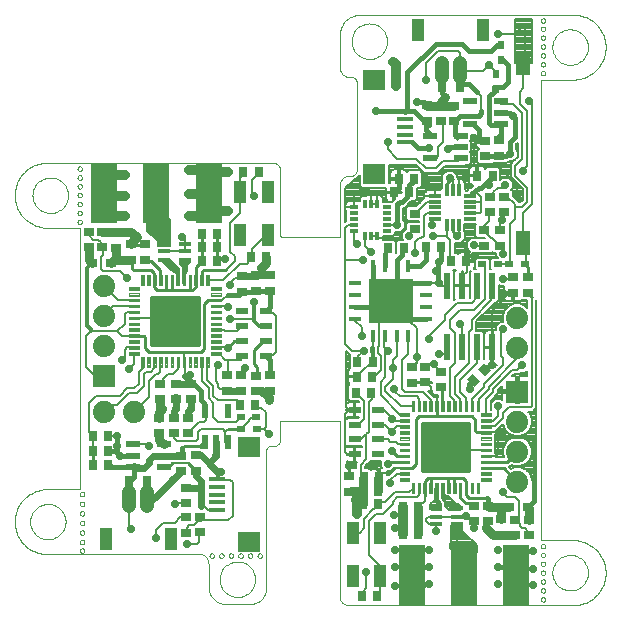
<source format=gtl>
G75*
G70*
%OFA0B0*%
%FSLAX24Y24*%
%IPPOS*%
%LPD*%
%AMOC8*
5,1,8,0,0,1.08239X$1,22.5*
%
%ADD10C,0.0000*%
%ADD11R,0.0394X0.0217*%
%ADD12C,0.0084*%
%ADD13C,0.0035*%
%ADD14R,0.0394X0.0138*%
%ADD15R,0.0217X0.0472*%
%ADD16R,0.0354X0.0276*%
%ADD17R,0.0276X0.0354*%
%ADD18R,0.0551X0.0138*%
%ADD19R,0.0748X0.0709*%
%ADD20R,0.0433X0.0748*%
%ADD21R,0.0900X0.2000*%
%ADD22C,0.0740*%
%ADD23R,0.0276X0.0197*%
%ADD24R,0.0335X0.0276*%
%ADD25R,0.0740X0.0740*%
%ADD26C,0.0476*%
%ADD27R,0.0315X0.0866*%
%ADD28R,0.0472X0.0217*%
%ADD29R,0.0315X0.0127*%
%ADD30R,0.0127X0.0315*%
%ADD31R,0.1496X0.1496*%
%ADD32R,0.0157X0.0433*%
%ADD33R,0.0433X0.0157*%
%ADD34R,0.0433X0.0118*%
%ADD35R,0.0118X0.0433*%
%ADD36R,0.0512X0.0787*%
%ADD37R,0.0240X0.0870*%
%ADD38R,0.0197X0.0276*%
%ADD39C,0.0100*%
%ADD40C,0.0080*%
%ADD41OC8,0.0270*%
%ADD42C,0.0160*%
%ADD43C,0.0240*%
%ADD44C,0.0320*%
%ADD45C,0.0120*%
%ADD46C,0.0300*%
%ADD47C,0.0070*%
%ADD48OC8,0.0240*%
D10*
X001183Y005559D02*
X002265Y005559D01*
X002238Y005559D02*
X006238Y005559D01*
X006271Y005557D01*
X006305Y005552D01*
X006337Y005543D01*
X006368Y005531D01*
X006398Y005516D01*
X006426Y005498D01*
X006452Y005477D01*
X006476Y005453D01*
X006497Y005427D01*
X006515Y005399D01*
X006530Y005369D01*
X006542Y005338D01*
X006551Y005306D01*
X006556Y005272D01*
X006558Y005239D01*
X006558Y004439D01*
X006563Y004392D01*
X006572Y004346D01*
X006584Y004300D01*
X006600Y004256D01*
X006619Y004213D01*
X006642Y004171D01*
X006668Y004132D01*
X006696Y004094D01*
X006728Y004059D01*
X006762Y004027D01*
X006799Y003997D01*
X006838Y003970D01*
X006879Y003947D01*
X006921Y003927D01*
X006965Y003910D01*
X007011Y003896D01*
X007057Y003887D01*
X007104Y003880D01*
X007151Y003878D01*
X007198Y003879D01*
X007918Y003879D01*
X007964Y003881D01*
X008010Y003887D01*
X008055Y003896D01*
X008100Y003909D01*
X008143Y003926D01*
X008185Y003946D01*
X008224Y003970D01*
X008262Y003997D01*
X008297Y004027D01*
X008330Y004060D01*
X008360Y004095D01*
X008387Y004133D01*
X008411Y004172D01*
X008431Y004214D01*
X008448Y004257D01*
X008461Y004302D01*
X008470Y004347D01*
X008476Y004393D01*
X008478Y004439D01*
X008478Y008999D01*
X008480Y009022D01*
X008484Y009044D01*
X008492Y009065D01*
X008503Y009086D01*
X008517Y009104D01*
X008533Y009120D01*
X008551Y009134D01*
X008572Y009145D01*
X008593Y009153D01*
X008615Y009157D01*
X008638Y009159D01*
X008718Y009159D01*
X008747Y009161D01*
X008775Y009166D01*
X008802Y009174D01*
X008829Y009186D01*
X008853Y009201D01*
X008876Y009218D01*
X008896Y009238D01*
X008914Y009261D01*
X008929Y009285D01*
X008941Y009312D01*
X008950Y009339D01*
X008955Y009367D01*
X008957Y009396D01*
X008957Y009981D01*
X008958Y009987D01*
X008961Y009992D01*
X008966Y009995D01*
X008972Y009996D01*
X010935Y009996D01*
X010935Y004126D01*
X010937Y004095D01*
X010943Y004064D01*
X010952Y004034D01*
X010965Y004005D01*
X010981Y003978D01*
X010999Y003953D01*
X011021Y003930D01*
X011044Y003909D01*
X011070Y003891D01*
X011098Y003877D01*
X011127Y003865D01*
X011158Y003857D01*
X011189Y003852D01*
X011220Y003851D01*
X018712Y003851D01*
X019795Y004933D02*
X019793Y004996D01*
X019788Y005059D01*
X019779Y005121D01*
X019766Y005183D01*
X019750Y005244D01*
X019730Y005303D01*
X019706Y005362D01*
X019680Y005419D01*
X019650Y005474D01*
X019617Y005528D01*
X019581Y005580D01*
X019542Y005629D01*
X019500Y005676D01*
X019455Y005721D01*
X019408Y005763D01*
X019359Y005802D01*
X019307Y005838D01*
X019254Y005871D01*
X019198Y005901D01*
X019141Y005927D01*
X019082Y005951D01*
X019023Y005971D01*
X018962Y005987D01*
X018900Y006000D01*
X018838Y006009D01*
X018775Y006014D01*
X018712Y006016D01*
X017629Y006016D01*
X017629Y021370D01*
X018712Y021370D01*
X017634Y021586D02*
X017636Y021603D01*
X017641Y021619D01*
X017650Y021633D01*
X017662Y021645D01*
X017676Y021654D01*
X017692Y021659D01*
X017709Y021661D01*
X017726Y021659D01*
X017742Y021654D01*
X017756Y021645D01*
X017768Y021633D01*
X017777Y021619D01*
X017782Y021603D01*
X017784Y021586D01*
X017782Y021569D01*
X017777Y021553D01*
X017768Y021539D01*
X017756Y021527D01*
X017742Y021518D01*
X017726Y021513D01*
X017709Y021511D01*
X017692Y021513D01*
X017676Y021518D01*
X017662Y021527D01*
X017650Y021539D01*
X017641Y021553D01*
X017636Y021569D01*
X017634Y021586D01*
X017634Y021881D02*
X017636Y021898D01*
X017641Y021914D01*
X017650Y021928D01*
X017662Y021940D01*
X017676Y021949D01*
X017692Y021954D01*
X017709Y021956D01*
X017726Y021954D01*
X017742Y021949D01*
X017756Y021940D01*
X017768Y021928D01*
X017777Y021914D01*
X017782Y021898D01*
X017784Y021881D01*
X017782Y021864D01*
X017777Y021848D01*
X017768Y021834D01*
X017756Y021822D01*
X017742Y021813D01*
X017726Y021808D01*
X017709Y021806D01*
X017692Y021808D01*
X017676Y021813D01*
X017662Y021822D01*
X017650Y021834D01*
X017641Y021848D01*
X017636Y021864D01*
X017634Y021881D01*
X017634Y022176D02*
X017636Y022193D01*
X017641Y022209D01*
X017650Y022223D01*
X017662Y022235D01*
X017676Y022244D01*
X017692Y022249D01*
X017709Y022251D01*
X017726Y022249D01*
X017742Y022244D01*
X017756Y022235D01*
X017768Y022223D01*
X017777Y022209D01*
X017782Y022193D01*
X017784Y022176D01*
X017782Y022159D01*
X017777Y022143D01*
X017768Y022129D01*
X017756Y022117D01*
X017742Y022108D01*
X017726Y022103D01*
X017709Y022101D01*
X017692Y022103D01*
X017676Y022108D01*
X017662Y022117D01*
X017650Y022129D01*
X017641Y022143D01*
X017636Y022159D01*
X017634Y022176D01*
X017634Y022471D02*
X017636Y022488D01*
X017641Y022504D01*
X017650Y022518D01*
X017662Y022530D01*
X017676Y022539D01*
X017692Y022544D01*
X017709Y022546D01*
X017726Y022544D01*
X017742Y022539D01*
X017756Y022530D01*
X017768Y022518D01*
X017777Y022504D01*
X017782Y022488D01*
X017784Y022471D01*
X017782Y022454D01*
X017777Y022438D01*
X017768Y022424D01*
X017756Y022412D01*
X017742Y022403D01*
X017726Y022398D01*
X017709Y022396D01*
X017692Y022398D01*
X017676Y022403D01*
X017662Y022412D01*
X017650Y022424D01*
X017641Y022438D01*
X017636Y022454D01*
X017634Y022471D01*
X017634Y022767D02*
X017636Y022784D01*
X017641Y022800D01*
X017650Y022814D01*
X017662Y022826D01*
X017676Y022835D01*
X017692Y022840D01*
X017709Y022842D01*
X017726Y022840D01*
X017742Y022835D01*
X017756Y022826D01*
X017768Y022814D01*
X017777Y022800D01*
X017782Y022784D01*
X017784Y022767D01*
X017782Y022750D01*
X017777Y022734D01*
X017768Y022720D01*
X017756Y022708D01*
X017742Y022699D01*
X017726Y022694D01*
X017709Y022692D01*
X017692Y022694D01*
X017676Y022699D01*
X017662Y022708D01*
X017650Y022720D01*
X017641Y022734D01*
X017636Y022750D01*
X017634Y022767D01*
X017634Y023062D02*
X017636Y023079D01*
X017641Y023095D01*
X017650Y023109D01*
X017662Y023121D01*
X017676Y023130D01*
X017692Y023135D01*
X017709Y023137D01*
X017726Y023135D01*
X017742Y023130D01*
X017756Y023121D01*
X017768Y023109D01*
X017777Y023095D01*
X017782Y023079D01*
X017784Y023062D01*
X017782Y023045D01*
X017777Y023029D01*
X017768Y023015D01*
X017756Y023003D01*
X017742Y022994D01*
X017726Y022989D01*
X017709Y022987D01*
X017692Y022989D01*
X017676Y022994D01*
X017662Y023003D01*
X017650Y023015D01*
X017641Y023029D01*
X017636Y023045D01*
X017634Y023062D01*
X017634Y023339D02*
X017636Y023356D01*
X017641Y023372D01*
X017650Y023386D01*
X017662Y023398D01*
X017676Y023407D01*
X017692Y023412D01*
X017709Y023414D01*
X017726Y023412D01*
X017742Y023407D01*
X017756Y023398D01*
X017768Y023386D01*
X017777Y023372D01*
X017782Y023356D01*
X017784Y023339D01*
X017782Y023322D01*
X017777Y023306D01*
X017768Y023292D01*
X017756Y023280D01*
X017742Y023271D01*
X017726Y023266D01*
X017709Y023264D01*
X017692Y023266D01*
X017676Y023271D01*
X017662Y023280D01*
X017650Y023292D01*
X017641Y023306D01*
X017636Y023322D01*
X017634Y023339D01*
X018022Y022453D02*
X018024Y022501D01*
X018030Y022549D01*
X018040Y022596D01*
X018053Y022642D01*
X018071Y022687D01*
X018091Y022731D01*
X018116Y022773D01*
X018144Y022812D01*
X018174Y022849D01*
X018208Y022883D01*
X018245Y022915D01*
X018283Y022944D01*
X018324Y022969D01*
X018367Y022991D01*
X018412Y023009D01*
X018458Y023023D01*
X018505Y023034D01*
X018553Y023041D01*
X018601Y023044D01*
X018649Y023043D01*
X018697Y023038D01*
X018745Y023029D01*
X018791Y023017D01*
X018836Y023000D01*
X018880Y022980D01*
X018922Y022957D01*
X018962Y022930D01*
X019000Y022900D01*
X019035Y022867D01*
X019067Y022831D01*
X019097Y022793D01*
X019123Y022752D01*
X019145Y022709D01*
X019165Y022665D01*
X019180Y022620D01*
X019192Y022573D01*
X019200Y022525D01*
X019204Y022477D01*
X019204Y022429D01*
X019200Y022381D01*
X019192Y022333D01*
X019180Y022286D01*
X019165Y022241D01*
X019145Y022197D01*
X019123Y022154D01*
X019097Y022113D01*
X019067Y022075D01*
X019035Y022039D01*
X019000Y022006D01*
X018962Y021976D01*
X018922Y021949D01*
X018880Y021926D01*
X018836Y021906D01*
X018791Y021889D01*
X018745Y021877D01*
X018697Y021868D01*
X018649Y021863D01*
X018601Y021862D01*
X018553Y021865D01*
X018505Y021872D01*
X018458Y021883D01*
X018412Y021897D01*
X018367Y021915D01*
X018324Y021937D01*
X018283Y021962D01*
X018245Y021991D01*
X018208Y022023D01*
X018174Y022057D01*
X018144Y022094D01*
X018116Y022133D01*
X018091Y022175D01*
X018071Y022219D01*
X018053Y022264D01*
X018040Y022310D01*
X018030Y022357D01*
X018024Y022405D01*
X018022Y022453D01*
X018712Y023536D02*
X018775Y023534D01*
X018838Y023529D01*
X018900Y023520D01*
X018962Y023507D01*
X019023Y023491D01*
X019082Y023471D01*
X019141Y023447D01*
X019198Y023421D01*
X019254Y023391D01*
X019307Y023358D01*
X019359Y023322D01*
X019408Y023283D01*
X019455Y023241D01*
X019500Y023196D01*
X019542Y023149D01*
X019581Y023100D01*
X019617Y023048D01*
X019650Y022994D01*
X019680Y022939D01*
X019706Y022882D01*
X019730Y022823D01*
X019750Y022764D01*
X019766Y022703D01*
X019779Y022641D01*
X019788Y022579D01*
X019793Y022516D01*
X019795Y022453D01*
X019793Y022390D01*
X019788Y022327D01*
X019779Y022265D01*
X019766Y022203D01*
X019750Y022142D01*
X019730Y022083D01*
X019706Y022024D01*
X019680Y021967D01*
X019650Y021912D01*
X019617Y021858D01*
X019581Y021806D01*
X019542Y021757D01*
X019500Y021710D01*
X019455Y021665D01*
X019408Y021623D01*
X019359Y021584D01*
X019307Y021548D01*
X019254Y021515D01*
X019198Y021485D01*
X019141Y021459D01*
X019082Y021435D01*
X019023Y021415D01*
X018962Y021399D01*
X018900Y021386D01*
X018838Y021377D01*
X018775Y021372D01*
X018712Y021370D01*
X018712Y023536D02*
X011625Y023536D01*
X011574Y023534D01*
X011522Y023528D01*
X011472Y023519D01*
X011422Y023505D01*
X011373Y023488D01*
X011326Y023468D01*
X011280Y023444D01*
X011237Y023416D01*
X011195Y023386D01*
X011156Y023352D01*
X011120Y023316D01*
X011086Y023277D01*
X011056Y023235D01*
X011028Y023192D01*
X011004Y023146D01*
X010984Y023099D01*
X010967Y023050D01*
X010953Y023000D01*
X010944Y022950D01*
X010938Y022898D01*
X010936Y022847D01*
X010936Y021771D01*
X010938Y021738D01*
X010943Y021704D01*
X010952Y021672D01*
X010964Y021641D01*
X010979Y021611D01*
X010997Y021583D01*
X011018Y021557D01*
X011042Y021533D01*
X011068Y021512D01*
X011096Y021494D01*
X011126Y021479D01*
X011157Y021467D01*
X011189Y021458D01*
X011223Y021453D01*
X011256Y021451D01*
X011336Y021451D01*
X011359Y021449D01*
X011381Y021445D01*
X011402Y021437D01*
X011423Y021426D01*
X011441Y021412D01*
X011457Y021396D01*
X011471Y021378D01*
X011482Y021357D01*
X011490Y021336D01*
X011494Y021314D01*
X011496Y021291D01*
X011496Y018331D01*
X011494Y018308D01*
X011490Y018286D01*
X011482Y018265D01*
X011471Y018244D01*
X011457Y018226D01*
X011441Y018210D01*
X011423Y018196D01*
X011402Y018185D01*
X011381Y018177D01*
X011359Y018173D01*
X011336Y018171D01*
X011256Y018171D01*
X011257Y018171D02*
X011223Y018169D01*
X011190Y018164D01*
X011158Y018156D01*
X011126Y018144D01*
X011096Y018128D01*
X011068Y018110D01*
X011042Y018089D01*
X011018Y018065D01*
X010997Y018039D01*
X010978Y018011D01*
X010963Y017981D01*
X010951Y017950D01*
X010942Y017917D01*
X010937Y017884D01*
X010935Y017851D01*
X010935Y016161D01*
X010933Y016148D01*
X010928Y016136D01*
X010920Y016126D01*
X010910Y016118D01*
X010898Y016113D01*
X010885Y016111D01*
X009007Y016111D01*
X008994Y016113D01*
X008982Y016118D01*
X008972Y016126D01*
X008964Y016136D01*
X008959Y016148D01*
X008957Y016161D01*
X008957Y018326D01*
X008955Y018357D01*
X008949Y018388D01*
X008940Y018418D01*
X008927Y018447D01*
X008911Y018474D01*
X008893Y018499D01*
X008871Y018522D01*
X008848Y018543D01*
X008822Y018561D01*
X008794Y018575D01*
X008765Y018587D01*
X008734Y018595D01*
X008703Y018600D01*
X008672Y018601D01*
X001182Y018601D01*
X001183Y018601D02*
X001120Y018599D01*
X001057Y018594D01*
X000995Y018584D01*
X000933Y018572D01*
X000872Y018555D01*
X000812Y018535D01*
X000754Y018512D01*
X000697Y018485D01*
X000641Y018455D01*
X000587Y018422D01*
X000536Y018386D01*
X000486Y018347D01*
X000439Y018305D01*
X000395Y018260D01*
X000353Y018213D01*
X000314Y018163D01*
X000278Y018112D01*
X000245Y018058D01*
X000215Y018003D01*
X000188Y017945D01*
X000165Y017887D01*
X000145Y017827D01*
X000129Y017766D01*
X000116Y017704D01*
X000107Y017642D01*
X000102Y017579D01*
X000100Y017516D01*
X000102Y017453D01*
X000107Y017390D01*
X000116Y017328D01*
X000129Y017266D01*
X000145Y017205D01*
X000165Y017146D01*
X000189Y017087D01*
X000215Y017030D01*
X000245Y016975D01*
X000278Y016921D01*
X000314Y016869D01*
X000353Y016820D01*
X000395Y016773D01*
X000440Y016728D01*
X000487Y016686D01*
X000536Y016647D01*
X000588Y016611D01*
X000641Y016578D01*
X000697Y016548D01*
X000754Y016522D01*
X000813Y016498D01*
X000872Y016478D01*
X000933Y016462D01*
X000995Y016449D01*
X001057Y016440D01*
X001120Y016435D01*
X001183Y016433D01*
X002265Y016433D01*
X002265Y007719D01*
X001183Y007719D01*
X001120Y007717D01*
X001057Y007712D01*
X000995Y007703D01*
X000933Y007690D01*
X000872Y007674D01*
X000813Y007654D01*
X000754Y007630D01*
X000697Y007604D01*
X000642Y007574D01*
X000588Y007541D01*
X000536Y007505D01*
X000487Y007466D01*
X000440Y007424D01*
X000395Y007379D01*
X000353Y007332D01*
X000314Y007283D01*
X000278Y007231D01*
X000245Y007178D01*
X000215Y007122D01*
X000189Y007065D01*
X000165Y007006D01*
X000145Y006947D01*
X000129Y006886D01*
X000116Y006824D01*
X000107Y006762D01*
X000102Y006699D01*
X000100Y006636D01*
X000102Y006573D01*
X000107Y006510D01*
X000116Y006448D01*
X000129Y006386D01*
X000145Y006325D01*
X000165Y006266D01*
X000189Y006207D01*
X000215Y006150D01*
X000245Y006095D01*
X000278Y006041D01*
X000314Y005989D01*
X000353Y005940D01*
X000395Y005893D01*
X000440Y005848D01*
X000487Y005806D01*
X000536Y005767D01*
X000588Y005731D01*
X000641Y005698D01*
X000697Y005668D01*
X000754Y005642D01*
X000813Y005618D01*
X000872Y005598D01*
X000933Y005582D01*
X000995Y005569D01*
X001057Y005560D01*
X001120Y005555D01*
X001183Y005553D01*
X000610Y006636D02*
X000612Y006684D01*
X000618Y006732D01*
X000628Y006779D01*
X000641Y006825D01*
X000659Y006870D01*
X000679Y006914D01*
X000704Y006956D01*
X000732Y006995D01*
X000762Y007032D01*
X000796Y007066D01*
X000833Y007098D01*
X000871Y007127D01*
X000912Y007152D01*
X000955Y007174D01*
X001000Y007192D01*
X001046Y007206D01*
X001093Y007217D01*
X001141Y007224D01*
X001189Y007227D01*
X001237Y007226D01*
X001285Y007221D01*
X001333Y007212D01*
X001379Y007200D01*
X001424Y007183D01*
X001468Y007163D01*
X001510Y007140D01*
X001550Y007113D01*
X001588Y007083D01*
X001623Y007050D01*
X001655Y007014D01*
X001685Y006976D01*
X001711Y006935D01*
X001733Y006892D01*
X001753Y006848D01*
X001768Y006803D01*
X001780Y006756D01*
X001788Y006708D01*
X001792Y006660D01*
X001792Y006612D01*
X001788Y006564D01*
X001780Y006516D01*
X001768Y006469D01*
X001753Y006424D01*
X001733Y006380D01*
X001711Y006337D01*
X001685Y006296D01*
X001655Y006258D01*
X001623Y006222D01*
X001588Y006189D01*
X001550Y006159D01*
X001510Y006132D01*
X001468Y006109D01*
X001424Y006089D01*
X001379Y006072D01*
X001333Y006060D01*
X001285Y006051D01*
X001237Y006046D01*
X001189Y006045D01*
X001141Y006048D01*
X001093Y006055D01*
X001046Y006066D01*
X001000Y006080D01*
X000955Y006098D01*
X000912Y006120D01*
X000871Y006145D01*
X000833Y006174D01*
X000796Y006206D01*
X000762Y006240D01*
X000732Y006277D01*
X000704Y006316D01*
X000679Y006358D01*
X000659Y006402D01*
X000641Y006447D01*
X000628Y006493D01*
X000618Y006540D01*
X000612Y006588D01*
X000610Y006636D01*
X002270Y006591D02*
X002272Y006608D01*
X002277Y006624D01*
X002286Y006638D01*
X002298Y006650D01*
X002312Y006659D01*
X002328Y006664D01*
X002345Y006666D01*
X002362Y006664D01*
X002378Y006659D01*
X002392Y006650D01*
X002404Y006638D01*
X002413Y006624D01*
X002418Y006608D01*
X002420Y006591D01*
X002418Y006574D01*
X002413Y006558D01*
X002404Y006544D01*
X002392Y006532D01*
X002378Y006523D01*
X002362Y006518D01*
X002345Y006516D01*
X002328Y006518D01*
X002312Y006523D01*
X002298Y006532D01*
X002286Y006544D01*
X002277Y006558D01*
X002272Y006574D01*
X002270Y006591D01*
X002270Y006911D02*
X002272Y006928D01*
X002277Y006944D01*
X002286Y006958D01*
X002298Y006970D01*
X002312Y006979D01*
X002328Y006984D01*
X002345Y006986D01*
X002362Y006984D01*
X002378Y006979D01*
X002392Y006970D01*
X002404Y006958D01*
X002413Y006944D01*
X002418Y006928D01*
X002420Y006911D01*
X002418Y006894D01*
X002413Y006878D01*
X002404Y006864D01*
X002392Y006852D01*
X002378Y006843D01*
X002362Y006838D01*
X002345Y006836D01*
X002328Y006838D01*
X002312Y006843D01*
X002298Y006852D01*
X002286Y006864D01*
X002277Y006878D01*
X002272Y006894D01*
X002270Y006911D01*
X002270Y007231D02*
X002272Y007248D01*
X002277Y007264D01*
X002286Y007278D01*
X002298Y007290D01*
X002312Y007299D01*
X002328Y007304D01*
X002345Y007306D01*
X002362Y007304D01*
X002378Y007299D01*
X002392Y007290D01*
X002404Y007278D01*
X002413Y007264D01*
X002418Y007248D01*
X002420Y007231D01*
X002418Y007214D01*
X002413Y007198D01*
X002404Y007184D01*
X002392Y007172D01*
X002378Y007163D01*
X002362Y007158D01*
X002345Y007156D01*
X002328Y007158D01*
X002312Y007163D01*
X002298Y007172D01*
X002286Y007184D01*
X002277Y007198D01*
X002272Y007214D01*
X002270Y007231D01*
X002270Y007551D02*
X002272Y007568D01*
X002277Y007584D01*
X002286Y007598D01*
X002298Y007610D01*
X002312Y007619D01*
X002328Y007624D01*
X002345Y007626D01*
X002362Y007624D01*
X002378Y007619D01*
X002392Y007610D01*
X002404Y007598D01*
X002413Y007584D01*
X002418Y007568D01*
X002420Y007551D01*
X002418Y007534D01*
X002413Y007518D01*
X002404Y007504D01*
X002392Y007492D01*
X002378Y007483D01*
X002362Y007478D01*
X002345Y007476D01*
X002328Y007478D01*
X002312Y007483D01*
X002298Y007492D01*
X002286Y007504D01*
X002277Y007518D01*
X002272Y007534D01*
X002270Y007551D01*
X002270Y006271D02*
X002272Y006288D01*
X002277Y006304D01*
X002286Y006318D01*
X002298Y006330D01*
X002312Y006339D01*
X002328Y006344D01*
X002345Y006346D01*
X002362Y006344D01*
X002378Y006339D01*
X002392Y006330D01*
X002404Y006318D01*
X002413Y006304D01*
X002418Y006288D01*
X002420Y006271D01*
X002418Y006254D01*
X002413Y006238D01*
X002404Y006224D01*
X002392Y006212D01*
X002378Y006203D01*
X002362Y006198D01*
X002345Y006196D01*
X002328Y006198D01*
X002312Y006203D01*
X002298Y006212D01*
X002286Y006224D01*
X002277Y006238D01*
X002272Y006254D01*
X002270Y006271D01*
X002270Y005951D02*
X002272Y005968D01*
X002277Y005984D01*
X002286Y005998D01*
X002298Y006010D01*
X002312Y006019D01*
X002328Y006024D01*
X002345Y006026D01*
X002362Y006024D01*
X002378Y006019D01*
X002392Y006010D01*
X002404Y005998D01*
X002413Y005984D01*
X002418Y005968D01*
X002420Y005951D01*
X002418Y005934D01*
X002413Y005918D01*
X002404Y005904D01*
X002392Y005892D01*
X002378Y005883D01*
X002362Y005878D01*
X002345Y005876D01*
X002328Y005878D01*
X002312Y005883D01*
X002298Y005892D01*
X002286Y005904D01*
X002277Y005918D01*
X002272Y005934D01*
X002270Y005951D01*
X002270Y005671D02*
X002272Y005688D01*
X002277Y005704D01*
X002286Y005718D01*
X002298Y005730D01*
X002312Y005739D01*
X002328Y005744D01*
X002345Y005746D01*
X002362Y005744D01*
X002378Y005739D01*
X002392Y005730D01*
X002404Y005718D01*
X002413Y005704D01*
X002418Y005688D01*
X002420Y005671D01*
X002418Y005654D01*
X002413Y005638D01*
X002404Y005624D01*
X002392Y005612D01*
X002378Y005603D01*
X002362Y005598D01*
X002345Y005596D01*
X002328Y005598D01*
X002312Y005603D01*
X002298Y005612D01*
X002286Y005624D01*
X002277Y005638D01*
X002272Y005654D01*
X002270Y005671D01*
X006590Y005504D02*
X006592Y005521D01*
X006597Y005537D01*
X006606Y005551D01*
X006618Y005563D01*
X006632Y005572D01*
X006648Y005577D01*
X006665Y005579D01*
X006682Y005577D01*
X006698Y005572D01*
X006712Y005563D01*
X006724Y005551D01*
X006733Y005537D01*
X006738Y005521D01*
X006740Y005504D01*
X006738Y005487D01*
X006733Y005471D01*
X006724Y005457D01*
X006712Y005445D01*
X006698Y005436D01*
X006682Y005431D01*
X006665Y005429D01*
X006648Y005431D01*
X006632Y005436D01*
X006618Y005445D01*
X006606Y005457D01*
X006597Y005471D01*
X006592Y005487D01*
X006590Y005504D01*
X006910Y005504D02*
X006912Y005521D01*
X006917Y005537D01*
X006926Y005551D01*
X006938Y005563D01*
X006952Y005572D01*
X006968Y005577D01*
X006985Y005579D01*
X007002Y005577D01*
X007018Y005572D01*
X007032Y005563D01*
X007044Y005551D01*
X007053Y005537D01*
X007058Y005521D01*
X007060Y005504D01*
X007058Y005487D01*
X007053Y005471D01*
X007044Y005457D01*
X007032Y005445D01*
X007018Y005436D01*
X007002Y005431D01*
X006985Y005429D01*
X006968Y005431D01*
X006952Y005436D01*
X006938Y005445D01*
X006926Y005457D01*
X006917Y005471D01*
X006912Y005487D01*
X006910Y005504D01*
X007230Y005504D02*
X007232Y005521D01*
X007237Y005537D01*
X007246Y005551D01*
X007258Y005563D01*
X007272Y005572D01*
X007288Y005577D01*
X007305Y005579D01*
X007322Y005577D01*
X007338Y005572D01*
X007352Y005563D01*
X007364Y005551D01*
X007373Y005537D01*
X007378Y005521D01*
X007380Y005504D01*
X007378Y005487D01*
X007373Y005471D01*
X007364Y005457D01*
X007352Y005445D01*
X007338Y005436D01*
X007322Y005431D01*
X007305Y005429D01*
X007288Y005431D01*
X007272Y005436D01*
X007258Y005445D01*
X007246Y005457D01*
X007237Y005471D01*
X007232Y005487D01*
X007230Y005504D01*
X007550Y005504D02*
X007552Y005521D01*
X007557Y005537D01*
X007566Y005551D01*
X007578Y005563D01*
X007592Y005572D01*
X007608Y005577D01*
X007625Y005579D01*
X007642Y005577D01*
X007658Y005572D01*
X007672Y005563D01*
X007684Y005551D01*
X007693Y005537D01*
X007698Y005521D01*
X007700Y005504D01*
X007698Y005487D01*
X007693Y005471D01*
X007684Y005457D01*
X007672Y005445D01*
X007658Y005436D01*
X007642Y005431D01*
X007625Y005429D01*
X007608Y005431D01*
X007592Y005436D01*
X007578Y005445D01*
X007566Y005457D01*
X007557Y005471D01*
X007552Y005487D01*
X007550Y005504D01*
X007870Y005504D02*
X007872Y005521D01*
X007877Y005537D01*
X007886Y005551D01*
X007898Y005563D01*
X007912Y005572D01*
X007928Y005577D01*
X007945Y005579D01*
X007962Y005577D01*
X007978Y005572D01*
X007992Y005563D01*
X008004Y005551D01*
X008013Y005537D01*
X008018Y005521D01*
X008020Y005504D01*
X008018Y005487D01*
X008013Y005471D01*
X008004Y005457D01*
X007992Y005445D01*
X007978Y005436D01*
X007962Y005431D01*
X007945Y005429D01*
X007928Y005431D01*
X007912Y005436D01*
X007898Y005445D01*
X007886Y005457D01*
X007877Y005471D01*
X007872Y005487D01*
X007870Y005504D01*
X008190Y005504D02*
X008192Y005521D01*
X008197Y005537D01*
X008206Y005551D01*
X008218Y005563D01*
X008232Y005572D01*
X008248Y005577D01*
X008265Y005579D01*
X008282Y005577D01*
X008298Y005572D01*
X008312Y005563D01*
X008324Y005551D01*
X008333Y005537D01*
X008338Y005521D01*
X008340Y005504D01*
X008338Y005487D01*
X008333Y005471D01*
X008324Y005457D01*
X008312Y005445D01*
X008298Y005436D01*
X008282Y005431D01*
X008265Y005429D01*
X008248Y005431D01*
X008232Y005436D01*
X008218Y005445D01*
X008206Y005457D01*
X008197Y005471D01*
X008192Y005487D01*
X008190Y005504D01*
X006930Y004716D02*
X006932Y004764D01*
X006938Y004812D01*
X006948Y004859D01*
X006961Y004905D01*
X006979Y004950D01*
X006999Y004994D01*
X007024Y005036D01*
X007052Y005075D01*
X007082Y005112D01*
X007116Y005146D01*
X007153Y005178D01*
X007191Y005207D01*
X007232Y005232D01*
X007275Y005254D01*
X007320Y005272D01*
X007366Y005286D01*
X007413Y005297D01*
X007461Y005304D01*
X007509Y005307D01*
X007557Y005306D01*
X007605Y005301D01*
X007653Y005292D01*
X007699Y005280D01*
X007744Y005263D01*
X007788Y005243D01*
X007830Y005220D01*
X007870Y005193D01*
X007908Y005163D01*
X007943Y005130D01*
X007975Y005094D01*
X008005Y005056D01*
X008031Y005015D01*
X008053Y004972D01*
X008073Y004928D01*
X008088Y004883D01*
X008100Y004836D01*
X008108Y004788D01*
X008112Y004740D01*
X008112Y004692D01*
X008108Y004644D01*
X008100Y004596D01*
X008088Y004549D01*
X008073Y004504D01*
X008053Y004460D01*
X008031Y004417D01*
X008005Y004376D01*
X007975Y004338D01*
X007943Y004302D01*
X007908Y004269D01*
X007870Y004239D01*
X007830Y004212D01*
X007788Y004189D01*
X007744Y004169D01*
X007699Y004152D01*
X007653Y004140D01*
X007605Y004131D01*
X007557Y004126D01*
X007509Y004125D01*
X007461Y004128D01*
X007413Y004135D01*
X007366Y004146D01*
X007320Y004160D01*
X007275Y004178D01*
X007232Y004200D01*
X007191Y004225D01*
X007153Y004254D01*
X007116Y004286D01*
X007082Y004320D01*
X007052Y004357D01*
X007024Y004396D01*
X006999Y004438D01*
X006979Y004482D01*
X006961Y004527D01*
X006948Y004573D01*
X006938Y004620D01*
X006932Y004668D01*
X006930Y004716D01*
X012870Y003851D02*
X017270Y003851D01*
X017634Y004047D02*
X017636Y004064D01*
X017641Y004080D01*
X017650Y004094D01*
X017662Y004106D01*
X017676Y004115D01*
X017692Y004120D01*
X017709Y004122D01*
X017726Y004120D01*
X017742Y004115D01*
X017756Y004106D01*
X017768Y004094D01*
X017777Y004080D01*
X017782Y004064D01*
X017784Y004047D01*
X017782Y004030D01*
X017777Y004014D01*
X017768Y004000D01*
X017756Y003988D01*
X017742Y003979D01*
X017726Y003974D01*
X017709Y003972D01*
X017692Y003974D01*
X017676Y003979D01*
X017662Y003988D01*
X017650Y004000D01*
X017641Y004014D01*
X017636Y004030D01*
X017634Y004047D01*
X017634Y004343D02*
X017636Y004360D01*
X017641Y004376D01*
X017650Y004390D01*
X017662Y004402D01*
X017676Y004411D01*
X017692Y004416D01*
X017709Y004418D01*
X017726Y004416D01*
X017742Y004411D01*
X017756Y004402D01*
X017768Y004390D01*
X017777Y004376D01*
X017782Y004360D01*
X017784Y004343D01*
X017782Y004326D01*
X017777Y004310D01*
X017768Y004296D01*
X017756Y004284D01*
X017742Y004275D01*
X017726Y004270D01*
X017709Y004268D01*
X017692Y004270D01*
X017676Y004275D01*
X017662Y004284D01*
X017650Y004296D01*
X017641Y004310D01*
X017636Y004326D01*
X017634Y004343D01*
X017634Y004638D02*
X017636Y004655D01*
X017641Y004671D01*
X017650Y004685D01*
X017662Y004697D01*
X017676Y004706D01*
X017692Y004711D01*
X017709Y004713D01*
X017726Y004711D01*
X017742Y004706D01*
X017756Y004697D01*
X017768Y004685D01*
X017777Y004671D01*
X017782Y004655D01*
X017784Y004638D01*
X017782Y004621D01*
X017777Y004605D01*
X017768Y004591D01*
X017756Y004579D01*
X017742Y004570D01*
X017726Y004565D01*
X017709Y004563D01*
X017692Y004565D01*
X017676Y004570D01*
X017662Y004579D01*
X017650Y004591D01*
X017641Y004605D01*
X017636Y004621D01*
X017634Y004638D01*
X017634Y004933D02*
X017636Y004950D01*
X017641Y004966D01*
X017650Y004980D01*
X017662Y004992D01*
X017676Y005001D01*
X017692Y005006D01*
X017709Y005008D01*
X017726Y005006D01*
X017742Y005001D01*
X017756Y004992D01*
X017768Y004980D01*
X017777Y004966D01*
X017782Y004950D01*
X017784Y004933D01*
X017782Y004916D01*
X017777Y004900D01*
X017768Y004886D01*
X017756Y004874D01*
X017742Y004865D01*
X017726Y004860D01*
X017709Y004858D01*
X017692Y004860D01*
X017676Y004865D01*
X017662Y004874D01*
X017650Y004886D01*
X017641Y004900D01*
X017636Y004916D01*
X017634Y004933D01*
X017634Y005229D02*
X017636Y005246D01*
X017641Y005262D01*
X017650Y005276D01*
X017662Y005288D01*
X017676Y005297D01*
X017692Y005302D01*
X017709Y005304D01*
X017726Y005302D01*
X017742Y005297D01*
X017756Y005288D01*
X017768Y005276D01*
X017777Y005262D01*
X017782Y005246D01*
X017784Y005229D01*
X017782Y005212D01*
X017777Y005196D01*
X017768Y005182D01*
X017756Y005170D01*
X017742Y005161D01*
X017726Y005156D01*
X017709Y005154D01*
X017692Y005156D01*
X017676Y005161D01*
X017662Y005170D01*
X017650Y005182D01*
X017641Y005196D01*
X017636Y005212D01*
X017634Y005229D01*
X017634Y005524D02*
X017636Y005541D01*
X017641Y005557D01*
X017650Y005571D01*
X017662Y005583D01*
X017676Y005592D01*
X017692Y005597D01*
X017709Y005599D01*
X017726Y005597D01*
X017742Y005592D01*
X017756Y005583D01*
X017768Y005571D01*
X017777Y005557D01*
X017782Y005541D01*
X017784Y005524D01*
X017782Y005507D01*
X017777Y005491D01*
X017768Y005477D01*
X017756Y005465D01*
X017742Y005456D01*
X017726Y005451D01*
X017709Y005449D01*
X017692Y005451D01*
X017676Y005456D01*
X017662Y005465D01*
X017650Y005477D01*
X017641Y005491D01*
X017636Y005507D01*
X017634Y005524D01*
X017634Y005819D02*
X017636Y005836D01*
X017641Y005852D01*
X017650Y005866D01*
X017662Y005878D01*
X017676Y005887D01*
X017692Y005892D01*
X017709Y005894D01*
X017726Y005892D01*
X017742Y005887D01*
X017756Y005878D01*
X017768Y005866D01*
X017777Y005852D01*
X017782Y005836D01*
X017784Y005819D01*
X017782Y005802D01*
X017777Y005786D01*
X017768Y005772D01*
X017756Y005760D01*
X017742Y005751D01*
X017726Y005746D01*
X017709Y005744D01*
X017692Y005746D01*
X017676Y005751D01*
X017662Y005760D01*
X017650Y005772D01*
X017641Y005786D01*
X017636Y005802D01*
X017634Y005819D01*
X018022Y004933D02*
X018024Y004981D01*
X018030Y005029D01*
X018040Y005076D01*
X018053Y005122D01*
X018071Y005167D01*
X018091Y005211D01*
X018116Y005253D01*
X018144Y005292D01*
X018174Y005329D01*
X018208Y005363D01*
X018245Y005395D01*
X018283Y005424D01*
X018324Y005449D01*
X018367Y005471D01*
X018412Y005489D01*
X018458Y005503D01*
X018505Y005514D01*
X018553Y005521D01*
X018601Y005524D01*
X018649Y005523D01*
X018697Y005518D01*
X018745Y005509D01*
X018791Y005497D01*
X018836Y005480D01*
X018880Y005460D01*
X018922Y005437D01*
X018962Y005410D01*
X019000Y005380D01*
X019035Y005347D01*
X019067Y005311D01*
X019097Y005273D01*
X019123Y005232D01*
X019145Y005189D01*
X019165Y005145D01*
X019180Y005100D01*
X019192Y005053D01*
X019200Y005005D01*
X019204Y004957D01*
X019204Y004909D01*
X019200Y004861D01*
X019192Y004813D01*
X019180Y004766D01*
X019165Y004721D01*
X019145Y004677D01*
X019123Y004634D01*
X019097Y004593D01*
X019067Y004555D01*
X019035Y004519D01*
X019000Y004486D01*
X018962Y004456D01*
X018922Y004429D01*
X018880Y004406D01*
X018836Y004386D01*
X018791Y004369D01*
X018745Y004357D01*
X018697Y004348D01*
X018649Y004343D01*
X018601Y004342D01*
X018553Y004345D01*
X018505Y004352D01*
X018458Y004363D01*
X018412Y004377D01*
X018367Y004395D01*
X018324Y004417D01*
X018283Y004442D01*
X018245Y004471D01*
X018208Y004503D01*
X018174Y004537D01*
X018144Y004574D01*
X018116Y004613D01*
X018091Y004655D01*
X018071Y004699D01*
X018053Y004744D01*
X018040Y004790D01*
X018030Y004837D01*
X018024Y004885D01*
X018022Y004933D01*
X018712Y003850D02*
X018775Y003852D01*
X018838Y003857D01*
X018900Y003866D01*
X018962Y003879D01*
X019023Y003895D01*
X019082Y003915D01*
X019141Y003939D01*
X019198Y003965D01*
X019254Y003995D01*
X019307Y004028D01*
X019359Y004064D01*
X019408Y004103D01*
X019455Y004145D01*
X019500Y004190D01*
X019542Y004237D01*
X019581Y004286D01*
X019617Y004338D01*
X019650Y004392D01*
X019680Y004447D01*
X019706Y004504D01*
X019730Y004563D01*
X019750Y004622D01*
X019766Y004683D01*
X019779Y004745D01*
X019788Y004807D01*
X019793Y004870D01*
X019795Y004933D01*
X007024Y018599D02*
X002624Y018599D01*
X002190Y018402D02*
X002192Y018419D01*
X002197Y018435D01*
X002206Y018449D01*
X002218Y018461D01*
X002232Y018470D01*
X002248Y018475D01*
X002265Y018477D01*
X002282Y018475D01*
X002298Y018470D01*
X002312Y018461D01*
X002324Y018449D01*
X002333Y018435D01*
X002338Y018419D01*
X002340Y018402D01*
X002338Y018385D01*
X002333Y018369D01*
X002324Y018355D01*
X002312Y018343D01*
X002298Y018334D01*
X002282Y018329D01*
X002265Y018327D01*
X002248Y018329D01*
X002232Y018334D01*
X002218Y018343D01*
X002206Y018355D01*
X002197Y018369D01*
X002192Y018385D01*
X002190Y018402D01*
X002190Y018107D02*
X002192Y018124D01*
X002197Y018140D01*
X002206Y018154D01*
X002218Y018166D01*
X002232Y018175D01*
X002248Y018180D01*
X002265Y018182D01*
X002282Y018180D01*
X002298Y018175D01*
X002312Y018166D01*
X002324Y018154D01*
X002333Y018140D01*
X002338Y018124D01*
X002340Y018107D01*
X002338Y018090D01*
X002333Y018074D01*
X002324Y018060D01*
X002312Y018048D01*
X002298Y018039D01*
X002282Y018034D01*
X002265Y018032D01*
X002248Y018034D01*
X002232Y018039D01*
X002218Y018048D01*
X002206Y018060D01*
X002197Y018074D01*
X002192Y018090D01*
X002190Y018107D01*
X002190Y017811D02*
X002192Y017828D01*
X002197Y017844D01*
X002206Y017858D01*
X002218Y017870D01*
X002232Y017879D01*
X002248Y017884D01*
X002265Y017886D01*
X002282Y017884D01*
X002298Y017879D01*
X002312Y017870D01*
X002324Y017858D01*
X002333Y017844D01*
X002338Y017828D01*
X002340Y017811D01*
X002338Y017794D01*
X002333Y017778D01*
X002324Y017764D01*
X002312Y017752D01*
X002298Y017743D01*
X002282Y017738D01*
X002265Y017736D01*
X002248Y017738D01*
X002232Y017743D01*
X002218Y017752D01*
X002206Y017764D01*
X002197Y017778D01*
X002192Y017794D01*
X002190Y017811D01*
X002190Y017516D02*
X002192Y017533D01*
X002197Y017549D01*
X002206Y017563D01*
X002218Y017575D01*
X002232Y017584D01*
X002248Y017589D01*
X002265Y017591D01*
X002282Y017589D01*
X002298Y017584D01*
X002312Y017575D01*
X002324Y017563D01*
X002333Y017549D01*
X002338Y017533D01*
X002340Y017516D01*
X002338Y017499D01*
X002333Y017483D01*
X002324Y017469D01*
X002312Y017457D01*
X002298Y017448D01*
X002282Y017443D01*
X002265Y017441D01*
X002248Y017443D01*
X002232Y017448D01*
X002218Y017457D01*
X002206Y017469D01*
X002197Y017483D01*
X002192Y017499D01*
X002190Y017516D01*
X002190Y017221D02*
X002192Y017238D01*
X002197Y017254D01*
X002206Y017268D01*
X002218Y017280D01*
X002232Y017289D01*
X002248Y017294D01*
X002265Y017296D01*
X002282Y017294D01*
X002298Y017289D01*
X002312Y017280D01*
X002324Y017268D01*
X002333Y017254D01*
X002338Y017238D01*
X002340Y017221D01*
X002338Y017204D01*
X002333Y017188D01*
X002324Y017174D01*
X002312Y017162D01*
X002298Y017153D01*
X002282Y017148D01*
X002265Y017146D01*
X002248Y017148D01*
X002232Y017153D01*
X002218Y017162D01*
X002206Y017174D01*
X002197Y017188D01*
X002192Y017204D01*
X002190Y017221D01*
X002190Y016926D02*
X002192Y016943D01*
X002197Y016959D01*
X002206Y016973D01*
X002218Y016985D01*
X002232Y016994D01*
X002248Y016999D01*
X002265Y017001D01*
X002282Y016999D01*
X002298Y016994D01*
X002312Y016985D01*
X002324Y016973D01*
X002333Y016959D01*
X002338Y016943D01*
X002340Y016926D01*
X002338Y016909D01*
X002333Y016893D01*
X002324Y016879D01*
X002312Y016867D01*
X002298Y016858D01*
X002282Y016853D01*
X002265Y016851D01*
X002248Y016853D01*
X002232Y016858D01*
X002218Y016867D01*
X002206Y016879D01*
X002197Y016893D01*
X002192Y016909D01*
X002190Y016926D01*
X002190Y016630D02*
X002192Y016647D01*
X002197Y016663D01*
X002206Y016677D01*
X002218Y016689D01*
X002232Y016698D01*
X002248Y016703D01*
X002265Y016705D01*
X002282Y016703D01*
X002298Y016698D01*
X002312Y016689D01*
X002324Y016677D01*
X002333Y016663D01*
X002338Y016647D01*
X002340Y016630D01*
X002338Y016613D01*
X002333Y016597D01*
X002324Y016583D01*
X002312Y016571D01*
X002298Y016562D01*
X002282Y016557D01*
X002265Y016555D01*
X002248Y016557D01*
X002232Y016562D01*
X002218Y016571D01*
X002206Y016583D01*
X002197Y016597D01*
X002192Y016613D01*
X002190Y016630D01*
X000690Y017516D02*
X000692Y017564D01*
X000698Y017612D01*
X000708Y017659D01*
X000721Y017705D01*
X000739Y017750D01*
X000759Y017794D01*
X000784Y017836D01*
X000812Y017875D01*
X000842Y017912D01*
X000876Y017946D01*
X000913Y017978D01*
X000951Y018007D01*
X000992Y018032D01*
X001035Y018054D01*
X001080Y018072D01*
X001126Y018086D01*
X001173Y018097D01*
X001221Y018104D01*
X001269Y018107D01*
X001317Y018106D01*
X001365Y018101D01*
X001413Y018092D01*
X001459Y018080D01*
X001504Y018063D01*
X001548Y018043D01*
X001590Y018020D01*
X001630Y017993D01*
X001668Y017963D01*
X001703Y017930D01*
X001735Y017894D01*
X001765Y017856D01*
X001791Y017815D01*
X001813Y017772D01*
X001833Y017728D01*
X001848Y017683D01*
X001860Y017636D01*
X001868Y017588D01*
X001872Y017540D01*
X001872Y017492D01*
X001868Y017444D01*
X001860Y017396D01*
X001848Y017349D01*
X001833Y017304D01*
X001813Y017260D01*
X001791Y017217D01*
X001765Y017176D01*
X001735Y017138D01*
X001703Y017102D01*
X001668Y017069D01*
X001630Y017039D01*
X001590Y017012D01*
X001548Y016989D01*
X001504Y016969D01*
X001459Y016952D01*
X001413Y016940D01*
X001365Y016931D01*
X001317Y016926D01*
X001269Y016925D01*
X001221Y016928D01*
X001173Y016935D01*
X001126Y016946D01*
X001080Y016960D01*
X001035Y016978D01*
X000992Y017000D01*
X000951Y017025D01*
X000913Y017054D01*
X000876Y017086D01*
X000842Y017120D01*
X000812Y017157D01*
X000784Y017196D01*
X000759Y017238D01*
X000739Y017282D01*
X000721Y017327D01*
X000708Y017373D01*
X000698Y017420D01*
X000692Y017468D01*
X000690Y017516D01*
X011330Y022650D02*
X011332Y022698D01*
X011338Y022746D01*
X011348Y022793D01*
X011361Y022839D01*
X011379Y022884D01*
X011399Y022928D01*
X011424Y022970D01*
X011452Y023009D01*
X011482Y023046D01*
X011516Y023080D01*
X011553Y023112D01*
X011591Y023141D01*
X011632Y023166D01*
X011675Y023188D01*
X011720Y023206D01*
X011766Y023220D01*
X011813Y023231D01*
X011861Y023238D01*
X011909Y023241D01*
X011957Y023240D01*
X012005Y023235D01*
X012053Y023226D01*
X012099Y023214D01*
X012144Y023197D01*
X012188Y023177D01*
X012230Y023154D01*
X012270Y023127D01*
X012308Y023097D01*
X012343Y023064D01*
X012375Y023028D01*
X012405Y022990D01*
X012431Y022949D01*
X012453Y022906D01*
X012473Y022862D01*
X012488Y022817D01*
X012500Y022770D01*
X012508Y022722D01*
X012512Y022674D01*
X012512Y022626D01*
X012508Y022578D01*
X012500Y022530D01*
X012488Y022483D01*
X012473Y022438D01*
X012453Y022394D01*
X012431Y022351D01*
X012405Y022310D01*
X012375Y022272D01*
X012343Y022236D01*
X012308Y022203D01*
X012270Y022173D01*
X012230Y022146D01*
X012188Y022123D01*
X012144Y022103D01*
X012099Y022086D01*
X012053Y022074D01*
X012005Y022065D01*
X011957Y022060D01*
X011909Y022059D01*
X011861Y022062D01*
X011813Y022069D01*
X011766Y022080D01*
X011720Y022094D01*
X011675Y022112D01*
X011632Y022134D01*
X011591Y022159D01*
X011553Y022188D01*
X011516Y022220D01*
X011482Y022254D01*
X011452Y022291D01*
X011424Y022330D01*
X011399Y022372D01*
X011379Y022416D01*
X011361Y022461D01*
X011348Y022507D01*
X011338Y022554D01*
X011332Y022602D01*
X011330Y022650D01*
D11*
X008462Y013645D03*
X008462Y013153D03*
X008462Y012661D03*
X008462Y012169D03*
X007675Y012169D03*
X007675Y012661D03*
X007675Y013153D03*
X007675Y013645D03*
X011432Y010360D03*
X011432Y009868D03*
X011432Y009376D03*
X011432Y008884D03*
X012220Y008884D03*
X012220Y009376D03*
X012220Y009868D03*
X012220Y010360D03*
D12*
X013659Y009914D02*
X013659Y008326D01*
X013659Y009914D02*
X015247Y009914D01*
X015247Y008326D01*
X013659Y008326D01*
X013659Y008409D02*
X015247Y008409D01*
X015247Y008492D02*
X013659Y008492D01*
X013659Y008575D02*
X015247Y008575D01*
X015247Y008658D02*
X013659Y008658D01*
X013659Y008741D02*
X015247Y008741D01*
X015247Y008824D02*
X013659Y008824D01*
X013659Y008907D02*
X015247Y008907D01*
X015247Y008990D02*
X013659Y008990D01*
X013659Y009073D02*
X015247Y009073D01*
X015247Y009156D02*
X013659Y009156D01*
X013659Y009239D02*
X015247Y009239D01*
X015247Y009322D02*
X013659Y009322D01*
X013659Y009405D02*
X015247Y009405D01*
X015247Y009488D02*
X013659Y009488D01*
X013659Y009571D02*
X015247Y009571D01*
X015247Y009654D02*
X013659Y009654D01*
X013659Y009737D02*
X015247Y009737D01*
X015247Y009820D02*
X013659Y009820D01*
X013659Y009903D02*
X015247Y009903D01*
X006235Y012535D02*
X006235Y014123D01*
X006235Y012535D02*
X004647Y012535D01*
X004647Y014123D01*
X006235Y014123D01*
X006235Y012618D02*
X004647Y012618D01*
X004647Y012701D02*
X006235Y012701D01*
X006235Y012784D02*
X004647Y012784D01*
X004647Y012867D02*
X006235Y012867D01*
X006235Y012950D02*
X004647Y012950D01*
X004647Y013033D02*
X006235Y013033D01*
X006235Y013116D02*
X004647Y013116D01*
X004647Y013199D02*
X006235Y013199D01*
X006235Y013282D02*
X004647Y013282D01*
X004647Y013365D02*
X006235Y013365D01*
X006235Y013448D02*
X004647Y013448D01*
X004647Y013531D02*
X006235Y013531D01*
X006235Y013614D02*
X004647Y013614D01*
X004647Y013697D02*
X006235Y013697D01*
X006235Y013780D02*
X004647Y013780D01*
X004647Y013863D02*
X006235Y013863D01*
X006235Y013946D02*
X004647Y013946D01*
X004647Y014029D02*
X006235Y014029D01*
X006235Y014112D02*
X004647Y014112D01*
D13*
X004597Y014852D02*
X004513Y014852D01*
X004597Y014852D02*
X004597Y014532D01*
X004513Y014532D01*
X004513Y014852D01*
X004513Y014566D02*
X004597Y014566D01*
X004597Y014600D02*
X004513Y014600D01*
X004513Y014634D02*
X004597Y014634D01*
X004597Y014668D02*
X004513Y014668D01*
X004513Y014702D02*
X004597Y014702D01*
X004597Y014736D02*
X004513Y014736D01*
X004513Y014770D02*
X004597Y014770D01*
X004597Y014804D02*
X004513Y014804D01*
X004513Y014838D02*
X004597Y014838D01*
X004710Y014852D02*
X004794Y014852D01*
X004794Y014532D01*
X004710Y014532D01*
X004710Y014852D01*
X004710Y014566D02*
X004794Y014566D01*
X004794Y014600D02*
X004710Y014600D01*
X004710Y014634D02*
X004794Y014634D01*
X004794Y014668D02*
X004710Y014668D01*
X004710Y014702D02*
X004794Y014702D01*
X004794Y014736D02*
X004710Y014736D01*
X004710Y014770D02*
X004794Y014770D01*
X004794Y014804D02*
X004710Y014804D01*
X004710Y014838D02*
X004794Y014838D01*
X004907Y014852D02*
X004991Y014852D01*
X004991Y014532D01*
X004907Y014532D01*
X004907Y014852D01*
X004907Y014566D02*
X004991Y014566D01*
X004991Y014600D02*
X004907Y014600D01*
X004907Y014634D02*
X004991Y014634D01*
X004991Y014668D02*
X004907Y014668D01*
X004907Y014702D02*
X004991Y014702D01*
X004991Y014736D02*
X004907Y014736D01*
X004907Y014770D02*
X004991Y014770D01*
X004991Y014804D02*
X004907Y014804D01*
X004907Y014838D02*
X004991Y014838D01*
X005104Y014852D02*
X005188Y014852D01*
X005188Y014532D01*
X005104Y014532D01*
X005104Y014852D01*
X005104Y014566D02*
X005188Y014566D01*
X005188Y014600D02*
X005104Y014600D01*
X005104Y014634D02*
X005188Y014634D01*
X005188Y014668D02*
X005104Y014668D01*
X005104Y014702D02*
X005188Y014702D01*
X005188Y014736D02*
X005104Y014736D01*
X005104Y014770D02*
X005188Y014770D01*
X005188Y014804D02*
X005104Y014804D01*
X005104Y014838D02*
X005188Y014838D01*
X005301Y014852D02*
X005385Y014852D01*
X005385Y014532D01*
X005301Y014532D01*
X005301Y014852D01*
X005301Y014566D02*
X005385Y014566D01*
X005385Y014600D02*
X005301Y014600D01*
X005301Y014634D02*
X005385Y014634D01*
X005385Y014668D02*
X005301Y014668D01*
X005301Y014702D02*
X005385Y014702D01*
X005385Y014736D02*
X005301Y014736D01*
X005301Y014770D02*
X005385Y014770D01*
X005385Y014804D02*
X005301Y014804D01*
X005301Y014838D02*
X005385Y014838D01*
X005498Y014852D02*
X005582Y014852D01*
X005582Y014532D01*
X005498Y014532D01*
X005498Y014852D01*
X005498Y014566D02*
X005582Y014566D01*
X005582Y014600D02*
X005498Y014600D01*
X005498Y014634D02*
X005582Y014634D01*
X005582Y014668D02*
X005498Y014668D01*
X005498Y014702D02*
X005582Y014702D01*
X005582Y014736D02*
X005498Y014736D01*
X005498Y014770D02*
X005582Y014770D01*
X005582Y014804D02*
X005498Y014804D01*
X005498Y014838D02*
X005582Y014838D01*
X005695Y014852D02*
X005779Y014852D01*
X005779Y014532D01*
X005695Y014532D01*
X005695Y014852D01*
X005695Y014566D02*
X005779Y014566D01*
X005779Y014600D02*
X005695Y014600D01*
X005695Y014634D02*
X005779Y014634D01*
X005779Y014668D02*
X005695Y014668D01*
X005695Y014702D02*
X005779Y014702D01*
X005779Y014736D02*
X005695Y014736D01*
X005695Y014770D02*
X005779Y014770D01*
X005779Y014804D02*
X005695Y014804D01*
X005695Y014838D02*
X005779Y014838D01*
X005891Y014852D02*
X005975Y014852D01*
X005975Y014532D01*
X005891Y014532D01*
X005891Y014852D01*
X005891Y014566D02*
X005975Y014566D01*
X005975Y014600D02*
X005891Y014600D01*
X005891Y014634D02*
X005975Y014634D01*
X005975Y014668D02*
X005891Y014668D01*
X005891Y014702D02*
X005975Y014702D01*
X005975Y014736D02*
X005891Y014736D01*
X005891Y014770D02*
X005975Y014770D01*
X005975Y014804D02*
X005891Y014804D01*
X005891Y014838D02*
X005975Y014838D01*
X006088Y014852D02*
X006172Y014852D01*
X006172Y014532D01*
X006088Y014532D01*
X006088Y014852D01*
X006088Y014566D02*
X006172Y014566D01*
X006172Y014600D02*
X006088Y014600D01*
X006088Y014634D02*
X006172Y014634D01*
X006172Y014668D02*
X006088Y014668D01*
X006088Y014702D02*
X006172Y014702D01*
X006172Y014736D02*
X006088Y014736D01*
X006088Y014770D02*
X006172Y014770D01*
X006172Y014804D02*
X006088Y014804D01*
X006088Y014838D02*
X006172Y014838D01*
X006285Y014852D02*
X006369Y014852D01*
X006369Y014532D01*
X006285Y014532D01*
X006285Y014852D01*
X006285Y014566D02*
X006369Y014566D01*
X006369Y014600D02*
X006285Y014600D01*
X006285Y014634D02*
X006369Y014634D01*
X006369Y014668D02*
X006285Y014668D01*
X006285Y014702D02*
X006369Y014702D01*
X006369Y014736D02*
X006285Y014736D01*
X006285Y014770D02*
X006369Y014770D01*
X006369Y014804D02*
X006285Y014804D01*
X006285Y014838D02*
X006369Y014838D01*
X006482Y014852D02*
X006566Y014852D01*
X006566Y014532D01*
X006482Y014532D01*
X006482Y014852D01*
X006482Y014566D02*
X006566Y014566D01*
X006566Y014600D02*
X006482Y014600D01*
X006482Y014634D02*
X006566Y014634D01*
X006566Y014668D02*
X006482Y014668D01*
X006482Y014702D02*
X006566Y014702D01*
X006566Y014736D02*
X006482Y014736D01*
X006482Y014770D02*
X006566Y014770D01*
X006566Y014804D02*
X006482Y014804D01*
X006482Y014838D02*
X006566Y014838D01*
X006964Y014454D02*
X006964Y014370D01*
X006644Y014370D01*
X006644Y014454D01*
X006964Y014454D01*
X006964Y014404D02*
X006644Y014404D01*
X006644Y014438D02*
X006964Y014438D01*
X006964Y014257D02*
X006964Y014173D01*
X006644Y014173D01*
X006644Y014257D01*
X006964Y014257D01*
X006964Y014207D02*
X006644Y014207D01*
X006644Y014241D02*
X006964Y014241D01*
X006964Y014060D02*
X006964Y013976D01*
X006644Y013976D01*
X006644Y014060D01*
X006964Y014060D01*
X006964Y014010D02*
X006644Y014010D01*
X006644Y014044D02*
X006964Y014044D01*
X006964Y013863D02*
X006964Y013779D01*
X006644Y013779D01*
X006644Y013863D01*
X006964Y013863D01*
X006964Y013813D02*
X006644Y013813D01*
X006644Y013847D02*
X006964Y013847D01*
X006964Y013666D02*
X006964Y013582D01*
X006644Y013582D01*
X006644Y013666D01*
X006964Y013666D01*
X006964Y013616D02*
X006644Y013616D01*
X006644Y013650D02*
X006964Y013650D01*
X006964Y013470D02*
X006964Y013386D01*
X006644Y013386D01*
X006644Y013470D01*
X006964Y013470D01*
X006964Y013420D02*
X006644Y013420D01*
X006644Y013454D02*
X006964Y013454D01*
X006964Y013273D02*
X006964Y013189D01*
X006644Y013189D01*
X006644Y013273D01*
X006964Y013273D01*
X006964Y013223D02*
X006644Y013223D01*
X006644Y013257D02*
X006964Y013257D01*
X006964Y013076D02*
X006964Y012992D01*
X006644Y012992D01*
X006644Y013076D01*
X006964Y013076D01*
X006964Y013026D02*
X006644Y013026D01*
X006644Y013060D02*
X006964Y013060D01*
X006964Y012879D02*
X006964Y012795D01*
X006644Y012795D01*
X006644Y012879D01*
X006964Y012879D01*
X006964Y012829D02*
X006644Y012829D01*
X006644Y012863D02*
X006964Y012863D01*
X006964Y012682D02*
X006964Y012598D01*
X006644Y012598D01*
X006644Y012682D01*
X006964Y012682D01*
X006964Y012632D02*
X006644Y012632D01*
X006644Y012666D02*
X006964Y012666D01*
X006964Y012485D02*
X006964Y012401D01*
X006644Y012401D01*
X006644Y012485D01*
X006964Y012485D01*
X006964Y012435D02*
X006644Y012435D01*
X006644Y012469D02*
X006964Y012469D01*
X006964Y012288D02*
X006964Y012204D01*
X006644Y012204D01*
X006644Y012288D01*
X006964Y012288D01*
X006964Y012238D02*
X006644Y012238D01*
X006644Y012272D02*
X006964Y012272D01*
X006566Y011806D02*
X006482Y011806D01*
X006482Y012126D01*
X006566Y012126D01*
X006566Y011806D01*
X006566Y011840D02*
X006482Y011840D01*
X006482Y011874D02*
X006566Y011874D01*
X006566Y011908D02*
X006482Y011908D01*
X006482Y011942D02*
X006566Y011942D01*
X006566Y011976D02*
X006482Y011976D01*
X006482Y012010D02*
X006566Y012010D01*
X006566Y012044D02*
X006482Y012044D01*
X006482Y012078D02*
X006566Y012078D01*
X006566Y012112D02*
X006482Y012112D01*
X006369Y011806D02*
X006285Y011806D01*
X006285Y012126D01*
X006369Y012126D01*
X006369Y011806D01*
X006369Y011840D02*
X006285Y011840D01*
X006285Y011874D02*
X006369Y011874D01*
X006369Y011908D02*
X006285Y011908D01*
X006285Y011942D02*
X006369Y011942D01*
X006369Y011976D02*
X006285Y011976D01*
X006285Y012010D02*
X006369Y012010D01*
X006369Y012044D02*
X006285Y012044D01*
X006285Y012078D02*
X006369Y012078D01*
X006369Y012112D02*
X006285Y012112D01*
X006172Y011806D02*
X006088Y011806D01*
X006088Y012126D01*
X006172Y012126D01*
X006172Y011806D01*
X006172Y011840D02*
X006088Y011840D01*
X006088Y011874D02*
X006172Y011874D01*
X006172Y011908D02*
X006088Y011908D01*
X006088Y011942D02*
X006172Y011942D01*
X006172Y011976D02*
X006088Y011976D01*
X006088Y012010D02*
X006172Y012010D01*
X006172Y012044D02*
X006088Y012044D01*
X006088Y012078D02*
X006172Y012078D01*
X006172Y012112D02*
X006088Y012112D01*
X005975Y011806D02*
X005891Y011806D01*
X005891Y012126D01*
X005975Y012126D01*
X005975Y011806D01*
X005975Y011840D02*
X005891Y011840D01*
X005891Y011874D02*
X005975Y011874D01*
X005975Y011908D02*
X005891Y011908D01*
X005891Y011942D02*
X005975Y011942D01*
X005975Y011976D02*
X005891Y011976D01*
X005891Y012010D02*
X005975Y012010D01*
X005975Y012044D02*
X005891Y012044D01*
X005891Y012078D02*
X005975Y012078D01*
X005975Y012112D02*
X005891Y012112D01*
X005779Y011806D02*
X005695Y011806D01*
X005695Y012126D01*
X005779Y012126D01*
X005779Y011806D01*
X005779Y011840D02*
X005695Y011840D01*
X005695Y011874D02*
X005779Y011874D01*
X005779Y011908D02*
X005695Y011908D01*
X005695Y011942D02*
X005779Y011942D01*
X005779Y011976D02*
X005695Y011976D01*
X005695Y012010D02*
X005779Y012010D01*
X005779Y012044D02*
X005695Y012044D01*
X005695Y012078D02*
X005779Y012078D01*
X005779Y012112D02*
X005695Y012112D01*
X005582Y011806D02*
X005498Y011806D01*
X005498Y012126D01*
X005582Y012126D01*
X005582Y011806D01*
X005582Y011840D02*
X005498Y011840D01*
X005498Y011874D02*
X005582Y011874D01*
X005582Y011908D02*
X005498Y011908D01*
X005498Y011942D02*
X005582Y011942D01*
X005582Y011976D02*
X005498Y011976D01*
X005498Y012010D02*
X005582Y012010D01*
X005582Y012044D02*
X005498Y012044D01*
X005498Y012078D02*
X005582Y012078D01*
X005582Y012112D02*
X005498Y012112D01*
X005385Y011806D02*
X005301Y011806D01*
X005301Y012126D01*
X005385Y012126D01*
X005385Y011806D01*
X005385Y011840D02*
X005301Y011840D01*
X005301Y011874D02*
X005385Y011874D01*
X005385Y011908D02*
X005301Y011908D01*
X005301Y011942D02*
X005385Y011942D01*
X005385Y011976D02*
X005301Y011976D01*
X005301Y012010D02*
X005385Y012010D01*
X005385Y012044D02*
X005301Y012044D01*
X005301Y012078D02*
X005385Y012078D01*
X005385Y012112D02*
X005301Y012112D01*
X005188Y011806D02*
X005104Y011806D01*
X005104Y012126D01*
X005188Y012126D01*
X005188Y011806D01*
X005188Y011840D02*
X005104Y011840D01*
X005104Y011874D02*
X005188Y011874D01*
X005188Y011908D02*
X005104Y011908D01*
X005104Y011942D02*
X005188Y011942D01*
X005188Y011976D02*
X005104Y011976D01*
X005104Y012010D02*
X005188Y012010D01*
X005188Y012044D02*
X005104Y012044D01*
X005104Y012078D02*
X005188Y012078D01*
X005188Y012112D02*
X005104Y012112D01*
X004991Y011806D02*
X004907Y011806D01*
X004907Y012126D01*
X004991Y012126D01*
X004991Y011806D01*
X004991Y011840D02*
X004907Y011840D01*
X004907Y011874D02*
X004991Y011874D01*
X004991Y011908D02*
X004907Y011908D01*
X004907Y011942D02*
X004991Y011942D01*
X004991Y011976D02*
X004907Y011976D01*
X004907Y012010D02*
X004991Y012010D01*
X004991Y012044D02*
X004907Y012044D01*
X004907Y012078D02*
X004991Y012078D01*
X004991Y012112D02*
X004907Y012112D01*
X004794Y011806D02*
X004710Y011806D01*
X004710Y012126D01*
X004794Y012126D01*
X004794Y011806D01*
X004794Y011840D02*
X004710Y011840D01*
X004710Y011874D02*
X004794Y011874D01*
X004794Y011908D02*
X004710Y011908D01*
X004710Y011942D02*
X004794Y011942D01*
X004794Y011976D02*
X004710Y011976D01*
X004710Y012010D02*
X004794Y012010D01*
X004794Y012044D02*
X004710Y012044D01*
X004710Y012078D02*
X004794Y012078D01*
X004794Y012112D02*
X004710Y012112D01*
X004597Y011806D02*
X004513Y011806D01*
X004513Y012126D01*
X004597Y012126D01*
X004597Y011806D01*
X004597Y011840D02*
X004513Y011840D01*
X004513Y011874D02*
X004597Y011874D01*
X004597Y011908D02*
X004513Y011908D01*
X004513Y011942D02*
X004597Y011942D01*
X004597Y011976D02*
X004513Y011976D01*
X004513Y012010D02*
X004597Y012010D01*
X004597Y012044D02*
X004513Y012044D01*
X004513Y012078D02*
X004597Y012078D01*
X004597Y012112D02*
X004513Y012112D01*
X004401Y011806D02*
X004317Y011806D01*
X004317Y012126D01*
X004401Y012126D01*
X004401Y011806D01*
X004401Y011840D02*
X004317Y011840D01*
X004317Y011874D02*
X004401Y011874D01*
X004401Y011908D02*
X004317Y011908D01*
X004317Y011942D02*
X004401Y011942D01*
X004401Y011976D02*
X004317Y011976D01*
X004317Y012010D02*
X004401Y012010D01*
X004401Y012044D02*
X004317Y012044D01*
X004317Y012078D02*
X004401Y012078D01*
X004401Y012112D02*
X004317Y012112D01*
X003918Y012204D02*
X003918Y012288D01*
X004238Y012288D01*
X004238Y012204D01*
X003918Y012204D01*
X003918Y012238D02*
X004238Y012238D01*
X004238Y012272D02*
X003918Y012272D01*
X003918Y012401D02*
X003918Y012485D01*
X004238Y012485D01*
X004238Y012401D01*
X003918Y012401D01*
X003918Y012435D02*
X004238Y012435D01*
X004238Y012469D02*
X003918Y012469D01*
X003918Y012598D02*
X003918Y012682D01*
X004238Y012682D01*
X004238Y012598D01*
X003918Y012598D01*
X003918Y012632D02*
X004238Y012632D01*
X004238Y012666D02*
X003918Y012666D01*
X003918Y012795D02*
X003918Y012879D01*
X004238Y012879D01*
X004238Y012795D01*
X003918Y012795D01*
X003918Y012829D02*
X004238Y012829D01*
X004238Y012863D02*
X003918Y012863D01*
X003918Y012992D02*
X003918Y013076D01*
X004238Y013076D01*
X004238Y012992D01*
X003918Y012992D01*
X003918Y013026D02*
X004238Y013026D01*
X004238Y013060D02*
X003918Y013060D01*
X003918Y013189D02*
X003918Y013273D01*
X004238Y013273D01*
X004238Y013189D01*
X003918Y013189D01*
X003918Y013223D02*
X004238Y013223D01*
X004238Y013257D02*
X003918Y013257D01*
X003918Y013386D02*
X003918Y013470D01*
X004238Y013470D01*
X004238Y013386D01*
X003918Y013386D01*
X003918Y013420D02*
X004238Y013420D01*
X004238Y013454D02*
X003918Y013454D01*
X003918Y013582D02*
X003918Y013666D01*
X004238Y013666D01*
X004238Y013582D01*
X003918Y013582D01*
X003918Y013616D02*
X004238Y013616D01*
X004238Y013650D02*
X003918Y013650D01*
X003918Y013779D02*
X003918Y013863D01*
X004238Y013863D01*
X004238Y013779D01*
X003918Y013779D01*
X003918Y013813D02*
X004238Y013813D01*
X004238Y013847D02*
X003918Y013847D01*
X003918Y013976D02*
X003918Y014060D01*
X004238Y014060D01*
X004238Y013976D01*
X003918Y013976D01*
X003918Y014010D02*
X004238Y014010D01*
X004238Y014044D02*
X003918Y014044D01*
X003918Y014173D02*
X003918Y014257D01*
X004238Y014257D01*
X004238Y014173D01*
X003918Y014173D01*
X003918Y014207D02*
X004238Y014207D01*
X004238Y014241D02*
X003918Y014241D01*
X003918Y014370D02*
X003918Y014454D01*
X004238Y014454D01*
X004238Y014370D01*
X003918Y014370D01*
X003918Y014404D02*
X004238Y014404D01*
X004238Y014438D02*
X003918Y014438D01*
X004317Y014852D02*
X004401Y014852D01*
X004401Y014532D01*
X004317Y014532D01*
X004317Y014852D01*
X004317Y014566D02*
X004401Y014566D01*
X004401Y014600D02*
X004317Y014600D01*
X004317Y014634D02*
X004401Y014634D01*
X004401Y014668D02*
X004317Y014668D01*
X004317Y014702D02*
X004401Y014702D01*
X004401Y014736D02*
X004317Y014736D01*
X004317Y014770D02*
X004401Y014770D01*
X004401Y014804D02*
X004317Y014804D01*
X004317Y014838D02*
X004401Y014838D01*
X012930Y010245D02*
X012930Y010161D01*
X012930Y010245D02*
X013250Y010245D01*
X013250Y010161D01*
X012930Y010161D01*
X012930Y010195D02*
X013250Y010195D01*
X013250Y010229D02*
X012930Y010229D01*
X012930Y010048D02*
X012930Y009964D01*
X012930Y010048D02*
X013250Y010048D01*
X013250Y009964D01*
X012930Y009964D01*
X012930Y009998D02*
X013250Y009998D01*
X013250Y010032D02*
X012930Y010032D01*
X012930Y009851D02*
X012930Y009767D01*
X012930Y009851D02*
X013250Y009851D01*
X013250Y009767D01*
X012930Y009767D01*
X012930Y009801D02*
X013250Y009801D01*
X013250Y009835D02*
X012930Y009835D01*
X012930Y009654D02*
X012930Y009570D01*
X012930Y009654D02*
X013250Y009654D01*
X013250Y009570D01*
X012930Y009570D01*
X012930Y009604D02*
X013250Y009604D01*
X013250Y009638D02*
X012930Y009638D01*
X012930Y009458D02*
X012930Y009374D01*
X012930Y009458D02*
X013250Y009458D01*
X013250Y009374D01*
X012930Y009374D01*
X012930Y009408D02*
X013250Y009408D01*
X013250Y009442D02*
X012930Y009442D01*
X012930Y009261D02*
X012930Y009177D01*
X012930Y009261D02*
X013250Y009261D01*
X013250Y009177D01*
X012930Y009177D01*
X012930Y009211D02*
X013250Y009211D01*
X013250Y009245D02*
X012930Y009245D01*
X012930Y009064D02*
X012930Y008980D01*
X012930Y009064D02*
X013250Y009064D01*
X013250Y008980D01*
X012930Y008980D01*
X012930Y009014D02*
X013250Y009014D01*
X013250Y009048D02*
X012930Y009048D01*
X012930Y008867D02*
X012930Y008783D01*
X012930Y008867D02*
X013250Y008867D01*
X013250Y008783D01*
X012930Y008783D01*
X012930Y008817D02*
X013250Y008817D01*
X013250Y008851D02*
X012930Y008851D01*
X012930Y008670D02*
X012930Y008586D01*
X012930Y008670D02*
X013250Y008670D01*
X013250Y008586D01*
X012930Y008586D01*
X012930Y008620D02*
X013250Y008620D01*
X013250Y008654D02*
X012930Y008654D01*
X012930Y008473D02*
X012930Y008389D01*
X012930Y008473D02*
X013250Y008473D01*
X013250Y008389D01*
X012930Y008389D01*
X012930Y008423D02*
X013250Y008423D01*
X013250Y008457D02*
X012930Y008457D01*
X012930Y008276D02*
X012930Y008192D01*
X012930Y008276D02*
X013250Y008276D01*
X013250Y008192D01*
X012930Y008192D01*
X012930Y008226D02*
X013250Y008226D01*
X013250Y008260D02*
X012930Y008260D01*
X012930Y008080D02*
X012930Y007996D01*
X012930Y008080D02*
X013250Y008080D01*
X013250Y007996D01*
X012930Y007996D01*
X012930Y008030D02*
X013250Y008030D01*
X013250Y008064D02*
X012930Y008064D01*
X013329Y007597D02*
X013413Y007597D01*
X013329Y007597D02*
X013329Y007917D01*
X013413Y007917D01*
X013413Y007597D01*
X013413Y007631D02*
X013329Y007631D01*
X013329Y007665D02*
X013413Y007665D01*
X013413Y007699D02*
X013329Y007699D01*
X013329Y007733D02*
X013413Y007733D01*
X013413Y007767D02*
X013329Y007767D01*
X013329Y007801D02*
X013413Y007801D01*
X013413Y007835D02*
X013329Y007835D01*
X013329Y007869D02*
X013413Y007869D01*
X013413Y007903D02*
X013329Y007903D01*
X013525Y007597D02*
X013609Y007597D01*
X013525Y007597D02*
X013525Y007917D01*
X013609Y007917D01*
X013609Y007597D01*
X013609Y007631D02*
X013525Y007631D01*
X013525Y007665D02*
X013609Y007665D01*
X013609Y007699D02*
X013525Y007699D01*
X013525Y007733D02*
X013609Y007733D01*
X013609Y007767D02*
X013525Y007767D01*
X013525Y007801D02*
X013609Y007801D01*
X013609Y007835D02*
X013525Y007835D01*
X013525Y007869D02*
X013609Y007869D01*
X013609Y007903D02*
X013525Y007903D01*
X013722Y007597D02*
X013806Y007597D01*
X013722Y007597D02*
X013722Y007917D01*
X013806Y007917D01*
X013806Y007597D01*
X013806Y007631D02*
X013722Y007631D01*
X013722Y007665D02*
X013806Y007665D01*
X013806Y007699D02*
X013722Y007699D01*
X013722Y007733D02*
X013806Y007733D01*
X013806Y007767D02*
X013722Y007767D01*
X013722Y007801D02*
X013806Y007801D01*
X013806Y007835D02*
X013722Y007835D01*
X013722Y007869D02*
X013806Y007869D01*
X013806Y007903D02*
X013722Y007903D01*
X013919Y007597D02*
X014003Y007597D01*
X013919Y007597D02*
X013919Y007917D01*
X014003Y007917D01*
X014003Y007597D01*
X014003Y007631D02*
X013919Y007631D01*
X013919Y007665D02*
X014003Y007665D01*
X014003Y007699D02*
X013919Y007699D01*
X013919Y007733D02*
X014003Y007733D01*
X014003Y007767D02*
X013919Y007767D01*
X013919Y007801D02*
X014003Y007801D01*
X014003Y007835D02*
X013919Y007835D01*
X013919Y007869D02*
X014003Y007869D01*
X014003Y007903D02*
X013919Y007903D01*
X014116Y007597D02*
X014200Y007597D01*
X014116Y007597D02*
X014116Y007917D01*
X014200Y007917D01*
X014200Y007597D01*
X014200Y007631D02*
X014116Y007631D01*
X014116Y007665D02*
X014200Y007665D01*
X014200Y007699D02*
X014116Y007699D01*
X014116Y007733D02*
X014200Y007733D01*
X014200Y007767D02*
X014116Y007767D01*
X014116Y007801D02*
X014200Y007801D01*
X014200Y007835D02*
X014116Y007835D01*
X014116Y007869D02*
X014200Y007869D01*
X014200Y007903D02*
X014116Y007903D01*
X014313Y007597D02*
X014397Y007597D01*
X014313Y007597D02*
X014313Y007917D01*
X014397Y007917D01*
X014397Y007597D01*
X014397Y007631D02*
X014313Y007631D01*
X014313Y007665D02*
X014397Y007665D01*
X014397Y007699D02*
X014313Y007699D01*
X014313Y007733D02*
X014397Y007733D01*
X014397Y007767D02*
X014313Y007767D01*
X014313Y007801D02*
X014397Y007801D01*
X014397Y007835D02*
X014313Y007835D01*
X014313Y007869D02*
X014397Y007869D01*
X014397Y007903D02*
X014313Y007903D01*
X014510Y007597D02*
X014594Y007597D01*
X014510Y007597D02*
X014510Y007917D01*
X014594Y007917D01*
X014594Y007597D01*
X014594Y007631D02*
X014510Y007631D01*
X014510Y007665D02*
X014594Y007665D01*
X014594Y007699D02*
X014510Y007699D01*
X014510Y007733D02*
X014594Y007733D01*
X014594Y007767D02*
X014510Y007767D01*
X014510Y007801D02*
X014594Y007801D01*
X014594Y007835D02*
X014510Y007835D01*
X014510Y007869D02*
X014594Y007869D01*
X014594Y007903D02*
X014510Y007903D01*
X014707Y007597D02*
X014791Y007597D01*
X014707Y007597D02*
X014707Y007917D01*
X014791Y007917D01*
X014791Y007597D01*
X014791Y007631D02*
X014707Y007631D01*
X014707Y007665D02*
X014791Y007665D01*
X014791Y007699D02*
X014707Y007699D01*
X014707Y007733D02*
X014791Y007733D01*
X014791Y007767D02*
X014707Y007767D01*
X014707Y007801D02*
X014791Y007801D01*
X014791Y007835D02*
X014707Y007835D01*
X014707Y007869D02*
X014791Y007869D01*
X014791Y007903D02*
X014707Y007903D01*
X014903Y007597D02*
X014987Y007597D01*
X014903Y007597D02*
X014903Y007917D01*
X014987Y007917D01*
X014987Y007597D01*
X014987Y007631D02*
X014903Y007631D01*
X014903Y007665D02*
X014987Y007665D01*
X014987Y007699D02*
X014903Y007699D01*
X014903Y007733D02*
X014987Y007733D01*
X014987Y007767D02*
X014903Y007767D01*
X014903Y007801D02*
X014987Y007801D01*
X014987Y007835D02*
X014903Y007835D01*
X014903Y007869D02*
X014987Y007869D01*
X014987Y007903D02*
X014903Y007903D01*
X015100Y007597D02*
X015184Y007597D01*
X015100Y007597D02*
X015100Y007917D01*
X015184Y007917D01*
X015184Y007597D01*
X015184Y007631D02*
X015100Y007631D01*
X015100Y007665D02*
X015184Y007665D01*
X015184Y007699D02*
X015100Y007699D01*
X015100Y007733D02*
X015184Y007733D01*
X015184Y007767D02*
X015100Y007767D01*
X015100Y007801D02*
X015184Y007801D01*
X015184Y007835D02*
X015100Y007835D01*
X015100Y007869D02*
X015184Y007869D01*
X015184Y007903D02*
X015100Y007903D01*
X015297Y007597D02*
X015381Y007597D01*
X015297Y007597D02*
X015297Y007917D01*
X015381Y007917D01*
X015381Y007597D01*
X015381Y007631D02*
X015297Y007631D01*
X015297Y007665D02*
X015381Y007665D01*
X015381Y007699D02*
X015297Y007699D01*
X015297Y007733D02*
X015381Y007733D01*
X015381Y007767D02*
X015297Y007767D01*
X015297Y007801D02*
X015381Y007801D01*
X015381Y007835D02*
X015297Y007835D01*
X015297Y007869D02*
X015381Y007869D01*
X015381Y007903D02*
X015297Y007903D01*
X015494Y007597D02*
X015578Y007597D01*
X015494Y007597D02*
X015494Y007917D01*
X015578Y007917D01*
X015578Y007597D01*
X015578Y007631D02*
X015494Y007631D01*
X015494Y007665D02*
X015578Y007665D01*
X015578Y007699D02*
X015494Y007699D01*
X015494Y007733D02*
X015578Y007733D01*
X015578Y007767D02*
X015494Y007767D01*
X015494Y007801D02*
X015578Y007801D01*
X015578Y007835D02*
X015494Y007835D01*
X015494Y007869D02*
X015578Y007869D01*
X015578Y007903D02*
X015494Y007903D01*
X015976Y007996D02*
X015976Y008080D01*
X015976Y007996D02*
X015656Y007996D01*
X015656Y008080D01*
X015976Y008080D01*
X015976Y008030D02*
X015656Y008030D01*
X015656Y008064D02*
X015976Y008064D01*
X015976Y008192D02*
X015976Y008276D01*
X015976Y008192D02*
X015656Y008192D01*
X015656Y008276D01*
X015976Y008276D01*
X015976Y008226D02*
X015656Y008226D01*
X015656Y008260D02*
X015976Y008260D01*
X015976Y008389D02*
X015976Y008473D01*
X015976Y008389D02*
X015656Y008389D01*
X015656Y008473D01*
X015976Y008473D01*
X015976Y008423D02*
X015656Y008423D01*
X015656Y008457D02*
X015976Y008457D01*
X015976Y008586D02*
X015976Y008670D01*
X015976Y008586D02*
X015656Y008586D01*
X015656Y008670D01*
X015976Y008670D01*
X015976Y008620D02*
X015656Y008620D01*
X015656Y008654D02*
X015976Y008654D01*
X015976Y008783D02*
X015976Y008867D01*
X015976Y008783D02*
X015656Y008783D01*
X015656Y008867D01*
X015976Y008867D01*
X015976Y008817D02*
X015656Y008817D01*
X015656Y008851D02*
X015976Y008851D01*
X015976Y008980D02*
X015976Y009064D01*
X015976Y008980D02*
X015656Y008980D01*
X015656Y009064D01*
X015976Y009064D01*
X015976Y009014D02*
X015656Y009014D01*
X015656Y009048D02*
X015976Y009048D01*
X015976Y009177D02*
X015976Y009261D01*
X015976Y009177D02*
X015656Y009177D01*
X015656Y009261D01*
X015976Y009261D01*
X015976Y009211D02*
X015656Y009211D01*
X015656Y009245D02*
X015976Y009245D01*
X015976Y009374D02*
X015976Y009458D01*
X015976Y009374D02*
X015656Y009374D01*
X015656Y009458D01*
X015976Y009458D01*
X015976Y009408D02*
X015656Y009408D01*
X015656Y009442D02*
X015976Y009442D01*
X015976Y009570D02*
X015976Y009654D01*
X015976Y009570D02*
X015656Y009570D01*
X015656Y009654D01*
X015976Y009654D01*
X015976Y009604D02*
X015656Y009604D01*
X015656Y009638D02*
X015976Y009638D01*
X015976Y009767D02*
X015976Y009851D01*
X015976Y009767D02*
X015656Y009767D01*
X015656Y009851D01*
X015976Y009851D01*
X015976Y009801D02*
X015656Y009801D01*
X015656Y009835D02*
X015976Y009835D01*
X015976Y009964D02*
X015976Y010048D01*
X015976Y009964D02*
X015656Y009964D01*
X015656Y010048D01*
X015976Y010048D01*
X015976Y009998D02*
X015656Y009998D01*
X015656Y010032D02*
X015976Y010032D01*
X015976Y010161D02*
X015976Y010245D01*
X015976Y010161D02*
X015656Y010161D01*
X015656Y010245D01*
X015976Y010245D01*
X015976Y010195D02*
X015656Y010195D01*
X015656Y010229D02*
X015976Y010229D01*
X015578Y010644D02*
X015494Y010644D01*
X015578Y010644D02*
X015578Y010324D01*
X015494Y010324D01*
X015494Y010644D01*
X015494Y010358D02*
X015578Y010358D01*
X015578Y010392D02*
X015494Y010392D01*
X015494Y010426D02*
X015578Y010426D01*
X015578Y010460D02*
X015494Y010460D01*
X015494Y010494D02*
X015578Y010494D01*
X015578Y010528D02*
X015494Y010528D01*
X015494Y010562D02*
X015578Y010562D01*
X015578Y010596D02*
X015494Y010596D01*
X015494Y010630D02*
X015578Y010630D01*
X015381Y010644D02*
X015297Y010644D01*
X015381Y010644D02*
X015381Y010324D01*
X015297Y010324D01*
X015297Y010644D01*
X015297Y010358D02*
X015381Y010358D01*
X015381Y010392D02*
X015297Y010392D01*
X015297Y010426D02*
X015381Y010426D01*
X015381Y010460D02*
X015297Y010460D01*
X015297Y010494D02*
X015381Y010494D01*
X015381Y010528D02*
X015297Y010528D01*
X015297Y010562D02*
X015381Y010562D01*
X015381Y010596D02*
X015297Y010596D01*
X015297Y010630D02*
X015381Y010630D01*
X015184Y010644D02*
X015100Y010644D01*
X015184Y010644D02*
X015184Y010324D01*
X015100Y010324D01*
X015100Y010644D01*
X015100Y010358D02*
X015184Y010358D01*
X015184Y010392D02*
X015100Y010392D01*
X015100Y010426D02*
X015184Y010426D01*
X015184Y010460D02*
X015100Y010460D01*
X015100Y010494D02*
X015184Y010494D01*
X015184Y010528D02*
X015100Y010528D01*
X015100Y010562D02*
X015184Y010562D01*
X015184Y010596D02*
X015100Y010596D01*
X015100Y010630D02*
X015184Y010630D01*
X014987Y010644D02*
X014903Y010644D01*
X014987Y010644D02*
X014987Y010324D01*
X014903Y010324D01*
X014903Y010644D01*
X014903Y010358D02*
X014987Y010358D01*
X014987Y010392D02*
X014903Y010392D01*
X014903Y010426D02*
X014987Y010426D01*
X014987Y010460D02*
X014903Y010460D01*
X014903Y010494D02*
X014987Y010494D01*
X014987Y010528D02*
X014903Y010528D01*
X014903Y010562D02*
X014987Y010562D01*
X014987Y010596D02*
X014903Y010596D01*
X014903Y010630D02*
X014987Y010630D01*
X014791Y010644D02*
X014707Y010644D01*
X014791Y010644D02*
X014791Y010324D01*
X014707Y010324D01*
X014707Y010644D01*
X014707Y010358D02*
X014791Y010358D01*
X014791Y010392D02*
X014707Y010392D01*
X014707Y010426D02*
X014791Y010426D01*
X014791Y010460D02*
X014707Y010460D01*
X014707Y010494D02*
X014791Y010494D01*
X014791Y010528D02*
X014707Y010528D01*
X014707Y010562D02*
X014791Y010562D01*
X014791Y010596D02*
X014707Y010596D01*
X014707Y010630D02*
X014791Y010630D01*
X014594Y010644D02*
X014510Y010644D01*
X014594Y010644D02*
X014594Y010324D01*
X014510Y010324D01*
X014510Y010644D01*
X014510Y010358D02*
X014594Y010358D01*
X014594Y010392D02*
X014510Y010392D01*
X014510Y010426D02*
X014594Y010426D01*
X014594Y010460D02*
X014510Y010460D01*
X014510Y010494D02*
X014594Y010494D01*
X014594Y010528D02*
X014510Y010528D01*
X014510Y010562D02*
X014594Y010562D01*
X014594Y010596D02*
X014510Y010596D01*
X014510Y010630D02*
X014594Y010630D01*
X014397Y010644D02*
X014313Y010644D01*
X014397Y010644D02*
X014397Y010324D01*
X014313Y010324D01*
X014313Y010644D01*
X014313Y010358D02*
X014397Y010358D01*
X014397Y010392D02*
X014313Y010392D01*
X014313Y010426D02*
X014397Y010426D01*
X014397Y010460D02*
X014313Y010460D01*
X014313Y010494D02*
X014397Y010494D01*
X014397Y010528D02*
X014313Y010528D01*
X014313Y010562D02*
X014397Y010562D01*
X014397Y010596D02*
X014313Y010596D01*
X014313Y010630D02*
X014397Y010630D01*
X014200Y010644D02*
X014116Y010644D01*
X014200Y010644D02*
X014200Y010324D01*
X014116Y010324D01*
X014116Y010644D01*
X014116Y010358D02*
X014200Y010358D01*
X014200Y010392D02*
X014116Y010392D01*
X014116Y010426D02*
X014200Y010426D01*
X014200Y010460D02*
X014116Y010460D01*
X014116Y010494D02*
X014200Y010494D01*
X014200Y010528D02*
X014116Y010528D01*
X014116Y010562D02*
X014200Y010562D01*
X014200Y010596D02*
X014116Y010596D01*
X014116Y010630D02*
X014200Y010630D01*
X014003Y010644D02*
X013919Y010644D01*
X014003Y010644D02*
X014003Y010324D01*
X013919Y010324D01*
X013919Y010644D01*
X013919Y010358D02*
X014003Y010358D01*
X014003Y010392D02*
X013919Y010392D01*
X013919Y010426D02*
X014003Y010426D01*
X014003Y010460D02*
X013919Y010460D01*
X013919Y010494D02*
X014003Y010494D01*
X014003Y010528D02*
X013919Y010528D01*
X013919Y010562D02*
X014003Y010562D01*
X014003Y010596D02*
X013919Y010596D01*
X013919Y010630D02*
X014003Y010630D01*
X013806Y010644D02*
X013722Y010644D01*
X013806Y010644D02*
X013806Y010324D01*
X013722Y010324D01*
X013722Y010644D01*
X013722Y010358D02*
X013806Y010358D01*
X013806Y010392D02*
X013722Y010392D01*
X013722Y010426D02*
X013806Y010426D01*
X013806Y010460D02*
X013722Y010460D01*
X013722Y010494D02*
X013806Y010494D01*
X013806Y010528D02*
X013722Y010528D01*
X013722Y010562D02*
X013806Y010562D01*
X013806Y010596D02*
X013722Y010596D01*
X013722Y010630D02*
X013806Y010630D01*
X013609Y010644D02*
X013525Y010644D01*
X013609Y010644D02*
X013609Y010324D01*
X013525Y010324D01*
X013525Y010644D01*
X013525Y010358D02*
X013609Y010358D01*
X013609Y010392D02*
X013525Y010392D01*
X013525Y010426D02*
X013609Y010426D01*
X013609Y010460D02*
X013525Y010460D01*
X013525Y010494D02*
X013609Y010494D01*
X013609Y010528D02*
X013525Y010528D01*
X013525Y010562D02*
X013609Y010562D01*
X013609Y010596D02*
X013525Y010596D01*
X013525Y010630D02*
X013609Y010630D01*
X013413Y010644D02*
X013329Y010644D01*
X013413Y010644D02*
X013413Y010324D01*
X013329Y010324D01*
X013329Y010644D01*
X013329Y010358D02*
X013413Y010358D01*
X013413Y010392D02*
X013329Y010392D01*
X013329Y010426D02*
X013413Y010426D01*
X013413Y010460D02*
X013329Y010460D01*
X013329Y010494D02*
X013413Y010494D01*
X013413Y010528D02*
X013329Y010528D01*
X013329Y010562D02*
X013413Y010562D01*
X013413Y010596D02*
X013329Y010596D01*
X013329Y010630D02*
X013413Y010630D01*
D14*
X014125Y007079D03*
X014125Y006803D03*
X014125Y006547D03*
X014834Y006547D03*
X014834Y006803D03*
X014834Y007079D03*
X005769Y015370D03*
X005769Y015646D03*
X005769Y015902D03*
X005061Y015902D03*
X005061Y015646D03*
X005061Y015370D03*
D15*
X006445Y010328D03*
X007193Y010328D03*
X007193Y009305D03*
X006819Y009305D03*
X006445Y009305D03*
D16*
X006130Y008843D03*
X005638Y008834D03*
X005638Y008323D03*
X006130Y008331D03*
X005818Y007755D03*
X005818Y007243D03*
X005819Y006782D03*
X006290Y006787D03*
X006290Y006276D03*
X005819Y006270D03*
X005885Y009577D03*
X005397Y009577D03*
X005397Y010089D03*
X005885Y010089D03*
X005958Y010723D03*
X005469Y010719D03*
X004957Y010719D03*
X004919Y010095D03*
X004919Y009583D03*
X004957Y011231D03*
X005469Y011231D03*
X005958Y011235D03*
X007170Y011003D03*
X007625Y011003D03*
X007625Y011514D03*
X007170Y011514D03*
X008146Y011507D03*
X008146Y010996D03*
X008616Y011003D03*
X008616Y011515D03*
X008618Y014337D03*
X008618Y014849D03*
X008151Y014849D03*
X007678Y014819D03*
X007678Y014307D03*
X008151Y014337D03*
X004431Y015372D03*
X004431Y015884D03*
X003979Y015884D03*
X003486Y015770D03*
X003018Y015783D03*
X003018Y016295D03*
X003486Y016282D03*
X003979Y015372D03*
X002578Y015783D03*
X002578Y016295D03*
X011256Y008142D03*
X011256Y007630D03*
X013338Y011274D03*
X013766Y011278D03*
X013766Y011790D03*
X013338Y011786D03*
X014298Y011630D03*
X014298Y011118D03*
X016709Y014271D03*
X016709Y014783D03*
X017198Y014782D03*
X017198Y014270D03*
X016276Y015835D03*
X016276Y016347D03*
X015736Y016347D03*
X015736Y015835D03*
X015956Y016955D03*
X016418Y016961D03*
X016418Y017472D03*
X015956Y017467D03*
X015790Y018821D03*
X016256Y018835D03*
X016256Y019347D03*
X015790Y019332D03*
X014756Y019995D03*
X014296Y019995D03*
X013828Y020003D03*
X013828Y020515D03*
X014296Y020507D03*
X014756Y020507D03*
X013430Y016901D03*
X013430Y016389D03*
X015424Y007158D03*
X015876Y007158D03*
X015876Y006646D03*
X015424Y006646D03*
X016320Y006719D03*
X016776Y006687D03*
X017256Y006687D03*
X017256Y006175D03*
X016776Y006175D03*
X016320Y006207D03*
D17*
X013554Y006213D03*
X013554Y006665D03*
X013554Y007117D03*
X013043Y007117D03*
X013043Y006665D03*
X013043Y006213D03*
X012218Y007219D03*
X012218Y007671D03*
X012238Y008123D03*
X011726Y008123D03*
X011706Y007671D03*
X011706Y007219D03*
X011665Y004164D03*
X012176Y004164D03*
X008110Y010517D03*
X007598Y010517D03*
X011468Y010937D03*
X011980Y010937D03*
X012005Y011472D03*
X012033Y011963D03*
X011521Y011963D03*
X011493Y011472D03*
X014641Y015316D03*
X014310Y015791D03*
X013799Y015791D03*
X013062Y015742D03*
X012550Y015742D03*
X012740Y017611D03*
X012899Y018062D03*
X013252Y017611D03*
X013411Y018062D03*
X015517Y018170D03*
X016029Y018170D03*
X015153Y015316D03*
G36*
X015984Y011683D02*
X015789Y011488D01*
X015540Y011737D01*
X015735Y011932D01*
X015984Y011683D01*
G37*
G36*
X015622Y011321D02*
X015427Y011126D01*
X015178Y011375D01*
X015373Y011570D01*
X015622Y011321D01*
G37*
X008488Y015470D03*
X007977Y015470D03*
X006852Y015332D03*
X006852Y015784D03*
X006852Y016237D03*
X006340Y016237D03*
X006340Y015784D03*
X006340Y015332D03*
X007718Y018285D03*
X008230Y018285D03*
X003214Y009479D03*
X003214Y008999D03*
X003214Y008519D03*
X002702Y008519D03*
X002702Y008999D03*
X002702Y009479D03*
D18*
X006851Y008046D03*
X006851Y007790D03*
X006851Y007534D03*
X006851Y007278D03*
X006851Y007022D03*
X013124Y019284D03*
X013124Y019540D03*
X013124Y019796D03*
X013124Y020051D03*
X013124Y020307D03*
D19*
X012081Y021370D03*
X012081Y018221D03*
X007894Y009109D03*
X007894Y005959D03*
D20*
X005300Y006058D03*
X003135Y006058D03*
X011369Y006271D03*
X012275Y006271D03*
X012275Y004814D03*
X011369Y004814D03*
X008525Y016179D03*
X007620Y016179D03*
X007620Y017636D03*
X008525Y017636D03*
X013555Y023031D03*
X015720Y023031D03*
D21*
X006564Y017589D03*
X004824Y017589D03*
X003084Y017589D03*
X013330Y004861D03*
X015070Y004861D03*
X016810Y004861D03*
D22*
X016856Y007971D03*
X016856Y008971D03*
X016856Y009971D03*
X016842Y012432D03*
X016842Y013432D03*
X004060Y010293D03*
X003060Y010293D03*
X003058Y012499D03*
X003058Y013499D03*
X003058Y014499D03*
D23*
X007625Y010125D03*
X007651Y009725D03*
X008137Y010125D03*
X008163Y009725D03*
X015683Y015217D03*
X016195Y015217D03*
X016590Y015217D03*
X017101Y015217D03*
D24*
X017212Y007131D03*
X016582Y007131D03*
X003313Y015259D03*
X002683Y015259D03*
D25*
X003058Y011499D03*
X016856Y010971D03*
D26*
X014932Y021453D02*
X014932Y021928D01*
X014341Y021928D02*
X014341Y021453D01*
X004494Y007637D02*
X004494Y007161D01*
X003903Y007161D02*
X003903Y007637D01*
D27*
X003922Y007712D03*
X004513Y007712D03*
X014342Y021378D03*
X014933Y021378D03*
D28*
X015287Y020645D03*
X015287Y019897D03*
X014968Y019505D03*
X014968Y019131D03*
X014968Y018757D03*
X013944Y018757D03*
X013944Y019505D03*
X016310Y019897D03*
X016310Y020271D03*
X016310Y020645D03*
X005070Y009213D03*
X005070Y008465D03*
X004046Y008465D03*
X004046Y008839D03*
X004046Y009213D03*
D29*
X011415Y016327D03*
X011415Y016524D03*
X011415Y016721D03*
X011415Y016918D03*
X011415Y017114D03*
X012518Y017114D03*
X012518Y016918D03*
X012518Y016721D03*
X012518Y016524D03*
X012518Y016327D03*
D30*
X012163Y016170D03*
X011967Y016170D03*
X011770Y016170D03*
X011770Y017233D03*
X011967Y017233D03*
X012163Y017233D03*
D31*
X012633Y013992D03*
D32*
X012436Y012811D03*
X012043Y012811D03*
X012830Y012811D03*
X013224Y012811D03*
X013224Y015173D03*
X012830Y015173D03*
X012436Y015173D03*
X012043Y015173D03*
D33*
X011452Y014583D03*
X011452Y014189D03*
X011452Y013796D03*
X011452Y013402D03*
X013814Y013402D03*
X013814Y013796D03*
X013814Y014189D03*
X013814Y014583D03*
D34*
X014107Y016715D03*
X014107Y016912D03*
X014107Y017109D03*
X014107Y017306D03*
X014107Y017503D03*
X015288Y017503D03*
X015288Y017306D03*
X015288Y017109D03*
X015288Y016912D03*
X015288Y016715D03*
D35*
X014895Y016518D03*
X014698Y016518D03*
X014501Y016518D03*
X014501Y017699D03*
X014698Y017699D03*
X014895Y017699D03*
D36*
X017056Y015915D03*
X017056Y021915D03*
D37*
X016017Y014502D03*
X015517Y014502D03*
X015017Y014502D03*
X014517Y014502D03*
X014517Y012442D03*
X015017Y012442D03*
X015517Y012442D03*
X016017Y012442D03*
D38*
X016136Y021054D03*
X016136Y021566D03*
X016296Y022014D03*
X016296Y022526D03*
D39*
X016140Y021131D02*
X016136Y021127D01*
X016136Y021054D01*
X014933Y021378D02*
X014856Y021301D01*
X014976Y021646D02*
X014932Y021691D01*
X014856Y019451D02*
X014856Y019400D01*
X014676Y018091D02*
X014698Y018069D01*
X014676Y018091D02*
X014596Y018091D01*
X014596Y018011D01*
X014501Y017915D01*
X013343Y019284D02*
X013124Y019284D01*
X012952Y018491D02*
X012899Y018437D01*
X012899Y018062D01*
X014698Y016409D02*
X014698Y016329D01*
X014856Y016171D01*
X014895Y016209D01*
X014895Y016289D01*
X014476Y014484D02*
X014480Y014481D01*
X013204Y014484D02*
X012771Y014051D01*
X012338Y014484D01*
X012610Y013697D02*
X012708Y013599D01*
X012708Y013496D01*
X012732Y013697D02*
X012610Y013697D01*
X014298Y011118D02*
X014355Y011061D01*
X014355Y010484D01*
X014158Y010484D02*
X014158Y010172D01*
X014136Y010150D01*
X015329Y010150D01*
X015445Y010033D01*
X015445Y009658D01*
X015491Y009612D01*
X015816Y009612D01*
X016216Y009531D02*
X016256Y009531D01*
X016336Y009611D01*
X016476Y009471D01*
X017236Y009471D01*
X016856Y008971D02*
X016514Y008628D01*
X015816Y008628D01*
X015816Y008431D02*
X016396Y008431D01*
X016856Y007971D01*
X015841Y007432D02*
X015247Y007432D01*
X015142Y007537D01*
X015142Y007757D01*
X015142Y007992D01*
X015052Y008083D01*
X014756Y008083D01*
X014749Y008075D01*
X014749Y007757D01*
X014945Y007757D02*
X014945Y007439D01*
X015129Y007256D01*
X015366Y007256D01*
X014756Y008083D02*
X013889Y008083D01*
X013871Y008083D01*
X013764Y007977D01*
X013764Y007757D01*
X013764Y007505D01*
X013961Y007757D02*
X013961Y008075D01*
X014158Y007757D02*
X014158Y007225D01*
X014355Y007420D02*
X014381Y007394D01*
X014355Y007420D02*
X014355Y007757D01*
X014552Y007757D02*
X014552Y008075D01*
X013477Y008557D02*
X013477Y010051D01*
X013575Y010150D01*
X014136Y010150D01*
X013090Y008825D02*
X012852Y008825D01*
X012690Y008987D01*
X012671Y008987D01*
X012606Y008628D02*
X012551Y008573D01*
X012606Y008628D02*
X013090Y008628D01*
X013090Y008431D02*
X013352Y008431D01*
X013477Y008557D01*
X012309Y007291D02*
X012149Y007131D01*
X012218Y007219D02*
X012289Y007291D01*
X012309Y007291D01*
X013043Y006665D02*
X012808Y006431D01*
X012776Y006431D01*
X015816Y008825D02*
X015911Y008825D01*
X016856Y010811D02*
X016856Y010971D01*
X017336Y014112D02*
X017336Y014132D01*
X017198Y014270D01*
X017198Y014782D02*
X017198Y015120D01*
X017101Y015217D01*
X017000Y005051D02*
X016810Y004861D01*
X016872Y004798D01*
X016872Y004651D01*
X017013Y004511D01*
X017376Y004511D01*
X017256Y005051D02*
X017000Y005051D01*
X008462Y012661D02*
X008381Y012661D01*
X008078Y012359D01*
X008078Y011879D01*
X008158Y011799D01*
X008158Y011534D01*
X007675Y012661D02*
X007421Y012661D01*
X007198Y012439D01*
X006418Y012398D02*
X006319Y012300D01*
X004566Y012300D01*
X004449Y012416D01*
X004449Y012792D01*
X004404Y012837D01*
X004078Y012837D01*
X004843Y014367D02*
X004752Y014457D01*
X004752Y014692D01*
X004752Y014912D01*
X004628Y015037D01*
X004040Y015037D01*
X003998Y015079D01*
X003998Y015352D01*
X003979Y015372D01*
X003978Y015843D02*
X004431Y015843D01*
X004431Y015884D01*
X004409Y015314D02*
X004646Y015314D01*
X004949Y015011D01*
X004949Y014692D01*
X005146Y014692D02*
X005146Y014374D01*
X005138Y014367D01*
X004843Y014367D01*
X005138Y014367D02*
X005352Y014367D01*
X005952Y014367D01*
X006024Y014367D01*
X006130Y014473D01*
X006130Y014692D01*
X006130Y015122D01*
X006340Y015332D01*
X006340Y015784D01*
X006340Y016237D01*
X006852Y016237D02*
X006852Y015784D01*
X006852Y015332D01*
X007128Y015017D02*
X006378Y015017D01*
X006327Y014967D01*
X006327Y014692D01*
X005933Y014692D02*
X005933Y014374D01*
X005737Y014692D02*
X005737Y015225D01*
X005540Y015029D02*
X005513Y015056D01*
X005540Y015029D02*
X005540Y014692D01*
X005343Y014692D02*
X005343Y014374D01*
X006418Y013893D02*
X006418Y012398D01*
X006418Y013893D02*
X006543Y014018D01*
X006804Y014018D01*
X007204Y009725D02*
X007651Y009725D01*
X006958Y008279D02*
X006851Y008171D01*
X006851Y008046D01*
X006130Y008331D02*
X005882Y008579D01*
X005678Y009079D02*
X005758Y009159D01*
X006299Y009159D01*
X005339Y008579D02*
X005198Y008439D01*
X002702Y008519D02*
X002702Y008999D01*
D40*
X002702Y009479D01*
X002558Y009623D01*
X002558Y010599D01*
X002798Y010839D01*
X003598Y010839D01*
X003838Y011079D01*
X004078Y011079D01*
X004238Y011239D01*
X004238Y011639D01*
X004359Y011759D01*
X004359Y011966D01*
X004078Y011879D02*
X003918Y011719D01*
X004078Y011879D02*
X004078Y012246D01*
X004078Y012443D02*
X003843Y012443D01*
X003758Y012359D01*
X003758Y012119D01*
X003678Y012039D01*
X003680Y012837D02*
X003518Y012999D01*
X003758Y013239D01*
X003758Y013559D01*
X003838Y013639D01*
X004064Y013639D01*
X004078Y013624D01*
X004078Y013428D02*
X005343Y013428D01*
X005441Y013329D01*
X005438Y013326D01*
X005438Y013319D01*
X005744Y012300D02*
X005737Y012292D01*
X005737Y011966D01*
X005758Y011988D01*
X005758Y012018D01*
X005758Y011988D02*
X005758Y011559D01*
X005798Y011519D01*
X005938Y011519D01*
X005918Y011499D01*
X005958Y011235D02*
X006074Y011235D01*
X006078Y011239D01*
X006082Y011235D01*
X006078Y011239D02*
X006074Y011239D01*
X006327Y011310D02*
X006558Y011079D01*
X006558Y010759D01*
X006718Y010599D01*
X006718Y010119D01*
X006878Y009959D01*
X007459Y009959D01*
X007625Y010125D01*
X007918Y010039D02*
X007918Y009992D01*
X007651Y009725D01*
X007918Y010039D02*
X008004Y010125D01*
X008137Y010125D01*
X008238Y010439D02*
X008318Y010439D01*
X008478Y010279D01*
X008478Y009799D01*
X008404Y009725D01*
X008163Y009725D01*
X008404Y009725D02*
X008558Y009571D01*
X008558Y009559D01*
X008238Y010439D02*
X008160Y010517D01*
X008110Y010517D01*
X008146Y010996D02*
X008352Y010996D01*
X008609Y010996D01*
X008616Y011003D01*
X008146Y011507D02*
X008158Y011520D01*
X008158Y011534D01*
X007758Y011759D02*
X007625Y011626D01*
X007625Y011514D01*
X007198Y011639D02*
X007198Y012039D01*
X007625Y012039D01*
X007625Y012119D01*
X007675Y012169D01*
X007198Y012039D02*
X007118Y012039D01*
X006911Y012246D01*
X006804Y012246D01*
X006804Y012443D02*
X007194Y012443D01*
X007198Y012439D01*
X007118Y012999D02*
X007520Y012999D01*
X007675Y013153D01*
X007278Y013399D02*
X008078Y013399D01*
X008462Y013593D02*
X008476Y013579D01*
X008698Y013579D01*
X008798Y013479D01*
X008798Y012279D01*
X008718Y012199D01*
X008492Y012199D01*
X008462Y012169D01*
X007198Y011639D02*
X007170Y011611D01*
X007170Y011514D01*
X006878Y011239D02*
X006878Y011125D01*
X006952Y011051D01*
X007122Y011051D01*
X007170Y011003D01*
X007224Y011003D01*
X007232Y011011D01*
X007232Y010931D01*
X007244Y010999D02*
X007232Y011011D01*
X007244Y010999D02*
X007247Y010999D01*
X007516Y010679D02*
X006878Y010679D01*
X006718Y010839D01*
X006718Y011159D01*
X006524Y011353D01*
X006524Y011966D01*
X006327Y011966D02*
X006327Y011310D01*
X006798Y011319D02*
X006798Y011799D01*
X006858Y011859D01*
X006798Y011319D02*
X006878Y011239D01*
X007516Y010679D02*
X007598Y010597D01*
X007598Y010517D01*
X007204Y009725D02*
X007118Y009639D01*
X007038Y009719D01*
X006299Y009719D01*
X006219Y009639D01*
X006219Y009399D01*
X006139Y009319D01*
X005518Y009319D01*
X005397Y009440D01*
X005397Y009577D01*
X005885Y009577D02*
X005937Y009577D01*
X005965Y009605D01*
X005965Y009685D01*
X006238Y009959D01*
X006398Y009959D01*
X006478Y010039D01*
X006478Y010295D01*
X006445Y010328D01*
X007118Y009639D02*
X007118Y009299D01*
X007187Y009299D01*
X007193Y009305D01*
X007278Y008039D02*
X006858Y008039D01*
X006851Y008046D01*
X007278Y008039D02*
X007358Y007959D01*
X007358Y006839D01*
X007198Y006679D01*
X006398Y006679D01*
X006290Y006787D01*
X006270Y006767D02*
X006270Y006710D01*
X006078Y006519D01*
X005918Y006519D01*
X005838Y006439D01*
X005838Y006290D01*
X005819Y006270D01*
X005838Y005879D02*
X006158Y005879D01*
X006238Y005959D01*
X006238Y006304D01*
X006261Y006304D01*
X006290Y006276D01*
X005819Y006782D02*
X005621Y006782D01*
X005438Y006599D01*
X005038Y006599D01*
X004798Y006359D01*
X004798Y006079D01*
X003958Y006399D02*
X003918Y006439D01*
X003918Y007384D01*
X003903Y007399D01*
X003918Y007399D01*
X003889Y007428D01*
X003903Y007399D02*
X003922Y007418D01*
X003922Y007712D01*
X004513Y007712D02*
X004513Y007418D01*
X004494Y007399D01*
X004192Y008439D02*
X004166Y008465D01*
X004046Y008465D01*
X004064Y008465D01*
X004078Y008451D01*
X004046Y009213D02*
X004072Y009239D01*
X004478Y009239D01*
X004558Y009159D01*
X005070Y008465D02*
X005172Y008465D01*
X005198Y008439D01*
X005339Y008579D02*
X005882Y008579D01*
X005818Y007243D02*
X005442Y007243D01*
X005438Y007239D01*
X006318Y007159D02*
X006398Y007159D01*
X006535Y007022D01*
X006851Y007022D01*
X006874Y006999D01*
X004060Y010293D02*
X004558Y010792D01*
X004558Y011319D01*
X004798Y011559D01*
X004878Y011559D01*
X004949Y011630D01*
X004949Y011966D01*
X004752Y011966D02*
X004752Y011753D01*
X004638Y011639D01*
X004478Y011639D01*
X004398Y011559D01*
X004398Y011159D01*
X004158Y010919D01*
X003918Y010919D01*
X003518Y010519D01*
X003285Y010519D01*
X003060Y010293D01*
X003214Y009479D02*
X003518Y009479D01*
X003238Y008559D02*
X003214Y008535D01*
X003214Y008519D01*
X004957Y011231D02*
X005017Y011231D01*
X005038Y011253D01*
X005038Y011399D01*
X005198Y011559D01*
X005358Y011559D01*
X005540Y011740D01*
X005540Y011966D01*
X005744Y012300D02*
X006319Y012300D01*
X006804Y013034D02*
X007083Y013034D01*
X007118Y012999D01*
X007198Y013799D02*
X007176Y013821D01*
X006804Y013821D01*
X006804Y014018D02*
X007018Y014018D01*
X007198Y014199D01*
X007258Y014519D02*
X007258Y014579D01*
X007438Y014759D01*
X007618Y014759D01*
X007678Y014819D01*
X007598Y015239D02*
X007825Y015239D01*
X007977Y015390D01*
X007977Y015470D01*
X007998Y015492D01*
X007998Y015719D01*
X008378Y016099D01*
X008445Y016099D01*
X008525Y016179D01*
X007620Y016940D02*
X007278Y016599D01*
X007278Y015639D01*
X007438Y015479D01*
X007438Y015319D01*
X007290Y015170D01*
X007290Y015159D01*
X007148Y015017D01*
X007128Y015017D01*
X007052Y014692D02*
X007598Y015239D01*
X008151Y014991D02*
X008151Y014849D01*
X008158Y014841D01*
X008158Y014839D01*
X008462Y013645D02*
X008462Y013593D01*
X007052Y014692D02*
X006524Y014692D01*
X005952Y014367D02*
X005945Y014374D01*
X005933Y014374D01*
X005352Y014367D02*
X005343Y014376D01*
X005343Y014692D01*
X005061Y015646D02*
X005769Y015646D01*
X005769Y016028D01*
X005678Y016119D01*
X005769Y015902D02*
X005769Y015646D01*
X005061Y015902D02*
X005061Y016736D01*
X004878Y016919D01*
X004878Y017535D01*
X004824Y017589D01*
X003979Y015884D02*
X003978Y015883D01*
X003978Y015843D01*
X004431Y015372D02*
X004409Y015350D01*
X004409Y015314D01*
X003838Y014759D02*
X003608Y014989D01*
X003048Y014989D01*
X002978Y015059D01*
X002978Y015459D01*
X003038Y015519D01*
X003038Y015763D01*
X003018Y015783D01*
X002958Y015843D01*
X002958Y015959D01*
X002878Y016039D01*
X002718Y016039D01*
X002578Y016179D01*
X002578Y016295D01*
X003313Y015259D02*
X003333Y015239D01*
X003058Y014499D02*
X003539Y014018D01*
X004078Y014018D01*
X004078Y013821D02*
X003381Y013821D01*
X003058Y013499D01*
X002638Y012999D02*
X002478Y012839D01*
X002478Y011799D01*
X002778Y011499D01*
X003058Y011499D01*
X003680Y012837D02*
X004078Y012837D01*
X003518Y012999D02*
X002638Y012999D01*
X006852Y015332D02*
X006918Y015399D01*
X007118Y015399D01*
X007620Y016940D02*
X007620Y017636D01*
X007620Y018107D01*
X007718Y018205D01*
X007718Y018285D01*
X007998Y018039D02*
X007998Y017559D01*
X008078Y017479D01*
X007998Y018039D02*
X008230Y018270D01*
X008230Y018285D01*
X011096Y017771D02*
X011106Y016632D01*
X011147Y016674D01*
X011148Y016674D01*
X011148Y016963D01*
X011146Y016965D01*
X011127Y016997D01*
X011118Y017032D01*
X011118Y017114D01*
X011415Y017114D01*
X011415Y017114D01*
X011118Y017114D01*
X011118Y017196D01*
X011101Y017196D01*
X011118Y017196D02*
X011127Y017232D01*
X011146Y017264D01*
X011172Y017290D01*
X011204Y017308D01*
X011239Y017318D01*
X011415Y017318D01*
X011415Y017114D01*
X011415Y017530D01*
X011576Y017691D01*
X011896Y017691D01*
X011976Y017611D01*
X012136Y017611D01*
X012456Y017611D01*
X012463Y017640D02*
X012711Y017640D01*
X012711Y017582D01*
X012463Y017582D01*
X012463Y017415D01*
X012472Y017379D01*
X012491Y017348D01*
X012517Y017321D01*
X012549Y017303D01*
X012584Y017293D01*
X012670Y017293D01*
X012666Y017289D01*
X012666Y017288D01*
X012367Y017288D01*
X012367Y017408D01*
X012357Y017444D01*
X012339Y017476D01*
X012313Y017502D01*
X012281Y017520D01*
X012245Y017530D01*
X012163Y017530D01*
X012081Y017530D01*
X012065Y017526D01*
X012048Y017530D01*
X011967Y017530D01*
X011967Y017433D01*
X011967Y017530D01*
X011885Y017530D01*
X011849Y017520D01*
X011817Y017502D01*
X011815Y017500D01*
X011661Y017500D01*
X011596Y017436D01*
X011596Y017317D01*
X011591Y017318D01*
X011415Y017318D01*
X011415Y017114D01*
X011415Y017114D01*
X011415Y017117D02*
X011415Y017117D01*
X011415Y017196D02*
X011415Y017196D01*
X011415Y017274D02*
X011415Y017274D01*
X011596Y017353D02*
X011100Y017353D01*
X011099Y017431D02*
X011596Y017431D01*
X011831Y017510D02*
X011098Y017510D01*
X011098Y017588D02*
X012711Y017588D01*
X012711Y017582D02*
X012711Y017335D01*
X012746Y017369D01*
X012769Y017392D01*
X012769Y017582D01*
X012711Y017582D01*
X012711Y017640D02*
X012711Y017753D01*
X012743Y017744D01*
X012769Y017744D01*
X012769Y017640D01*
X012711Y017640D01*
X012711Y017667D02*
X012769Y017667D01*
X012769Y017640D02*
X013004Y017640D01*
X013004Y017632D01*
X012986Y017613D01*
X012986Y017582D01*
X012769Y017582D01*
X012769Y017640D01*
X012769Y017588D02*
X012986Y017588D01*
X012769Y017510D02*
X012711Y017510D01*
X012711Y017431D02*
X012769Y017431D01*
X012730Y017353D02*
X012711Y017353D01*
X012487Y017353D02*
X012367Y017353D01*
X012361Y017431D02*
X012463Y017431D01*
X012463Y017510D02*
X012299Y017510D01*
X012163Y017510D02*
X012163Y017510D01*
X012163Y017530D02*
X012163Y017433D01*
X012163Y017433D01*
X012163Y017530D01*
X012163Y017584D02*
X012136Y017611D01*
X012163Y017584D02*
X012163Y017233D01*
X011967Y017233D01*
X011967Y017233D01*
X012163Y017233D01*
X012163Y017233D01*
X011967Y017233D02*
X011967Y017521D01*
X011976Y017531D01*
X011967Y017510D02*
X011967Y017510D01*
X011967Y017433D02*
X011967Y017433D01*
X011661Y017756D02*
X012463Y017756D01*
X012463Y017640D01*
X012463Y017667D02*
X011097Y017667D01*
X011097Y017745D02*
X012463Y017745D01*
X012565Y017923D02*
X012565Y018525D01*
X013490Y018512D01*
X013646Y018356D01*
X013646Y018348D01*
X013734Y018261D01*
X014198Y018261D01*
X014437Y018500D01*
X015096Y018491D01*
X015100Y018538D01*
X015250Y018538D01*
X015314Y018603D01*
X015314Y018910D01*
X015281Y018944D01*
X015314Y018977D01*
X015314Y019284D01*
X015281Y019318D01*
X015314Y019351D01*
X015314Y019531D01*
X015486Y019531D01*
X015482Y019524D01*
X015473Y019489D01*
X015473Y019361D01*
X015761Y019361D01*
X015761Y019303D01*
X015473Y019303D01*
X015473Y019176D01*
X015482Y019141D01*
X015500Y019109D01*
X015527Y019083D01*
X015558Y019064D01*
X015562Y019063D01*
X015503Y019004D01*
X015503Y018637D01*
X015567Y018573D01*
X016012Y018573D01*
X016030Y018590D01*
X016034Y018587D01*
X016479Y018587D01*
X016523Y018631D01*
X016545Y018631D01*
X016560Y018646D01*
X016718Y018646D01*
X016861Y018789D01*
X016861Y018992D01*
X016806Y019047D01*
X016806Y019212D01*
X016855Y019261D01*
X016866Y019272D01*
X016866Y018793D01*
X016714Y018641D01*
X016626Y018553D01*
X016626Y018108D01*
X017026Y017708D01*
X017026Y017353D01*
X016846Y017353D01*
X016838Y017361D02*
X016918Y017281D01*
X016954Y017281D01*
X017026Y017353D01*
X017026Y017431D02*
X016768Y017431D01*
X016705Y017494D02*
X016705Y017656D01*
X016656Y017704D01*
X016701Y017749D01*
X016701Y017952D01*
X016558Y018096D01*
X016355Y018096D01*
X016276Y018017D01*
X016276Y018393D01*
X016212Y018457D01*
X015845Y018457D01*
X015786Y018398D01*
X015785Y018401D01*
X015767Y018433D01*
X015741Y018459D01*
X015709Y018477D01*
X015673Y018487D01*
X015546Y018487D01*
X015546Y018199D01*
X015488Y018199D01*
X015488Y018487D01*
X015361Y018487D01*
X015325Y018477D01*
X015293Y018459D01*
X015267Y018433D01*
X015249Y018401D01*
X015239Y018365D01*
X015239Y018199D01*
X015488Y018199D01*
X015488Y018141D01*
X015239Y018141D01*
X015239Y017974D01*
X015249Y017939D01*
X015267Y017907D01*
X015293Y017881D01*
X015325Y017862D01*
X015361Y017853D01*
X015390Y017853D01*
X015378Y017841D01*
X015298Y017761D01*
X015254Y017761D01*
X015166Y017673D01*
X015166Y017672D01*
X015148Y017672D01*
X015094Y017726D01*
X015094Y017934D01*
X015084Y017970D01*
X015066Y018002D01*
X015040Y018028D01*
X015008Y018046D01*
X014972Y018056D01*
X014895Y018056D01*
X014895Y017771D01*
X014895Y017771D01*
X014895Y018056D01*
X014858Y018056D01*
X014858Y018135D01*
X014841Y018152D01*
X014841Y018192D01*
X014698Y018336D01*
X014495Y018336D01*
X014351Y018192D01*
X014351Y017992D01*
X014341Y017982D01*
X014341Y017971D01*
X014332Y017962D01*
X014332Y017759D01*
X014274Y017702D01*
X014107Y017702D01*
X013872Y017702D01*
X013837Y017692D01*
X013805Y017674D01*
X013779Y017648D01*
X013760Y017616D01*
X013751Y017580D01*
X013751Y017503D01*
X014107Y017503D01*
X014107Y017702D01*
X014107Y017503D01*
X014107Y017503D01*
X014107Y017503D01*
X013751Y017503D01*
X013751Y017434D01*
X013465Y017149D01*
X013207Y017149D01*
X013142Y017085D01*
X013142Y016718D01*
X013207Y016653D01*
X013586Y016653D01*
X013586Y016637D01*
X013207Y016637D01*
X013142Y016573D01*
X013142Y016403D01*
X013011Y016272D01*
X013011Y016069D01*
X013052Y016029D01*
X012879Y016029D01*
X012814Y015964D01*
X012814Y015598D01*
X012798Y015581D01*
X012798Y015964D01*
X012734Y016029D01*
X012367Y016029D01*
X012367Y016029D01*
X012367Y016154D01*
X012721Y016154D01*
X012785Y016218D01*
X012785Y016286D01*
X012958Y016286D01*
X013101Y016429D01*
X013101Y016632D01*
X013046Y016687D01*
X013046Y017101D01*
X013095Y017101D01*
X013255Y017261D01*
X013318Y017323D01*
X013436Y017323D01*
X013500Y017388D01*
X013500Y017774D01*
X013594Y017774D01*
X013659Y017839D01*
X013659Y018284D01*
X013594Y018349D01*
X013228Y018349D01*
X013168Y018290D01*
X013167Y018293D01*
X013149Y018325D01*
X013123Y018351D01*
X013091Y018369D01*
X013055Y018379D01*
X012928Y018379D01*
X012928Y018091D01*
X012870Y018091D01*
X012870Y018379D01*
X012743Y018379D01*
X012707Y018369D01*
X012675Y018351D01*
X012649Y018325D01*
X012631Y018293D01*
X012621Y018257D01*
X012621Y018091D01*
X012870Y018091D01*
X012870Y018033D01*
X012621Y018033D01*
X012621Y017928D01*
X012584Y017928D01*
X012565Y017923D01*
X012565Y017981D02*
X012621Y017981D01*
X012565Y018059D02*
X012870Y018059D01*
X012870Y018138D02*
X012928Y018138D01*
X012928Y018216D02*
X012870Y018216D01*
X012870Y018295D02*
X012928Y018295D01*
X012928Y018373D02*
X012870Y018373D01*
X012952Y018491D02*
X013496Y018491D01*
X013736Y018251D01*
X013736Y018011D01*
X013816Y017931D01*
X013816Y017611D01*
X013798Y017667D02*
X013500Y017667D01*
X013500Y017745D02*
X014318Y017745D01*
X014332Y017824D02*
X013644Y017824D01*
X013659Y017902D02*
X014332Y017902D01*
X014341Y017981D02*
X013659Y017981D01*
X013659Y018059D02*
X014351Y018059D01*
X014351Y018138D02*
X013659Y018138D01*
X013659Y018216D02*
X014376Y018216D01*
X014454Y018295D02*
X014233Y018295D01*
X014216Y018251D02*
X014456Y018491D01*
X014496Y018491D01*
X014390Y018452D02*
X015286Y018452D01*
X015241Y018373D02*
X014311Y018373D01*
X014216Y018251D02*
X013896Y018251D01*
X013816Y018171D01*
X013816Y017931D01*
X013867Y017880D01*
X013896Y017851D02*
X013816Y017771D01*
X013896Y017851D02*
X013816Y017931D01*
X013896Y018011D01*
X013700Y018295D02*
X013648Y018295D01*
X013629Y018373D02*
X013076Y018373D01*
X013166Y018295D02*
X013174Y018295D01*
X013550Y018452D02*
X012565Y018452D01*
X012565Y018373D02*
X012722Y018373D01*
X012632Y018295D02*
X012565Y018295D01*
X012565Y018216D02*
X012621Y018216D01*
X012621Y018138D02*
X012565Y018138D01*
X012711Y017745D02*
X012740Y017745D01*
X013269Y017274D02*
X013591Y017274D01*
X013669Y017353D02*
X013465Y017353D01*
X013500Y017431D02*
X013748Y017431D01*
X013736Y017451D02*
X013496Y017211D01*
X013256Y017211D01*
X013116Y017071D01*
X013116Y017051D01*
X013096Y017051D01*
X013142Y017039D02*
X013046Y017039D01*
X013046Y016960D02*
X013142Y016960D01*
X013142Y016882D02*
X013046Y016882D01*
X013046Y016803D02*
X013142Y016803D01*
X013142Y016725D02*
X013046Y016725D01*
X013087Y016646D02*
X013586Y016646D01*
X013736Y016811D02*
X013838Y016912D01*
X014107Y016912D01*
X014107Y016715D02*
X013996Y016604D01*
X013996Y016511D01*
X013736Y016811D02*
X013736Y016171D01*
X013656Y016091D01*
X013576Y016091D01*
X013436Y015951D01*
X013436Y015591D01*
X013759Y015691D02*
X013759Y015751D01*
X013799Y015791D01*
X013816Y015691D02*
X013759Y015691D01*
X014296Y015717D02*
X014296Y015777D01*
X014310Y015791D01*
X014616Y016011D02*
X014476Y016151D01*
X014501Y016175D01*
X014501Y016518D01*
X014698Y016518D02*
X014698Y016409D01*
X014895Y016518D02*
X014895Y016289D01*
X015064Y016310D02*
X015064Y016546D01*
X015465Y016546D01*
X015449Y016530D01*
X015449Y016163D01*
X015514Y016099D01*
X015756Y016099D01*
X015772Y016083D01*
X015531Y016083D01*
X015518Y016096D01*
X015315Y016096D01*
X015171Y015952D01*
X015171Y015749D01*
X015287Y015634D01*
X015181Y015634D01*
X015181Y015345D01*
X015124Y015345D01*
X015124Y015634D01*
X014996Y015634D01*
X014961Y015624D01*
X014929Y015606D01*
X014903Y015580D01*
X014884Y015548D01*
X014883Y015544D01*
X014824Y015604D01*
X014766Y015604D01*
X014766Y015926D01*
X014958Y015926D01*
X015101Y016069D01*
X015101Y016272D01*
X015064Y016310D01*
X015064Y016332D02*
X015449Y016332D01*
X015449Y016254D02*
X015101Y016254D01*
X015101Y016175D02*
X015449Y016175D01*
X015449Y016411D02*
X015064Y016411D01*
X015064Y016489D02*
X015449Y016489D01*
X015598Y016912D02*
X015288Y016912D01*
X015598Y016912D02*
X015656Y016971D01*
X015656Y017291D01*
X015641Y017306D01*
X015288Y017306D01*
X015288Y017503D02*
X015316Y017531D01*
X015316Y017611D01*
X015416Y017611D01*
X015456Y017651D02*
X015656Y017451D01*
X015656Y017291D01*
X015956Y017467D02*
X016072Y017467D01*
X016056Y017451D01*
X016056Y017611D01*
X016216Y017771D01*
X016376Y017771D01*
X016456Y017851D01*
X016376Y017851D01*
X016319Y018059D02*
X016276Y018059D01*
X016276Y018138D02*
X016626Y018138D01*
X016626Y018216D02*
X016276Y018216D01*
X016276Y018295D02*
X016626Y018295D01*
X016626Y018373D02*
X016276Y018373D01*
X016217Y018452D02*
X016626Y018452D01*
X016626Y018530D02*
X015099Y018530D01*
X015314Y018609D02*
X015531Y018609D01*
X015503Y018687D02*
X015314Y018687D01*
X015314Y018766D02*
X015503Y018766D01*
X015503Y018844D02*
X015314Y018844D01*
X015302Y018923D02*
X015503Y018923D01*
X015503Y019001D02*
X015314Y019001D01*
X015314Y019080D02*
X015531Y019080D01*
X015477Y019158D02*
X015314Y019158D01*
X015314Y019237D02*
X015473Y019237D01*
X015496Y019291D02*
X015668Y019291D01*
X015736Y019291D02*
X015778Y019332D01*
X015790Y019332D01*
X015761Y019315D02*
X015283Y019315D01*
X015314Y019394D02*
X015473Y019394D01*
X015473Y019472D02*
X015314Y019472D01*
X015496Y019291D02*
X015416Y019211D01*
X015416Y018571D01*
X015496Y018491D01*
X015576Y018491D01*
X015496Y018411D01*
X015496Y018190D01*
X015517Y018170D01*
X015177Y018170D01*
X015176Y018171D01*
X015016Y018171D01*
X014895Y018049D01*
X014895Y017699D01*
X014895Y017824D02*
X014895Y017824D01*
X014895Y017902D02*
X014895Y017902D01*
X014895Y017981D02*
X014895Y017981D01*
X014858Y018059D02*
X015239Y018059D01*
X015239Y017981D02*
X015078Y017981D01*
X015094Y017902D02*
X015271Y017902D01*
X015361Y017824D02*
X015094Y017824D01*
X015094Y017745D02*
X015239Y017745D01*
X015239Y018138D02*
X014855Y018138D01*
X014817Y018216D02*
X015239Y018216D01*
X015239Y018295D02*
X014739Y018295D01*
X014698Y018069D02*
X014698Y017699D01*
X014501Y017699D02*
X014501Y017915D01*
X014107Y017667D02*
X014107Y017667D01*
X014107Y017588D02*
X014107Y017588D01*
X014107Y017510D02*
X014107Y017510D01*
X014107Y017306D02*
X013834Y017306D01*
X013430Y016901D01*
X013175Y017117D02*
X013112Y017117D01*
X013190Y017196D02*
X013512Y017196D01*
X013500Y017510D02*
X013751Y017510D01*
X013736Y017531D02*
X013736Y017451D01*
X013753Y017588D02*
X013500Y017588D01*
X012856Y016731D02*
X012856Y016531D01*
X012850Y016524D01*
X012518Y016524D01*
X012810Y016684D02*
X012856Y016731D01*
X013101Y016568D02*
X013142Y016568D01*
X013142Y016489D02*
X013101Y016489D01*
X013096Y016411D02*
X012936Y016251D01*
X012936Y016091D01*
X012242Y016091D01*
X012163Y016170D01*
X012163Y016170D01*
X011967Y016170D01*
X011967Y016170D01*
X012163Y016170D01*
X011967Y016170D01*
X011770Y016170D02*
X011770Y016057D01*
X011776Y016051D01*
X011776Y015831D01*
X011976Y015631D01*
X011696Y015351D02*
X011116Y015351D01*
X011096Y015371D01*
X011096Y016411D01*
X011210Y016524D01*
X011415Y016524D01*
X011415Y016327D02*
X011415Y015992D01*
X011516Y015891D01*
X011096Y015371D02*
X011096Y012571D01*
X011336Y012331D01*
X011736Y012331D01*
X011521Y012115D01*
X011521Y011963D01*
X011273Y011936D02*
X011144Y011936D01*
X011144Y011858D02*
X011273Y011858D01*
X011273Y011779D02*
X011145Y011779D01*
X011146Y011701D02*
X011224Y011701D01*
X011225Y011703D02*
X011215Y011667D01*
X011215Y011501D01*
X011464Y011501D01*
X011464Y011443D01*
X011215Y011443D01*
X011215Y011276D01*
X011225Y011241D01*
X011243Y011209D01*
X011256Y011196D01*
X011220Y011160D01*
X011220Y010715D01*
X011284Y010650D01*
X011543Y010650D01*
X011584Y010609D01*
X011446Y010609D01*
X011446Y010375D01*
X011418Y010375D01*
X011418Y010609D01*
X011217Y010609D01*
X011181Y010599D01*
X011155Y010584D01*
X011141Y012314D01*
X011273Y012182D01*
X011273Y011763D01*
X011269Y011761D01*
X011243Y011735D01*
X011225Y011703D01*
X011215Y011622D02*
X011146Y011622D01*
X011147Y011544D02*
X011215Y011544D01*
X011154Y011472D02*
X011133Y011451D01*
X011133Y010445D01*
X011218Y010360D01*
X011432Y010360D01*
X011245Y010360D01*
X011093Y010208D01*
X011096Y010205D01*
X011096Y008971D01*
X011183Y008884D01*
X011432Y008884D01*
X011419Y008870D01*
X011419Y008653D01*
X011256Y008491D01*
X011256Y008142D01*
X011227Y008171D02*
X011227Y008420D01*
X011172Y008420D01*
X011170Y008652D01*
X011181Y008645D01*
X011217Y008636D01*
X011418Y008636D01*
X011418Y008870D01*
X011169Y008870D01*
X011168Y008898D01*
X011418Y008898D01*
X011418Y008870D01*
X011446Y008870D01*
X011446Y008636D01*
X011511Y008636D01*
X011475Y008600D01*
X011475Y008413D01*
X011452Y008420D01*
X011285Y008420D01*
X011285Y008171D01*
X011227Y008171D01*
X011227Y008247D02*
X011285Y008247D01*
X011285Y008325D02*
X011227Y008325D01*
X011227Y008404D02*
X011285Y008404D01*
X011172Y008482D02*
X011475Y008482D01*
X011475Y008561D02*
X011171Y008561D01*
X011171Y008639D02*
X011204Y008639D01*
X011418Y008639D02*
X011446Y008639D01*
X011446Y008718D02*
X011418Y008718D01*
X011418Y008796D02*
X011446Y008796D01*
X011418Y008875D02*
X011169Y008875D01*
X011167Y009114D02*
X011166Y009182D01*
X011190Y009158D01*
X011672Y009158D01*
X011672Y009126D01*
X011648Y009132D01*
X011446Y009132D01*
X011446Y008898D01*
X011418Y008898D01*
X011418Y009132D01*
X011217Y009132D01*
X011181Y009123D01*
X011167Y009114D01*
X011418Y009110D02*
X011446Y009110D01*
X011446Y009032D02*
X011418Y009032D01*
X011418Y008953D02*
X011446Y008953D01*
X011432Y009376D02*
X011316Y009376D01*
X011432Y009376D02*
X011639Y009376D01*
X011822Y009559D01*
X011901Y009638D01*
X011901Y010622D01*
X012019Y010740D01*
X012019Y010898D01*
X011980Y010937D01*
X012005Y010962D01*
X012296Y010857D02*
X012296Y011291D01*
X012456Y011451D01*
X012456Y012251D01*
X012536Y012331D01*
X012413Y012454D01*
X012413Y012788D01*
X012436Y012811D01*
X012236Y012491D02*
X012216Y012471D01*
X012216Y012251D01*
X012296Y012171D01*
X012296Y011691D01*
X012078Y011472D01*
X012005Y011472D01*
X011656Y011611D02*
X012008Y011963D01*
X012033Y011963D01*
X012033Y012067D01*
X012004Y012093D02*
X012061Y012093D01*
X012061Y012015D02*
X012004Y012015D01*
X012004Y011992D02*
X012004Y012280D01*
X011981Y012280D01*
X011981Y012432D01*
X011959Y012455D01*
X012043Y012455D01*
X012066Y012455D01*
X012066Y012280D01*
X012061Y012280D01*
X012061Y011992D01*
X012004Y011992D01*
X012004Y012172D02*
X012061Y012172D01*
X012061Y012250D02*
X012004Y012250D01*
X011981Y012329D02*
X012066Y012329D01*
X012066Y012407D02*
X011981Y012407D01*
X012043Y012455D02*
X012043Y012811D01*
X012043Y012455D01*
X012043Y012486D02*
X012043Y012486D01*
X012043Y012564D02*
X012043Y012564D01*
X012043Y012643D02*
X012043Y012643D01*
X012043Y012721D02*
X012043Y012721D01*
X012056Y012798D02*
X012043Y012811D01*
X012043Y012811D01*
X012043Y012800D02*
X012043Y012800D01*
X012236Y012491D02*
X012236Y013284D01*
X012216Y013304D01*
X012610Y013697D01*
X012610Y013697D01*
X012474Y013833D01*
X012633Y013992D01*
X013194Y014553D01*
X013204Y014543D01*
X013204Y014484D01*
X013194Y014553D02*
X013232Y014591D01*
X012830Y014189D02*
X012633Y013992D01*
X012043Y014583D01*
X012474Y013833D02*
X012436Y013796D01*
X013256Y013451D02*
X013256Y013324D01*
X013496Y013084D01*
X013496Y012111D01*
X013496Y011944D01*
X013338Y011786D01*
X013496Y011931D02*
X013496Y012111D01*
X013224Y012218D02*
X013224Y012811D01*
X013176Y012764D01*
X012830Y012811D02*
X012830Y012144D01*
X012716Y012031D01*
X012716Y011771D01*
X012716Y011391D01*
X012456Y011131D01*
X012456Y010992D01*
X012965Y010484D01*
X013371Y010484D01*
X013567Y010484D02*
X013567Y010739D01*
X013496Y010811D01*
X012936Y010811D01*
X012776Y010971D01*
X012776Y011051D01*
X012756Y011071D01*
X013016Y011051D02*
X013016Y012011D01*
X013224Y012218D01*
X012806Y012788D02*
X012830Y012811D01*
X013305Y013402D02*
X013256Y013451D01*
X013896Y012811D02*
X014456Y013371D01*
X014456Y013531D01*
X014856Y013931D01*
X015336Y013931D01*
X015517Y014111D01*
X015517Y014502D01*
X015287Y014527D02*
X015277Y014527D01*
X015277Y014522D02*
X015277Y014955D01*
X015267Y014991D01*
X015262Y014999D01*
X015304Y014999D01*
X015287Y014982D01*
X015287Y014093D01*
X015277Y014083D01*
X015277Y014482D01*
X015037Y014482D01*
X015037Y014522D01*
X014997Y014522D01*
X014997Y014999D01*
X015037Y014999D01*
X015037Y014522D01*
X015277Y014522D01*
X015277Y014448D02*
X015287Y014448D01*
X015277Y014370D02*
X015287Y014370D01*
X015277Y014291D02*
X015287Y014291D01*
X015277Y014213D02*
X015287Y014213D01*
X015277Y014134D02*
X015287Y014134D01*
X014997Y014482D02*
X014757Y014482D01*
X014757Y014048D01*
X014758Y014044D01*
X014747Y014033D01*
X014747Y014982D01*
X014700Y015029D01*
X014792Y015029D01*
X014785Y015023D01*
X014767Y014991D01*
X014757Y014955D01*
X014757Y014522D01*
X014997Y014522D01*
X014997Y014482D01*
X015017Y014502D02*
X015017Y014811D01*
X015176Y014971D01*
X015176Y015293D01*
X015153Y015316D01*
X015181Y015312D02*
X015435Y015312D01*
X015430Y015288D02*
X015181Y015288D01*
X015181Y015345D01*
X015430Y015345D01*
X015430Y015512D01*
X015421Y015548D01*
X015402Y015580D01*
X015376Y015606D01*
X015495Y015606D01*
X015514Y015587D01*
X015959Y015587D01*
X016006Y015634D01*
X016054Y015587D01*
X016146Y015587D01*
X016146Y015475D01*
X016196Y015425D01*
X016011Y015425D01*
X015947Y015361D01*
X015947Y015073D01*
X015973Y015047D01*
X015926Y015047D01*
X015926Y015069D01*
X015931Y015073D01*
X015931Y015361D01*
X015866Y015425D01*
X015499Y015425D01*
X015435Y015361D01*
X015435Y015073D01*
X015461Y015047D01*
X015396Y015047D01*
X015402Y015053D01*
X015421Y015085D01*
X015430Y015121D01*
X015430Y015288D01*
X015430Y015233D02*
X015435Y015233D01*
X015430Y015155D02*
X015435Y015155D01*
X015435Y015076D02*
X015416Y015076D01*
X015303Y014998D02*
X015263Y014998D01*
X015277Y014919D02*
X015287Y014919D01*
X015277Y014841D02*
X015287Y014841D01*
X015277Y014762D02*
X015287Y014762D01*
X015277Y014684D02*
X015287Y014684D01*
X015277Y014605D02*
X015287Y014605D01*
X015037Y014605D02*
X014997Y014605D01*
X014997Y014527D02*
X015037Y014527D01*
X015037Y014684D02*
X014997Y014684D01*
X014997Y014762D02*
X015037Y014762D01*
X015037Y014841D02*
X014997Y014841D01*
X014997Y014919D02*
X015037Y014919D01*
X015037Y014998D02*
X014997Y014998D01*
X014771Y014998D02*
X014731Y014998D01*
X014747Y014919D02*
X014757Y014919D01*
X014747Y014841D02*
X014757Y014841D01*
X014747Y014762D02*
X014757Y014762D01*
X014747Y014684D02*
X014757Y014684D01*
X014747Y014605D02*
X014757Y014605D01*
X014747Y014527D02*
X014757Y014527D01*
X014747Y014448D02*
X014757Y014448D01*
X014747Y014370D02*
X014757Y014370D01*
X014747Y014291D02*
X014757Y014291D01*
X014747Y014213D02*
X014757Y014213D01*
X014747Y014134D02*
X014757Y014134D01*
X014747Y014056D02*
X014757Y014056D01*
X014936Y013691D02*
X015416Y013691D01*
X015776Y014051D01*
X015776Y015203D01*
X015696Y015203D01*
X015683Y015217D01*
X015683Y015237D01*
X015901Y015390D02*
X015976Y015390D01*
X015947Y015312D02*
X015931Y015312D01*
X015931Y015233D02*
X015947Y015233D01*
X015947Y015155D02*
X015931Y015155D01*
X015931Y015076D02*
X015947Y015076D01*
X016195Y015217D02*
X016590Y015217D01*
X016622Y015217D01*
X016616Y015211D01*
X016616Y016571D01*
X016776Y016731D01*
X016776Y017131D01*
X017016Y017131D01*
X017176Y017291D01*
X017176Y017771D01*
X016776Y018171D01*
X016776Y018491D01*
X017016Y018731D01*
X017016Y020251D01*
X016696Y020571D01*
X016316Y020571D01*
X016316Y020639D01*
X016310Y020645D01*
X016136Y021054D02*
X016136Y021058D01*
X016060Y021134D01*
X016136Y021566D02*
X016136Y021611D01*
X015896Y021851D01*
X015692Y021646D01*
X014976Y021646D01*
X014976Y021421D01*
X014933Y021378D01*
X014936Y021374D01*
X014933Y021378D02*
X015016Y021294D01*
X015016Y021211D01*
X014932Y021691D02*
X014936Y021695D01*
X014936Y022267D01*
X014872Y022331D01*
X014216Y022331D01*
X013816Y021931D01*
X013816Y021371D01*
X014341Y021379D02*
X014342Y021378D01*
X014341Y021379D02*
X014341Y021691D01*
X015496Y020971D02*
X015656Y020811D01*
X015656Y020331D01*
X015370Y019897D02*
X015287Y019897D01*
X015370Y019897D02*
X015450Y019817D01*
X015565Y019359D02*
X015576Y019359D01*
X015565Y019359D02*
X015538Y019332D01*
X014968Y019505D02*
X014882Y019505D01*
X014776Y019611D01*
X014856Y019451D02*
X014882Y019425D01*
X014376Y019291D02*
X014376Y019915D01*
X014296Y019995D01*
X014296Y019915D01*
X014712Y019951D02*
X014756Y019995D01*
X014376Y019291D02*
X014216Y019131D01*
X014216Y018811D01*
X014162Y018757D01*
X013944Y018757D01*
X013796Y018411D02*
X014136Y018411D01*
X014376Y018651D01*
X014862Y018651D01*
X014968Y018757D01*
X015488Y018452D02*
X015546Y018452D01*
X015576Y018491D02*
X016216Y018491D01*
X016856Y017851D01*
X016856Y017531D01*
X016705Y017510D02*
X017026Y017510D01*
X017026Y017588D02*
X016705Y017588D01*
X016694Y017667D02*
X017026Y017667D01*
X016989Y017745D02*
X016697Y017745D01*
X016701Y017824D02*
X016911Y017824D01*
X016832Y017902D02*
X016701Y017902D01*
X016673Y017981D02*
X016754Y017981D01*
X016675Y018059D02*
X016594Y018059D01*
X017056Y018331D02*
X017096Y018371D01*
X017096Y018411D01*
X017176Y018491D01*
X017176Y020331D01*
X016936Y020571D01*
X016936Y020971D01*
X017056Y021090D01*
X017056Y021915D01*
X017096Y021956D01*
X017096Y023051D01*
X017016Y023131D01*
X016776Y022891D01*
X016216Y022891D01*
X016776Y022926D02*
X017336Y022926D01*
X017336Y022848D02*
X016776Y022848D01*
X016776Y022769D02*
X017336Y022769D01*
X017336Y022691D02*
X016776Y022691D01*
X016776Y022612D02*
X017336Y022612D01*
X017336Y022534D02*
X016776Y022534D01*
X016776Y022455D02*
X017336Y022455D01*
X017336Y022377D02*
X016776Y022377D01*
X016776Y022298D02*
X017336Y022298D01*
X017336Y022220D02*
X016776Y022220D01*
X016776Y022141D02*
X017336Y022141D01*
X017336Y022063D02*
X016776Y022063D01*
X016776Y021984D02*
X017336Y021984D01*
X017336Y021931D02*
X017336Y023396D01*
X016776Y023396D01*
X016776Y021931D01*
X017336Y021931D01*
X017336Y023005D02*
X016776Y023005D01*
X016776Y023083D02*
X017336Y023083D01*
X017336Y023162D02*
X016776Y023162D01*
X016776Y023240D02*
X017336Y023240D01*
X017336Y023319D02*
X016776Y023319D01*
X017256Y020651D02*
X017336Y020571D01*
X017336Y017211D01*
X017056Y016930D01*
X017056Y015915D01*
X017136Y015835D01*
X017136Y015251D01*
X017101Y015217D01*
X017158Y015160D01*
X016709Y014783D02*
X016657Y014731D01*
X016376Y014731D01*
X016415Y014486D02*
X016275Y014486D01*
X016247Y014513D01*
X016247Y014021D01*
X016183Y013957D01*
X016126Y013957D01*
X016126Y013948D01*
X016038Y013861D01*
X015486Y013308D01*
X015486Y012988D01*
X015484Y012987D01*
X015683Y012987D01*
X015747Y012922D01*
X015747Y012073D01*
X015752Y012073D01*
X015757Y012071D01*
X015757Y012422D01*
X015997Y012422D01*
X015997Y012462D01*
X015997Y013017D01*
X015879Y013017D01*
X015843Y013007D01*
X015811Y012989D01*
X015785Y012963D01*
X015767Y012931D01*
X015757Y012895D01*
X015757Y012462D01*
X015997Y012462D01*
X016037Y012462D01*
X016037Y013017D01*
X016131Y013017D01*
X016131Y013152D01*
X016275Y013296D01*
X016379Y013296D01*
X016362Y013337D01*
X016362Y013528D01*
X016435Y013704D01*
X016570Y013839D01*
X016746Y013912D01*
X016937Y013912D01*
X017114Y013839D01*
X017186Y013766D01*
X017186Y014023D01*
X016975Y014023D01*
X016975Y014023D01*
X016972Y014021D01*
X016940Y014003D01*
X016905Y013993D01*
X016738Y013993D01*
X016738Y014242D01*
X016680Y014242D01*
X016392Y014242D01*
X016392Y014115D01*
X016402Y014079D01*
X016420Y014047D01*
X016446Y014021D01*
X016478Y014003D01*
X016514Y013993D01*
X016680Y013993D01*
X016680Y014242D01*
X016680Y014300D01*
X016392Y014300D01*
X016392Y014427D01*
X016402Y014463D01*
X016415Y014486D01*
X016398Y014448D02*
X016247Y014448D01*
X016247Y014370D02*
X016392Y014370D01*
X016392Y014213D02*
X016247Y014213D01*
X016247Y014291D02*
X016680Y014291D01*
X016709Y014271D02*
X016636Y014198D01*
X016409Y014198D01*
X016396Y014211D01*
X016376Y014191D01*
X016376Y014011D01*
X016017Y013651D01*
X016017Y012442D01*
X016007Y012442D01*
X015976Y012411D01*
X015976Y012431D01*
X015976Y012411D02*
X015976Y012091D01*
X016056Y012011D01*
X016037Y012015D02*
X015997Y012015D01*
X015997Y012093D02*
X016037Y012093D01*
X015976Y012091D02*
X015976Y011851D01*
X016016Y011851D01*
X015875Y011710D01*
X015762Y011710D01*
X015803Y011710D02*
X015959Y011867D01*
X015879Y011867D01*
X015878Y011867D01*
X015762Y011751D01*
X015803Y011710D01*
X015790Y011779D02*
X015872Y011779D01*
X015869Y011858D02*
X015951Y011858D01*
X015976Y011851D02*
X015976Y011771D01*
X016007Y011858D02*
X016171Y011858D01*
X016155Y011867D02*
X016189Y011876D01*
X016089Y011775D01*
X015997Y011867D01*
X015997Y012422D01*
X016037Y012422D01*
X016037Y011867D01*
X016155Y011867D01*
X016093Y011779D02*
X016085Y011779D01*
X016037Y011936D02*
X015997Y011936D01*
X015997Y012172D02*
X016037Y012172D01*
X016037Y012250D02*
X015997Y012250D01*
X015997Y012329D02*
X016037Y012329D01*
X016037Y012407D02*
X015997Y012407D01*
X015997Y012486D02*
X016037Y012486D01*
X016037Y012564D02*
X015997Y012564D01*
X015997Y012643D02*
X016037Y012643D01*
X016037Y012721D02*
X015997Y012721D01*
X015997Y012800D02*
X016037Y012800D01*
X016037Y012878D02*
X015997Y012878D01*
X015997Y012957D02*
X016037Y012957D01*
X016131Y013035D02*
X015486Y013035D01*
X015486Y013114D02*
X016131Y013114D01*
X016172Y013192D02*
X015486Y013192D01*
X015486Y013271D02*
X016250Y013271D01*
X016362Y013349D02*
X015527Y013349D01*
X015606Y013428D02*
X016362Y013428D01*
X016362Y013506D02*
X015684Y013506D01*
X015763Y013585D02*
X016386Y013585D01*
X016418Y013663D02*
X015841Y013663D01*
X015920Y013742D02*
X016473Y013742D01*
X016551Y013820D02*
X015998Y013820D01*
X016077Y013899D02*
X016714Y013899D01*
X016738Y014056D02*
X016680Y014056D01*
X016680Y014134D02*
X016738Y014134D01*
X016738Y014213D02*
X016680Y014213D01*
X016392Y014134D02*
X016247Y014134D01*
X016247Y014056D02*
X016415Y014056D01*
X016203Y013977D02*
X017186Y013977D01*
X017186Y013899D02*
X016969Y013899D01*
X017132Y013820D02*
X017186Y013820D01*
X017486Y013820D02*
X017489Y013820D01*
X017486Y013742D02*
X017489Y013742D01*
X017486Y013663D02*
X017489Y013663D01*
X017486Y013585D02*
X017489Y013585D01*
X017486Y013506D02*
X017489Y013506D01*
X017486Y013428D02*
X017489Y013428D01*
X017486Y013349D02*
X017489Y013349D01*
X017486Y013271D02*
X017489Y013271D01*
X017486Y013192D02*
X017489Y013192D01*
X017486Y013114D02*
X017489Y013114D01*
X017486Y013035D02*
X017489Y013035D01*
X017486Y012957D02*
X017489Y012957D01*
X017486Y012878D02*
X017489Y012878D01*
X017486Y012800D02*
X017489Y012800D01*
X017486Y012721D02*
X017489Y012721D01*
X017486Y012643D02*
X017489Y012643D01*
X017486Y012564D02*
X017489Y012564D01*
X017486Y012486D02*
X017489Y012486D01*
X017486Y012407D02*
X017489Y012407D01*
X017486Y012329D02*
X017489Y012329D01*
X017486Y012250D02*
X017489Y012250D01*
X017486Y012172D02*
X017489Y012172D01*
X017486Y012093D02*
X017489Y012093D01*
X017486Y012015D02*
X017489Y012015D01*
X017486Y011936D02*
X017489Y011936D01*
X017486Y011858D02*
X017489Y011858D01*
X017486Y011779D02*
X017489Y011779D01*
X017486Y011701D02*
X017489Y011701D01*
X017486Y011622D02*
X017489Y011622D01*
X017486Y011544D02*
X017489Y011544D01*
X017486Y011465D02*
X017489Y011465D01*
X017486Y011387D02*
X017489Y011387D01*
X017486Y011308D02*
X017489Y011308D01*
X017486Y011230D02*
X017489Y011230D01*
X017486Y011151D02*
X017489Y011151D01*
X017486Y011073D02*
X017489Y011073D01*
X017486Y010994D02*
X017489Y010994D01*
X017486Y010916D02*
X017489Y010916D01*
X017486Y010837D02*
X017489Y010837D01*
X017486Y010759D02*
X017489Y010759D01*
X017486Y010680D02*
X017489Y010680D01*
X017486Y010602D02*
X017489Y010602D01*
X017486Y010523D02*
X017489Y010523D01*
X017486Y010445D02*
X017489Y010445D01*
X017486Y010428D02*
X017486Y014036D01*
X017489Y014039D01*
X017489Y008011D01*
X017336Y008011D01*
X017336Y008009D02*
X017336Y008066D01*
X017263Y008243D01*
X017128Y008378D01*
X016952Y008451D01*
X016761Y008451D01*
X016649Y008404D01*
X016583Y008471D01*
X016649Y008537D01*
X016761Y008491D01*
X016952Y008491D01*
X017128Y008564D01*
X017263Y008699D01*
X017336Y008875D01*
X017489Y008875D01*
X017489Y008953D02*
X017336Y008953D01*
X017336Y008875D02*
X017336Y009066D01*
X017263Y009243D01*
X017128Y009378D01*
X016952Y009451D01*
X016761Y009451D01*
X016584Y009378D01*
X016449Y009243D01*
X016376Y009066D01*
X016376Y008875D01*
X016412Y008788D01*
X016134Y008788D01*
X016134Y008825D01*
X016134Y008887D01*
X016123Y008927D01*
X016104Y008961D01*
X016104Y009116D01*
X016099Y009120D01*
X016104Y009124D01*
X016104Y009313D01*
X016099Y009317D01*
X016104Y009321D01*
X016104Y009477D01*
X016123Y009510D01*
X016134Y009550D01*
X016134Y009612D01*
X015896Y009612D01*
X015896Y009612D01*
X016134Y009612D01*
X016134Y009659D01*
X016157Y009659D01*
X016376Y009878D01*
X016376Y009875D01*
X016449Y009699D01*
X016584Y009564D01*
X016761Y009491D01*
X016952Y009491D01*
X017128Y009564D01*
X017263Y009699D01*
X017336Y009875D01*
X017336Y010066D01*
X017263Y010243D01*
X017205Y010301D01*
X017358Y010301D01*
X017398Y010341D01*
X017486Y010428D01*
X017489Y010366D02*
X017424Y010366D01*
X017489Y010288D02*
X017218Y010288D01*
X017277Y010209D02*
X017489Y010209D01*
X017489Y010131D02*
X017309Y010131D01*
X017336Y010052D02*
X017489Y010052D01*
X017489Y009974D02*
X017336Y009974D01*
X017336Y009895D02*
X017489Y009895D01*
X017489Y009817D02*
X017312Y009817D01*
X017280Y009738D02*
X017489Y009738D01*
X017489Y009660D02*
X017224Y009660D01*
X017146Y009581D02*
X017489Y009581D01*
X017489Y009503D02*
X016981Y009503D01*
X017015Y009424D02*
X017489Y009424D01*
X017489Y009346D02*
X017160Y009346D01*
X017238Y009267D02*
X017489Y009267D01*
X017416Y009291D02*
X017416Y008011D01*
X017489Y008011D02*
X017336Y008009D01*
X017326Y008090D02*
X017489Y008090D01*
X017489Y008168D02*
X017294Y008168D01*
X017259Y008247D02*
X017489Y008247D01*
X017489Y008325D02*
X017180Y008325D01*
X017065Y008404D02*
X017489Y008404D01*
X017489Y008482D02*
X016594Y008482D01*
X016409Y008796D02*
X016134Y008796D01*
X016134Y008825D02*
X015896Y008825D01*
X015896Y008825D01*
X016134Y008825D01*
X016151Y008825D02*
X016216Y008891D01*
X016216Y009531D01*
X016136Y009611D01*
X015818Y009611D01*
X015816Y009612D01*
X015816Y009809D02*
X016095Y009809D01*
X016376Y010091D01*
X016376Y010251D01*
X016576Y010451D01*
X017296Y010451D01*
X017336Y010491D01*
X017336Y014112D01*
X017486Y013977D02*
X017489Y013977D01*
X017486Y013899D02*
X017489Y013899D01*
X016376Y013051D02*
X016296Y012971D01*
X016296Y012171D01*
X016376Y012091D01*
X016376Y011851D01*
X015736Y011211D01*
X015736Y011131D01*
X015336Y010731D01*
X015339Y010728D01*
X015339Y010484D01*
X015142Y010484D02*
X015142Y010765D01*
X014936Y010971D01*
X014936Y011371D01*
X015496Y011931D01*
X015496Y012421D01*
X015517Y012442D01*
X015517Y012472D01*
X015496Y012492D01*
X015496Y012811D01*
X015712Y012957D02*
X015782Y012957D01*
X015757Y012878D02*
X015747Y012878D01*
X015747Y012800D02*
X015757Y012800D01*
X015747Y012721D02*
X015757Y012721D01*
X015747Y012643D02*
X015757Y012643D01*
X015747Y012564D02*
X015757Y012564D01*
X015747Y012486D02*
X015757Y012486D01*
X015747Y012407D02*
X015757Y012407D01*
X015747Y012329D02*
X015757Y012329D01*
X015747Y012250D02*
X015757Y012250D01*
X015747Y012172D02*
X015757Y012172D01*
X015747Y012093D02*
X015757Y012093D01*
X015256Y011931D02*
X014776Y011451D01*
X014776Y010891D01*
X014945Y010721D01*
X014945Y010484D01*
X014749Y010484D02*
X014749Y010678D01*
X014616Y010811D01*
X014616Y011771D01*
X014776Y011931D01*
X014776Y012931D01*
X014616Y013091D01*
X014616Y013371D01*
X014936Y013691D01*
X014936Y013211D02*
X015017Y013130D01*
X015017Y012442D01*
X015256Y011931D02*
X015256Y012971D01*
X015336Y013051D01*
X015336Y013371D01*
X015976Y014011D01*
X015976Y014461D01*
X016017Y014502D01*
X016153Y015469D02*
X015430Y015469D01*
X015367Y015451D02*
X015496Y015451D01*
X015576Y015531D01*
X015421Y015547D02*
X016146Y015547D01*
X016015Y015626D02*
X015998Y015626D01*
X015736Y015835D02*
X015432Y015835D01*
X015416Y015851D01*
X015238Y016018D02*
X015050Y016018D01*
X015101Y016097D02*
X015758Y016097D01*
X015976Y016091D02*
X015736Y016331D01*
X015736Y016347D01*
X015736Y016491D01*
X015896Y016651D01*
X015896Y016895D01*
X015956Y016955D01*
X016276Y016631D02*
X016276Y016347D01*
X016276Y016631D02*
X016336Y016691D01*
X016418Y016772D01*
X016418Y016961D01*
X016776Y017131D02*
X016776Y017211D01*
X016515Y017472D01*
X016418Y017472D01*
X016705Y017494D02*
X016838Y017361D01*
X016056Y018011D02*
X015896Y017851D01*
X015896Y018038D02*
X016029Y018170D01*
X016029Y018038D01*
X016056Y018011D01*
X015840Y018452D02*
X015748Y018452D01*
X015546Y018373D02*
X015488Y018373D01*
X015488Y018295D02*
X015546Y018295D01*
X015546Y018216D02*
X015488Y018216D01*
X016501Y018609D02*
X016682Y018609D01*
X016759Y018687D02*
X016761Y018687D01*
X016838Y018766D02*
X016839Y018766D01*
X016861Y018844D02*
X016866Y018844D01*
X016861Y018923D02*
X016866Y018923D01*
X016866Y019001D02*
X016852Y019001D01*
X016866Y019080D02*
X016806Y019080D01*
X016806Y019158D02*
X016866Y019158D01*
X016866Y019237D02*
X016831Y019237D01*
X017256Y020571D02*
X017256Y020651D01*
X013476Y018731D02*
X012856Y018731D01*
X012536Y019051D01*
X012536Y019291D01*
X013016Y019291D02*
X013023Y019284D01*
X013124Y019284D01*
X013124Y020307D02*
X013101Y020331D01*
X011597Y018181D02*
X011597Y017821D01*
X011661Y017756D01*
X011597Y017824D02*
X011158Y017824D01*
X011096Y017771D02*
X011397Y018031D01*
X011417Y018031D01*
X011556Y018111D01*
X011556Y018111D01*
X011556Y018111D01*
X011597Y018181D01*
X011597Y018138D02*
X011571Y018138D01*
X011597Y018059D02*
X011466Y018059D01*
X011340Y017981D02*
X011597Y017981D01*
X011597Y017902D02*
X011249Y017902D01*
X011156Y017274D02*
X011100Y017274D01*
X011102Y017117D02*
X011118Y017117D01*
X011118Y017039D02*
X011102Y017039D01*
X011103Y016960D02*
X011148Y016960D01*
X011148Y016882D02*
X011104Y016882D01*
X011104Y016803D02*
X011148Y016803D01*
X011148Y016725D02*
X011105Y016725D01*
X011105Y016646D02*
X011120Y016646D01*
X012367Y016097D02*
X013011Y016097D01*
X013011Y016175D02*
X012743Y016175D01*
X012785Y016254D02*
X013011Y016254D01*
X013004Y016332D02*
X013072Y016332D01*
X013083Y016411D02*
X013142Y016411D01*
X013256Y016216D02*
X013430Y016389D01*
X013256Y016216D02*
X013256Y016171D01*
X013062Y015742D02*
X012998Y015742D01*
X012990Y015734D01*
X012990Y015589D01*
X013016Y015616D01*
X012990Y015589D02*
X013075Y015589D01*
X012814Y015626D02*
X012798Y015626D01*
X012798Y015704D02*
X012814Y015704D01*
X012814Y015783D02*
X012798Y015783D01*
X012798Y015861D02*
X012814Y015861D01*
X012814Y015940D02*
X012798Y015940D01*
X012744Y016018D02*
X012868Y016018D01*
X012550Y015742D02*
X012550Y015662D01*
X012436Y015547D01*
X012830Y015173D02*
X012856Y015200D01*
X013224Y015173D02*
X013261Y015211D01*
X013814Y014583D02*
X013888Y014583D01*
X013896Y014591D01*
X014216Y014591D01*
X014227Y014580D01*
X014306Y014502D01*
X014517Y014502D01*
X014501Y014502D01*
X014480Y014481D01*
X014476Y014484D02*
X014476Y014520D01*
X014641Y015316D02*
X014616Y015341D01*
X014616Y016011D01*
X014476Y016151D02*
X014056Y016151D01*
X014766Y015861D02*
X015171Y015861D01*
X015171Y015783D02*
X014766Y015783D01*
X014766Y015704D02*
X015216Y015704D01*
X015181Y015626D02*
X015124Y015626D01*
X015124Y015547D02*
X015181Y015547D01*
X015181Y015469D02*
X015124Y015469D01*
X015124Y015390D02*
X015181Y015390D01*
X015430Y015390D02*
X015465Y015390D01*
X014967Y015626D02*
X014766Y015626D01*
X014880Y015547D02*
X014884Y015547D01*
X014972Y015940D02*
X015171Y015940D01*
X015976Y016091D02*
X016020Y016091D01*
X016276Y015835D01*
X016376Y015735D01*
X016376Y015571D01*
X016842Y012432D02*
X016842Y012076D01*
X015896Y011131D01*
X015896Y011051D01*
X015576Y010731D01*
X015576Y010524D01*
X015536Y010484D01*
X015543Y010491D01*
X015816Y010731D02*
X015816Y010203D01*
X015816Y010203D01*
X015816Y010006D02*
X016052Y010006D01*
X016216Y010171D01*
X016216Y010491D01*
X016059Y010680D02*
X015978Y010680D01*
X015966Y010668D02*
X016206Y010908D01*
X016206Y011008D01*
X016346Y011148D01*
X016346Y011011D01*
X016816Y011011D01*
X016816Y011481D01*
X016678Y011481D01*
X016738Y011541D01*
X016918Y011541D01*
X016983Y011606D01*
X017118Y011606D01*
X017186Y011674D01*
X017186Y011481D01*
X016896Y011481D01*
X016896Y011011D01*
X016816Y011011D01*
X016816Y010931D01*
X016346Y010931D01*
X016346Y010707D01*
X016318Y010736D01*
X016115Y010736D01*
X015971Y010592D01*
X015971Y010389D01*
X015988Y010372D01*
X015966Y010372D01*
X015966Y010668D01*
X015966Y010602D02*
X015981Y010602D01*
X015971Y010523D02*
X015966Y010523D01*
X015966Y010445D02*
X015971Y010445D01*
X015816Y010731D02*
X016056Y010971D01*
X016056Y011071D01*
X016676Y011691D01*
X016856Y011691D01*
X017016Y011851D01*
X017134Y011622D02*
X017186Y011622D01*
X017186Y011544D02*
X016922Y011544D01*
X016896Y011465D02*
X016816Y011465D01*
X016816Y011387D02*
X016896Y011387D01*
X016896Y011308D02*
X016816Y011308D01*
X016816Y011230D02*
X016896Y011230D01*
X016896Y011151D02*
X016816Y011151D01*
X016816Y011073D02*
X016896Y011073D01*
X016816Y010994D02*
X016206Y010994D01*
X016206Y010916D02*
X016346Y010916D01*
X016346Y010837D02*
X016135Y010837D01*
X016057Y010759D02*
X016346Y010759D01*
X016346Y011073D02*
X016271Y011073D01*
X016816Y010931D02*
X016816Y010601D01*
X016896Y010601D01*
X016896Y010931D01*
X016816Y010931D01*
X016816Y010916D02*
X016896Y010916D01*
X016896Y010837D02*
X016816Y010837D01*
X016816Y010759D02*
X016896Y010759D01*
X016896Y010680D02*
X016816Y010680D01*
X016816Y010602D02*
X016896Y010602D01*
X016400Y009817D02*
X016315Y009817D01*
X016236Y009738D02*
X016433Y009738D01*
X016488Y009660D02*
X016158Y009660D01*
X016134Y009581D02*
X016567Y009581D01*
X016731Y009503D02*
X016119Y009503D01*
X016104Y009424D02*
X016697Y009424D01*
X016553Y009346D02*
X016104Y009346D01*
X016104Y009267D02*
X016474Y009267D01*
X016427Y009189D02*
X016104Y009189D01*
X016104Y009110D02*
X016395Y009110D01*
X016376Y009032D02*
X016104Y009032D01*
X016108Y008953D02*
X016376Y008953D01*
X016376Y008875D02*
X016134Y008875D01*
X016151Y008825D02*
X015911Y008825D01*
X015816Y009022D02*
X015285Y009022D01*
X015187Y009120D01*
X014453Y009120D01*
X014456Y009123D01*
X014456Y009131D01*
X014536Y008091D02*
X013896Y008091D01*
X013889Y008083D01*
X013953Y008083D01*
X013961Y008075D01*
X013889Y008083D02*
X013871Y008083D01*
X013567Y007757D02*
X013576Y007748D01*
X013576Y007531D01*
X013498Y007452D01*
X012846Y007452D01*
X012696Y007302D01*
X012696Y007211D01*
X012376Y006891D01*
X012136Y006891D01*
X011896Y006651D01*
X011896Y005531D01*
X012296Y005131D01*
X012296Y004835D01*
X012275Y004814D01*
X012275Y004263D01*
X012176Y004164D01*
X011816Y004411D02*
X011816Y004971D01*
X011816Y005051D01*
X011816Y004411D02*
X011665Y004259D01*
X011665Y004164D01*
X013336Y004891D02*
X013336Y004971D01*
X013736Y004571D01*
X013896Y004571D01*
X013736Y004411D01*
X015070Y004861D02*
X015096Y004887D01*
X015096Y005531D01*
X014834Y005793D01*
X014834Y006547D01*
X014834Y006803D02*
X015184Y006803D01*
X015256Y006731D01*
X015336Y006731D01*
X015424Y006643D01*
X015424Y006646D01*
X015379Y006731D02*
X015336Y006731D01*
X015424Y007158D02*
X015424Y007198D01*
X015366Y007256D01*
X014956Y007151D02*
X014956Y007031D01*
X014576Y007031D01*
X014451Y007156D01*
X014451Y007327D01*
X014372Y007406D01*
X014351Y007427D01*
X014351Y007730D01*
X014360Y007742D01*
X014351Y007784D01*
X014351Y007821D01*
X014393Y007821D01*
X014393Y007549D01*
X014462Y007480D01*
X014527Y007480D01*
X014796Y007211D01*
X014896Y007211D01*
X014956Y007151D01*
X014956Y007148D02*
X014459Y007148D01*
X014451Y007226D02*
X014781Y007226D01*
X014782Y007131D02*
X014616Y007131D01*
X014381Y007366D01*
X014381Y007394D01*
X014395Y007383D02*
X014624Y007383D01*
X014702Y007305D02*
X014451Y007305D01*
X014545Y007462D02*
X014351Y007462D01*
X014351Y007540D02*
X014401Y007540D01*
X014393Y007619D02*
X014351Y007619D01*
X014351Y007697D02*
X014393Y007697D01*
X014393Y007776D02*
X014353Y007776D01*
X014552Y008075D02*
X014536Y008091D01*
X014158Y007225D02*
X014158Y007112D01*
X014125Y007079D01*
X014125Y006803D02*
X013889Y006803D01*
X013816Y006731D01*
X013816Y006651D01*
X013896Y006571D01*
X014136Y006571D01*
X014136Y006559D01*
X014125Y006547D01*
X014125Y006342D01*
X014136Y006331D01*
X014125Y006803D02*
X014834Y006803D01*
X014834Y007079D02*
X014782Y007131D01*
X014956Y007069D02*
X014538Y007069D01*
X013764Y007327D02*
X013554Y007117D01*
X013764Y007327D02*
X013764Y007505D01*
X013371Y007725D02*
X013256Y007611D01*
X012776Y007611D01*
X012456Y007291D01*
X012309Y007291D01*
X012296Y007211D02*
X012216Y007211D01*
X012225Y007219D01*
X012218Y007219D01*
X012069Y007071D01*
X012069Y007051D01*
X012056Y007051D01*
X011736Y006731D01*
X011736Y006411D01*
X011596Y006271D01*
X011369Y006271D01*
X011256Y007630D02*
X011297Y007671D01*
X011644Y008123D02*
X011625Y008142D01*
X011625Y008538D01*
X011822Y008735D01*
X011822Y009559D01*
X011541Y009868D02*
X011744Y010071D01*
X011744Y010661D01*
X011468Y010937D01*
X011220Y010916D02*
X011152Y010916D01*
X011151Y010994D02*
X011220Y010994D01*
X011220Y011073D02*
X011151Y011073D01*
X011150Y011151D02*
X011220Y011151D01*
X011231Y011230D02*
X011149Y011230D01*
X011149Y011308D02*
X011215Y011308D01*
X011215Y011387D02*
X011148Y011387D01*
X011148Y011465D02*
X011464Y011465D01*
X011493Y011472D02*
X011154Y011472D01*
X011493Y011472D02*
X011632Y011611D01*
X011656Y011611D01*
X011273Y012015D02*
X011143Y012015D01*
X011142Y012093D02*
X011273Y012093D01*
X011273Y012172D02*
X011142Y012172D01*
X011141Y012250D02*
X011204Y012250D01*
X011676Y012811D02*
X011676Y013111D01*
X011452Y013335D01*
X011452Y013402D01*
X013016Y011051D02*
X013096Y010971D01*
X013696Y010971D01*
X013961Y010706D01*
X013961Y010484D01*
X014158Y010484D02*
X014158Y010801D01*
X014096Y010801D01*
X014082Y010797D01*
X014023Y010856D01*
X013879Y011000D01*
X013962Y011000D01*
X013997Y011010D01*
X014011Y011018D01*
X014011Y010935D01*
X014075Y010870D01*
X014195Y010870D01*
X014195Y010801D01*
X014158Y010801D01*
X014158Y010484D01*
X014158Y010484D01*
X014158Y010766D01*
X013976Y010948D01*
X013976Y011131D01*
X013829Y011278D01*
X013795Y011249D02*
X013795Y011307D01*
X014016Y011307D01*
X014011Y011302D01*
X014011Y011249D01*
X013795Y011249D01*
X013737Y011249D02*
X013449Y011249D01*
X013449Y011246D01*
X013367Y011246D01*
X013367Y011303D01*
X013655Y011303D01*
X013655Y011307D01*
X013737Y011307D01*
X013737Y011249D01*
X013885Y010994D02*
X014011Y010994D01*
X014030Y010916D02*
X013963Y010916D01*
X014042Y010837D02*
X014195Y010837D01*
X014158Y010759D02*
X014158Y010759D01*
X014158Y010680D02*
X014158Y010680D01*
X014158Y010602D02*
X014158Y010602D01*
X014158Y010523D02*
X014158Y010523D01*
X014298Y011630D02*
X014076Y011852D01*
X014076Y011891D01*
X013867Y011891D01*
X013766Y011790D01*
X014256Y012211D02*
X014458Y012211D01*
X014517Y012151D01*
X014517Y012179D01*
X013896Y012731D02*
X013896Y012811D01*
X012296Y010857D02*
X012950Y010203D01*
X013090Y010203D01*
X013090Y010006D02*
X012733Y010006D01*
X012688Y010051D01*
X012688Y010091D01*
X012419Y010360D01*
X012220Y010360D01*
X012220Y009868D02*
X012439Y009868D01*
X012676Y009631D01*
X012855Y009809D01*
X013090Y009809D01*
X013090Y009219D02*
X013082Y009211D01*
X012876Y009211D01*
X012796Y009291D01*
X012616Y009291D01*
X012531Y009376D01*
X012220Y009376D01*
X012220Y009868D02*
X012459Y009868D01*
X012944Y009219D02*
X013090Y009219D01*
X012556Y008628D02*
X012556Y008579D01*
X012551Y008573D01*
X012728Y008404D02*
X012773Y008404D01*
X012773Y008379D02*
X012569Y008176D01*
X012516Y008176D01*
X012516Y008319D01*
X012513Y008328D01*
X012653Y008328D01*
X012773Y008449D01*
X012773Y008431D01*
X012773Y008379D01*
X012773Y008431D02*
X013090Y008431D01*
X013090Y008431D01*
X012773Y008431D01*
X012797Y008431D02*
X012616Y008251D01*
X012216Y008251D01*
X012238Y008229D01*
X012238Y008123D01*
X012218Y008103D01*
X012209Y008152D02*
X012209Y008440D01*
X012082Y008440D01*
X012046Y008431D01*
X012014Y008412D01*
X011988Y008386D01*
X011970Y008354D01*
X011969Y008351D01*
X011910Y008410D01*
X011775Y008410D01*
X011775Y008476D01*
X011971Y008672D01*
X011977Y008666D01*
X012306Y008666D01*
X012306Y008472D01*
X012338Y008440D01*
X012267Y008440D01*
X012267Y008152D01*
X012209Y008152D01*
X012209Y008168D02*
X012267Y008168D01*
X012267Y008247D02*
X012209Y008247D01*
X012216Y008251D02*
X012216Y008331D01*
X012056Y008491D01*
X012006Y008404D02*
X011916Y008404D01*
X011782Y008482D02*
X012306Y008482D01*
X012306Y008561D02*
X011860Y008561D01*
X011939Y008639D02*
X012306Y008639D01*
X012267Y008404D02*
X012209Y008404D01*
X012209Y008325D02*
X012267Y008325D01*
X012514Y008325D02*
X012719Y008325D01*
X012640Y008247D02*
X012516Y008247D01*
X012616Y008011D02*
X012616Y007931D01*
X012616Y008011D02*
X012840Y008234D01*
X013090Y008234D01*
X013090Y008431D02*
X012797Y008431D01*
X013371Y007757D02*
X013371Y007725D01*
X013016Y006891D02*
X012776Y006891D01*
X012756Y006871D01*
X013043Y006784D02*
X013043Y006665D01*
X013043Y006224D02*
X013043Y006213D01*
X011706Y008103D02*
X011726Y008123D01*
X011644Y008123D01*
X011541Y009868D02*
X011432Y009868D01*
X011418Y010112D02*
X011217Y010112D01*
X011181Y010122D01*
X011158Y010135D01*
X011159Y010056D01*
X011190Y010087D01*
X011547Y010087D01*
X011572Y010112D01*
X011446Y010112D01*
X011446Y010346D01*
X011418Y010346D01*
X011418Y010112D01*
X011418Y010131D02*
X011446Y010131D01*
X011446Y010209D02*
X011418Y010209D01*
X011418Y010288D02*
X011446Y010288D01*
X011418Y010346D02*
X011157Y010346D01*
X011156Y010375D01*
X011418Y010375D01*
X011418Y010346D01*
X011418Y010366D02*
X011156Y010366D01*
X011158Y010131D02*
X011166Y010131D01*
X011418Y010445D02*
X011446Y010445D01*
X011446Y010523D02*
X011418Y010523D01*
X011418Y010602D02*
X011446Y010602D01*
X011254Y010680D02*
X011154Y010680D01*
X011155Y010602D02*
X011191Y010602D01*
X011220Y010759D02*
X011153Y010759D01*
X011153Y010837D02*
X011220Y010837D01*
X016376Y007611D02*
X016520Y007467D01*
X016600Y007467D01*
X016616Y007451D01*
X016776Y007451D01*
X016896Y007331D01*
X016896Y006807D01*
X016776Y006687D01*
X016876Y006587D01*
X016936Y006587D01*
X016936Y006491D01*
X017016Y006411D01*
X017096Y006411D01*
X017256Y006251D01*
X017256Y006175D01*
X017316Y005671D02*
X016616Y004971D01*
X017256Y005051D02*
X017276Y005071D01*
X017376Y005071D01*
X017376Y005671D02*
X017316Y005671D01*
X016353Y006175D02*
X016320Y006207D01*
X016347Y006235D01*
X016841Y007971D02*
X016856Y007971D01*
X017121Y008561D02*
X017489Y008561D01*
X017489Y008639D02*
X017204Y008639D01*
X017271Y008718D02*
X017489Y008718D01*
X017489Y008796D02*
X017304Y008796D01*
X017336Y009032D02*
X017489Y009032D01*
X017489Y009110D02*
X017318Y009110D01*
X017285Y009189D02*
X017489Y009189D01*
X017416Y009291D02*
X017236Y009471D01*
D41*
X016336Y009611D03*
X016216Y010491D03*
X015267Y011060D03*
X016016Y011851D03*
X017016Y011851D03*
X016376Y013051D03*
X016396Y014211D03*
X016376Y014731D03*
X015416Y015491D03*
X015416Y015851D03*
X014856Y016171D03*
X014227Y015300D03*
X014147Y014980D03*
X014227Y014580D03*
X013436Y015591D03*
X013256Y016171D03*
X012856Y016531D03*
X011976Y015631D03*
X011696Y015351D03*
X011516Y015891D03*
X012216Y014411D03*
X012616Y014011D03*
X013016Y014411D03*
X013016Y013611D03*
X012216Y013611D03*
X011676Y012811D03*
X011736Y012331D03*
X012536Y012331D03*
X012716Y011771D03*
X012756Y011071D03*
X012688Y010051D03*
X012676Y009631D03*
X012671Y008987D03*
X012551Y008573D03*
X012616Y007931D03*
X012056Y008491D03*
X011256Y008491D03*
X011456Y007351D03*
X011496Y006891D03*
X012756Y006871D03*
X012776Y006431D03*
X012776Y005691D03*
X012776Y005131D03*
X012776Y004491D03*
X011816Y004971D03*
X013896Y005131D03*
X013896Y005691D03*
X014136Y006331D03*
X015136Y006811D03*
X015416Y006411D03*
X015816Y006411D03*
X016216Y005691D03*
X016216Y005131D03*
X016216Y004571D03*
X017376Y004511D03*
X017376Y005071D03*
X017376Y005671D03*
X016376Y007611D03*
X015016Y009131D03*
X014856Y009531D03*
X014456Y009691D03*
X014056Y009531D03*
X013896Y009131D03*
X014056Y008731D03*
X014456Y008571D03*
X014856Y008731D03*
X014456Y009131D03*
X014076Y011891D03*
X014256Y012211D03*
X013896Y012731D03*
X013496Y012111D03*
X014936Y013211D03*
X014056Y016151D03*
X013996Y016511D03*
X013816Y017931D03*
X014596Y018091D03*
X014536Y019051D03*
X013896Y019091D03*
X012536Y019291D03*
X012136Y020331D03*
X012796Y021171D03*
X013516Y020611D03*
X013816Y021371D03*
X014456Y020791D03*
X015896Y021851D03*
X016216Y022891D03*
X017256Y020651D03*
X016696Y020171D03*
X016616Y018891D03*
X017056Y018331D03*
X016456Y017851D03*
X016856Y017531D03*
X016336Y016691D03*
X015896Y017851D03*
X012716Y021971D03*
X008078Y017479D03*
X007198Y016999D03*
X007198Y018279D03*
X005918Y018359D03*
X005918Y017559D03*
X005918Y016839D03*
X005678Y016119D03*
X007118Y015399D03*
X007258Y014519D03*
X007198Y013799D03*
X007278Y013399D03*
X007198Y012439D03*
X006858Y011859D03*
X007758Y011759D03*
X008558Y010679D03*
X008558Y009559D03*
X006798Y008839D03*
X006958Y008279D03*
X005438Y007239D03*
X005358Y008039D03*
X004558Y009159D03*
X003598Y008839D03*
X003518Y009159D03*
X003518Y009479D03*
X005018Y010399D03*
X005478Y010399D03*
X005958Y010399D03*
X005938Y011519D03*
X005438Y012679D03*
X005038Y012919D03*
X004798Y013319D03*
X005038Y013719D03*
X005438Y013959D03*
X005838Y013719D03*
X006078Y013319D03*
X005838Y012919D03*
X005438Y013319D03*
X003838Y014759D03*
X004158Y016119D03*
X003758Y016839D03*
X003758Y017479D03*
X003758Y018199D03*
X008078Y013959D03*
X008318Y015079D03*
X003918Y011719D03*
X003678Y012039D03*
X003958Y006399D03*
X004798Y006079D03*
X005838Y005879D03*
X013896Y004571D03*
D42*
X013896Y005131D02*
X013656Y005131D01*
X013386Y004861D01*
X013330Y004861D01*
X011496Y007409D02*
X011496Y007671D01*
X008616Y011515D02*
X008616Y012015D01*
X008462Y012169D01*
X008462Y013645D02*
X008618Y013802D01*
X008618Y014337D01*
X008151Y014337D01*
X008121Y014307D01*
X007678Y014307D01*
X007570Y014199D01*
X007198Y014199D01*
X006082Y011239D02*
X006082Y011235D01*
X006318Y010999D01*
X006318Y010679D01*
X006398Y010599D01*
X006398Y010375D01*
X006445Y010328D01*
X006445Y009305D02*
X006299Y009159D01*
X006445Y009285D02*
X006445Y009305D01*
X005678Y009079D02*
X005678Y008874D01*
X005638Y008834D01*
X004046Y008839D02*
X003598Y008839D01*
X003518Y008919D01*
X003518Y009079D01*
X003438Y008999D01*
X003214Y008999D01*
X003518Y009079D02*
X003518Y009479D01*
X003198Y008599D02*
X003238Y008559D01*
X003332Y008465D01*
X004046Y008465D01*
X004078Y008451D02*
X004078Y008513D01*
X004078Y008451D02*
X004078Y008119D01*
X003918Y007959D01*
X003918Y007716D01*
X003922Y007712D01*
X011452Y013796D02*
X012031Y013796D01*
X012216Y013611D01*
X012616Y014011D02*
X012856Y014251D01*
X012856Y014651D01*
X012830Y014677D01*
X012830Y015173D01*
X012856Y015200D02*
X012856Y015371D01*
X013016Y015531D01*
X013016Y015616D01*
X013224Y015173D02*
X013619Y015173D01*
X013816Y015371D01*
X013816Y015691D01*
X013816Y015713D01*
X014296Y015717D02*
X014296Y015371D01*
X014216Y015291D01*
X014216Y014591D01*
X013896Y014591D02*
X013232Y014591D01*
X012436Y015173D02*
X012436Y015547D01*
X012043Y015173D02*
X012043Y014583D01*
X013305Y013402D02*
X013814Y013402D01*
X015176Y015373D02*
X015176Y015611D01*
X015096Y015691D01*
X015416Y017611D02*
X015456Y017651D01*
X015576Y017771D01*
X015656Y017771D01*
X015896Y018011D01*
X015896Y018038D01*
X015790Y018821D02*
X016136Y018821D01*
X016150Y018835D01*
X016256Y018835D01*
X016136Y018821D02*
X016466Y018821D01*
X016616Y018971D01*
X016616Y019291D01*
X016776Y019451D01*
X016776Y020091D01*
X016696Y020171D01*
X016596Y020271D01*
X016310Y020271D01*
X016310Y019897D02*
X016310Y019884D01*
X016277Y019851D01*
X015976Y019851D01*
X015896Y019931D01*
X015896Y020811D01*
X016060Y020974D01*
X016060Y021134D01*
X016140Y021131D02*
X016376Y021131D01*
X016536Y021291D01*
X016536Y021851D01*
X016373Y022014D01*
X016296Y022014D01*
X015976Y022331D02*
X015256Y022331D01*
X015016Y022571D01*
X014136Y022571D01*
X013176Y021611D01*
X013176Y020360D01*
X013124Y020307D01*
X013147Y020331D01*
X013416Y020331D01*
X013776Y019971D01*
X013808Y020003D01*
X013828Y020003D01*
X013816Y019991D01*
X013816Y019691D01*
X013944Y019562D01*
X013944Y019505D01*
X013896Y019091D02*
X013536Y019091D01*
X013343Y019284D01*
X013906Y019841D02*
X013776Y019971D01*
X013828Y020003D02*
X013864Y019967D01*
X013836Y020507D02*
X013828Y020515D01*
X013732Y020611D01*
X013516Y020611D01*
X013101Y020331D02*
X012136Y020331D01*
X012899Y018062D02*
X012899Y017769D01*
X012740Y017611D01*
X012936Y017291D02*
X012856Y017211D01*
X012856Y016531D01*
X012936Y017291D02*
X013016Y017291D01*
X013176Y017451D01*
X013176Y017535D01*
X013252Y017611D01*
X013256Y017615D01*
X013256Y017851D01*
X013411Y018005D01*
X013411Y018062D01*
X014536Y019051D02*
X014616Y019131D01*
X014968Y019131D01*
X014856Y019451D02*
X014776Y019531D01*
X014776Y019611D01*
X014776Y019975D01*
X014756Y019995D01*
X014760Y019995D01*
X014936Y020171D01*
X015576Y020171D01*
X015656Y020251D01*
X015656Y020331D01*
X015450Y019817D02*
X015576Y019691D01*
X015576Y019359D01*
X015538Y019332D02*
X015790Y019332D01*
X016176Y019427D02*
X016310Y019561D01*
X016310Y019897D01*
X016676Y020191D02*
X016696Y020171D01*
X016176Y019427D02*
X016256Y019347D01*
X016082Y018821D02*
X015790Y018821D01*
X014740Y020491D02*
X014756Y020507D01*
X014456Y020811D02*
X014341Y020926D01*
X014341Y021691D01*
X015016Y021211D02*
X015256Y021211D01*
X015496Y020971D01*
X015976Y022331D02*
X016172Y022526D01*
X016296Y022526D01*
X015400Y011348D02*
X015263Y011211D01*
X015256Y011211D01*
X015267Y011200D01*
X015267Y011060D01*
X017416Y008011D02*
X017416Y007335D01*
X017212Y007131D01*
X016320Y006207D02*
X016320Y006199D01*
X016296Y006175D01*
X016287Y006175D02*
X016320Y006207D01*
X016287Y006175D02*
X016052Y006175D01*
X015816Y006411D02*
X015816Y006586D01*
X015876Y006646D01*
X015903Y007131D02*
X015876Y007158D01*
X015876Y007398D01*
X015841Y007432D01*
X016216Y005131D02*
X016456Y005131D01*
X016616Y004971D01*
X016726Y004861D01*
X016810Y004861D01*
D43*
X008618Y014849D02*
X008151Y014849D01*
X008158Y014839D02*
X007758Y014839D01*
X007739Y014819D01*
X007678Y014819D01*
X005938Y011519D02*
X005898Y011479D01*
X005758Y011479D01*
X005958Y011279D01*
X005958Y011235D01*
X005472Y011235D01*
X005469Y011231D01*
X005469Y010719D02*
X005469Y010408D01*
X005478Y010399D01*
X005397Y010318D01*
X005397Y010089D01*
X005885Y010089D02*
X005885Y010325D01*
X005958Y010399D01*
X005958Y010723D01*
X006819Y009305D02*
X006819Y008859D01*
X006798Y008839D01*
X006558Y008599D01*
X006314Y008843D01*
X006130Y008843D01*
X006078Y008359D02*
X006106Y008331D01*
X006130Y008331D01*
X006130Y008171D01*
X006318Y007983D01*
X006318Y007719D01*
X006282Y007755D01*
X005818Y007755D01*
X006318Y007719D02*
X006318Y007159D01*
X006290Y006787D02*
X006270Y006767D01*
X005358Y008039D02*
X005638Y008319D01*
X005638Y008323D01*
X005358Y008039D02*
X004718Y007399D01*
X004494Y007399D01*
X004398Y008439D02*
X004192Y008439D01*
X004072Y008439D01*
X004398Y008439D02*
X004558Y008599D01*
X004558Y008679D01*
X004718Y008839D01*
X005634Y008839D01*
X005638Y008834D01*
X006558Y008599D02*
X006851Y008306D01*
X007170Y011003D02*
X007625Y011003D01*
D44*
X005472Y010723D02*
X005469Y010719D01*
X005017Y010401D02*
X005018Y010399D01*
X005918Y016839D02*
X006318Y016839D01*
X006798Y016999D02*
X007198Y016999D01*
X006564Y017589D02*
X006268Y017589D01*
X006238Y017559D01*
X005918Y017559D01*
X006238Y017559D02*
X006318Y017559D01*
X006318Y018359D02*
X005918Y018359D01*
X006798Y018279D02*
X007198Y018279D01*
X003758Y018199D02*
X003358Y018199D01*
X003328Y017589D02*
X003084Y017589D01*
X003328Y017589D02*
X003438Y017479D01*
X003758Y017479D01*
X003438Y017479D02*
X003358Y017479D01*
X003358Y016839D02*
X003758Y016839D01*
X011496Y007409D02*
X011496Y006891D01*
X013043Y006665D02*
X013043Y006213D01*
X013043Y006665D02*
X013043Y007117D01*
X012796Y021171D02*
X012796Y021891D01*
X012716Y021971D01*
D45*
X008078Y013959D02*
X008078Y013399D01*
X008078Y013319D01*
X008238Y013159D01*
X008457Y013159D01*
X008462Y013153D01*
X002638Y013045D02*
X002512Y013171D01*
X002512Y015089D01*
X002683Y015259D01*
X002638Y013045D02*
X002638Y012999D01*
X014517Y012442D02*
X014517Y012179D01*
D46*
X012218Y008103D02*
X012218Y007671D01*
X011706Y007671D02*
X011706Y007219D01*
X011706Y007671D02*
X011496Y007671D01*
X011297Y007671D01*
X011706Y007671D02*
X011706Y008103D01*
X013554Y007117D02*
X013554Y006665D01*
X013554Y006213D01*
X015816Y006411D02*
X016052Y006175D01*
X016776Y006175D01*
X017256Y006687D02*
X017256Y007086D01*
X017212Y007131D01*
X016582Y007131D02*
X016296Y007131D01*
X016320Y007107D01*
X016320Y006719D01*
X016296Y007131D02*
X015903Y007131D01*
X008558Y010679D02*
X008558Y010790D01*
X008352Y010996D01*
X005018Y010399D02*
X004919Y010299D01*
X004919Y010095D01*
X005018Y010399D02*
X004957Y010460D01*
X004957Y010719D01*
X004919Y009583D02*
X004919Y009364D01*
X005070Y009213D01*
X003313Y015259D02*
X003425Y015371D01*
X003952Y015371D01*
X003953Y015372D01*
X003979Y015372D01*
X003486Y015433D02*
X003486Y015770D01*
X003486Y015433D02*
X003313Y015259D01*
X002683Y015259D02*
X002578Y015363D01*
X002578Y015783D01*
X003018Y016295D02*
X003474Y016295D01*
X003982Y016295D01*
X004158Y016119D01*
X003979Y015939D01*
X003979Y015884D01*
X003486Y016282D02*
X003474Y016295D01*
X008318Y015079D02*
X008488Y015249D01*
X008488Y015470D01*
X013836Y020507D02*
X014296Y020507D01*
X014296Y020631D01*
X014456Y020791D01*
X014296Y020507D02*
X014756Y020507D01*
D47*
X013476Y018731D02*
X013796Y018411D01*
X005938Y015379D02*
X005938Y015299D01*
X005838Y015199D01*
X005838Y014979D01*
X005798Y014939D01*
X005798Y014917D01*
X005779Y014898D01*
X005779Y014540D01*
X005778Y014539D01*
X005728Y014539D01*
X005728Y014573D01*
X005721Y014580D01*
X005708Y014668D01*
X005708Y015113D01*
X005632Y015189D01*
X005598Y015223D01*
X005598Y015399D01*
X005898Y015399D01*
X005938Y015379D01*
X005938Y015359D02*
X005598Y015359D01*
X005598Y015290D02*
X005930Y015290D01*
X005861Y015222D02*
X005599Y015222D01*
X005668Y015153D02*
X005838Y015153D01*
X005838Y015085D02*
X005708Y015085D01*
X005708Y015016D02*
X005838Y015016D01*
X005807Y014948D02*
X005708Y014948D01*
X005708Y014879D02*
X005779Y014879D01*
X005779Y014811D02*
X005708Y014811D01*
X005708Y014742D02*
X005779Y014742D01*
X005779Y014674D02*
X005708Y014674D01*
X005717Y014605D02*
X005779Y014605D01*
X005582Y014605D02*
X005497Y014605D01*
X005497Y014537D02*
X005582Y014537D01*
X005582Y014519D02*
X005497Y014519D01*
X005497Y014898D01*
X005431Y014964D01*
X005413Y014964D01*
X005338Y015039D01*
X005298Y015039D01*
X005038Y015299D01*
X004978Y015399D01*
X005238Y015399D01*
X005578Y015059D01*
X005578Y014659D01*
X005582Y014629D01*
X005582Y014519D01*
X005578Y014674D02*
X005497Y014674D01*
X005497Y014742D02*
X005578Y014742D01*
X005578Y014811D02*
X005497Y014811D01*
X005497Y014879D02*
X005578Y014879D01*
X005578Y014948D02*
X005448Y014948D01*
X005361Y015016D02*
X005578Y015016D01*
X005552Y015085D02*
X005252Y015085D01*
X005184Y015153D02*
X005484Y015153D01*
X005415Y015222D02*
X005115Y015222D01*
X005047Y015290D02*
X005347Y015290D01*
X005278Y015359D02*
X005002Y015359D01*
X004878Y015839D02*
X005258Y015839D01*
X005258Y016739D01*
X004498Y016739D01*
X004498Y016339D01*
X004858Y015979D01*
X004858Y015859D01*
X004878Y015839D01*
X004858Y015907D02*
X005258Y015907D01*
X005258Y015975D02*
X004858Y015975D01*
X004793Y016044D02*
X005258Y016044D01*
X005258Y016112D02*
X004725Y016112D01*
X004656Y016181D02*
X005258Y016181D01*
X005258Y016249D02*
X004588Y016249D01*
X004519Y016318D02*
X005258Y016318D01*
X005258Y016386D02*
X004498Y016386D01*
X004498Y016455D02*
X005258Y016455D01*
X005258Y016523D02*
X004498Y016523D01*
X004498Y016592D02*
X005258Y016592D01*
X005258Y016660D02*
X004498Y016660D01*
X004498Y016729D02*
X005258Y016729D01*
X014116Y007751D02*
X014201Y007768D01*
X014201Y007551D01*
X014210Y007542D01*
X014210Y007360D01*
X014246Y007324D01*
X014246Y007310D01*
X014316Y007240D01*
X014316Y007051D01*
X014296Y007031D01*
X013996Y007031D01*
X013936Y007091D01*
X013936Y007211D01*
X014096Y007371D01*
X014096Y007532D01*
X014115Y007551D01*
X014115Y007750D01*
X014116Y007751D01*
X014140Y007755D02*
X014201Y007755D01*
X014201Y007687D02*
X014115Y007687D01*
X014115Y007618D02*
X014201Y007618D01*
X014202Y007550D02*
X014114Y007550D01*
X014096Y007481D02*
X014210Y007481D01*
X014210Y007413D02*
X014096Y007413D01*
X014070Y007344D02*
X014226Y007344D01*
X014280Y007276D02*
X014001Y007276D01*
X013936Y007207D02*
X014316Y007207D01*
X014316Y007139D02*
X013936Y007139D01*
X013957Y007070D02*
X014316Y007070D01*
X014696Y006551D02*
X015016Y006571D01*
X015016Y006331D01*
X015496Y005851D01*
X015496Y005611D01*
X014776Y005611D01*
X014616Y005771D01*
X014616Y005891D01*
X014636Y005911D01*
X014636Y006491D01*
X014696Y006551D01*
X014668Y006522D02*
X015016Y006522D01*
X015016Y006454D02*
X014636Y006454D01*
X014636Y006385D02*
X015016Y006385D01*
X015030Y006317D02*
X014636Y006317D01*
X014636Y006248D02*
X015099Y006248D01*
X015167Y006180D02*
X014636Y006180D01*
X014636Y006111D02*
X015236Y006111D01*
X015304Y006043D02*
X014636Y006043D01*
X014636Y005974D02*
X015373Y005974D01*
X015441Y005906D02*
X014631Y005906D01*
X014616Y005837D02*
X015496Y005837D01*
X015496Y005769D02*
X014618Y005769D01*
X014687Y005700D02*
X015496Y005700D01*
X015496Y005632D02*
X014755Y005632D01*
D48*
X016376Y015571D03*
M02*

</source>
